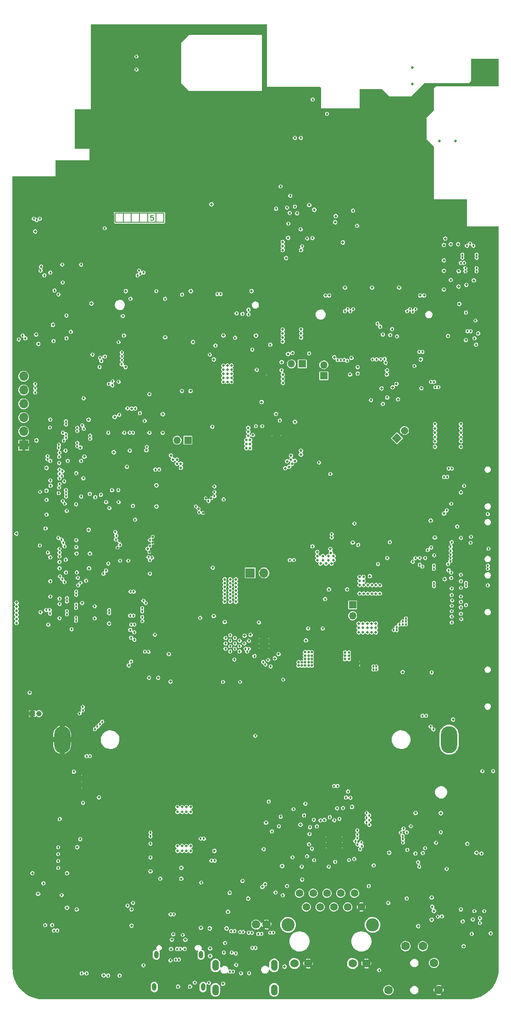
<source format=gbr>
%TF.GenerationSoftware,KiCad,Pcbnew,(5.99.0-459-gf0c386f5d-dirty)*%
%TF.CreationDate,2019-12-04T11:21:01+01:00*%
%TF.ProjectId,dvk-mx8m-bsb,64766b2d-6d78-4386-9d2d-6273622e6b69,v1.0.0*%
%TF.SameCoordinates,Original*%
%TF.FileFunction,Copper,L5,Inr*%
%TF.FilePolarity,Positive*%
%FSLAX46Y46*%
G04 Gerber Fmt 4.6, Leading zero omitted, Abs format (unit mm)*
G04 Created by KiCad (PCBNEW (5.99.0-459-gf0c386f5d-dirty)) date 2019-12-04 11:21:01*
%MOMM*%
%LPD*%
G04 APERTURE LIST*
%TA.AperFunction,NonConductor*%
%ADD10C,0.130000*%
%TD*%
%TA.AperFunction,ViaPad*%
%ADD11C,0.300000*%
%TD*%
%TA.AperFunction,ViaPad*%
%ADD12C,0.254000*%
%TD*%
%TA.AperFunction,ViaPad*%
%ADD13O,3.000000X5.000000*%
%TD*%
%TA.AperFunction,ViaPad*%
%ADD14C,6.000000*%
%TD*%
%TA.AperFunction,ViaPad*%
%ADD15C,1.600000*%
%TD*%
%TA.AperFunction,ViaPad*%
%ADD16C,3.500000*%
%TD*%
%TA.AperFunction,ViaPad*%
%ADD17O,1.250000X2.000000*%
%TD*%
%TA.AperFunction,ViaPad*%
%ADD18O,0.800000X1.400000*%
%TD*%
%TA.AperFunction,ViaPad*%
%ADD19O,1.350000X1.350000*%
%TD*%
%TA.AperFunction,ViaPad*%
%ADD20R,1.350000X1.350000*%
%TD*%
%TA.AperFunction,ViaPad*%
%ADD21C,1.350000*%
%TD*%
%TA.AperFunction,ViaPad*%
%ADD22C,5.000000*%
%TD*%
%TA.AperFunction,ViaPad*%
%ADD23O,1.700000X1.700000*%
%TD*%
%TA.AperFunction,ViaPad*%
%ADD24R,1.700000X1.700000*%
%TD*%
%TA.AperFunction,ViaPad*%
%ADD25C,1.550000*%
%TD*%
%TA.AperFunction,ViaPad*%
%ADD26C,1.400000*%
%TD*%
%TA.AperFunction,ViaPad*%
%ADD27C,2.400000*%
%TD*%
%TA.AperFunction,ViaPad*%
%ADD28C,1.530000*%
%TD*%
%TA.AperFunction,ViaPad*%
%ADD29C,6.500000*%
%TD*%
%TA.AperFunction,ViaPad*%
%ADD30C,1.000000*%
%TD*%
%TA.AperFunction,ViaPad*%
%ADD31R,1.000000X1.000000*%
%TD*%
%TA.AperFunction,ViaPad*%
%ADD32C,0.457200*%
%TD*%
%TA.AperFunction,ViaPad*%
%ADD33C,0.508000*%
%TD*%
%TA.AperFunction,Conductor*%
%ADD34C,0.134620*%
%TD*%
G04 APERTURE END LIST*
D10*
X86101190Y-93804761D02*
X85648809Y-93804761D01*
X85603571Y-94257142D01*
X85648809Y-94211904D01*
X85739285Y-94166666D01*
X85965476Y-94166666D01*
X86055952Y-94211904D01*
X86101190Y-94257142D01*
X86146428Y-94347619D01*
X86146428Y-94573809D01*
X86101190Y-94664285D01*
X86055952Y-94709523D01*
X85965476Y-94754761D01*
X85739285Y-94754761D01*
X85648809Y-94709523D01*
X85603571Y-94664285D01*
D11*
%TO.N,GND*%
%TO.C,U1601*%
X134600000Y-209200000D03*
X134100000Y-208700000D03*
X135100000Y-208700000D03*
X135100000Y-209700000D03*
X134100000Y-209700000D03*
%TD*%
%TO.N,GND*%
%TO.C,U202*%
X95750000Y-215585000D03*
X95750000Y-214685000D03*
%TD*%
D12*
%TO.N,GND*%
%TO.C,U201*%
X82400000Y-131840000D03*
X81800000Y-131440000D03*
%TD*%
D13*
%TO.N,Net-(BT301-Pad1)*%
%TO.C,BT301*%
X140700000Y-190500000D03*
%TO.N,GND*%
X69300000Y-190500000D03*
%TD*%
D11*
%TO.N,GND*%
%TO.C,U1701*%
X120000000Y-208700000D03*
X120000000Y-209700000D03*
X119000000Y-209700000D03*
X118000000Y-209700000D03*
X118000000Y-210700000D03*
X119000000Y-210700000D03*
X120000000Y-210700000D03*
X121000000Y-210700000D03*
X121000000Y-209700000D03*
X121000000Y-208700000D03*
X121000000Y-207700000D03*
X120000000Y-207700000D03*
X119000000Y-207700000D03*
X118000000Y-207700000D03*
X118000000Y-208700000D03*
X119000000Y-208700000D03*
%TD*%
%TO.N,GND*%
%TO.C,U405*%
X126097000Y-158926000D03*
%TD*%
%TO.N,GND*%
%TO.C,U404*%
X107000000Y-123500000D03*
%TD*%
%TO.N,GND*%
%TO.C,U301*%
X106550000Y-173900000D03*
X106550000Y-173000000D03*
X106550000Y-172100000D03*
X107450000Y-172100000D03*
X107450000Y-173000000D03*
X107450000Y-173900000D03*
X105650000Y-173900000D03*
X105650000Y-173000000D03*
X105650000Y-172100000D03*
%TD*%
D14*
%TO.N,GND*%
%TO.C,MOD101*%
X68200000Y-123500000D03*
X68200000Y-175300000D03*
X141800000Y-121700000D03*
X141800000Y-175300000D03*
%TD*%
D15*
%TO.N,Net-(C1624-Pad1)*%
%TO.C,J1601*%
X132700000Y-228575000D03*
%TO.N,/HP_DET*%
X135900000Y-228575000D03*
%TO.N,Net-(C1621-Pad1)*%
X137900000Y-231675000D03*
%TO.N,GND*%
X138800000Y-236675000D03*
%TO.N,Net-(J1601-Pad1)*%
X129500000Y-236675000D03*
%TD*%
D16*
%TO.N,GND*%
%TO.C,MNT102*%
X147000000Y-66750000D03*
%TD*%
%TO.N,GND*%
%TO.C,MNT101*%
X65400000Y-233100000D03*
%TD*%
%TO.N,GND*%
%TO.C,MNT103*%
X144600000Y-233100000D03*
%TD*%
D17*
%TO.N,Net-(C1905-Pad1)*%
%TO.C,J1901*%
X97575000Y-236625000D03*
X108425000Y-236625000D03*
X108425000Y-232125000D03*
X97575000Y-232125000D03*
%TD*%
D18*
%TO.N,Net-(C216-Pad2)*%
%TO.C,J201*%
X95290000Y-236100000D03*
X86670000Y-230150000D03*
X86310000Y-236100000D03*
X94930000Y-230150000D03*
%TD*%
D19*
%TO.N,1V8_P*%
%TO.C,JP404*%
X90525000Y-135300000D03*
D20*
X92525000Y-135300000D03*
%TD*%
D11*
%TO.N,GND*%
%TO.C,U407*%
X124200000Y-177150000D03*
X124200000Y-176350000D03*
%TD*%
%TO.N,GND*%
%TO.C,U402*%
X121025000Y-153075000D03*
%TD*%
D21*
%TO.N,5V_SOM*%
%TO.C,JP402*%
X132489949Y-133510051D02*
X132489949Y-133510051D01*
%TA.AperFunction,ViaPad*%
G36*
X130121141Y-134924265D02*
G01*
X131075735Y-133969671D01*
X132030329Y-134924265D01*
X131075735Y-135878859D01*
X130121141Y-134924265D01*
G37*
%TD.AperFunction*%
%TD*%
D19*
%TO.N,5V_P*%
%TO.C,JP403*%
X122920000Y-167660000D03*
D20*
X122920000Y-165660000D03*
%TD*%
D11*
%TO.N,GND*%
%TO.C,U2201*%
X75300000Y-199700000D03*
X74100000Y-199700000D03*
X72900000Y-199700000D03*
X72900000Y-198500000D03*
X72900000Y-197300000D03*
X74100000Y-197300000D03*
X75300000Y-197300000D03*
X74100000Y-198500000D03*
X75300000Y-198500000D03*
%TD*%
D22*
%TO.N,GND*%
%TO.C,MOD1501*%
X80350000Y-62300000D03*
%TD*%
D23*
%TO.N,VBAT_REG*%
%TO.C,JP301*%
X106545500Y-159750000D03*
D24*
X104005500Y-159750000D03*
%TD*%
D25*
%TO.N,Net-(MK1601-Pad2)*%
%TO.C,MK1601*%
X105100000Y-224591000D03*
%TO.N,GND*%
X107000000Y-224591000D03*
%TD*%
D26*
%TO.N,/Ethernet/ETH_TRX3_N*%
%TO.C,J1701*%
X123245000Y-218810000D03*
%TO.N,GND*%
X124515000Y-221350000D03*
D27*
%TO.N,Net-(FB1703-Pad1)*%
X126590000Y-224650000D03*
X111005000Y-224650000D03*
D28*
%TO.N,GND*%
X125435000Y-231770000D03*
X114705000Y-231770000D03*
%TO.N,Net-(J1701-Pad11)*%
X112165000Y-231770000D03*
%TO.N,Net-(J1701-Pad13)*%
X122895000Y-231770000D03*
D26*
%TO.N,/Ethernet/ETH_TRX3_P*%
X121975000Y-221350000D03*
%TO.N,/Ethernet/ETH_TRX2_N*%
X119435000Y-221350000D03*
%TO.N,/Ethernet/ETH_TRX1_N*%
X120705000Y-218810000D03*
%TO.N,/Ethernet/ETH_TRX2_P*%
X118165000Y-218810000D03*
%TO.N,/Ethernet/ETH_TRX1_P*%
X116895000Y-221350000D03*
%TO.N,/Ethernet/ETH_TRX0_N*%
X115625000Y-218810000D03*
%TO.N,/Ethernet/ETH_TRX0_P*%
X114355000Y-221350000D03*
%TO.N,Net-(C1719-Pad1)*%
X113085000Y-218810000D03*
%TD*%
D29*
%TO.N,GND*%
%TO.C,MOD1801*%
X127000000Y-83865000D03*
%TD*%
D11*
%TO.N,GND*%
%TO.C,U401*%
X109640000Y-136245000D03*
X109640000Y-134645000D03*
X108040000Y-134645000D03*
X108040000Y-136245000D03*
X108840000Y-135445000D03*
%TD*%
D30*
%TO.N,Net-(C2401-Pad1)*%
%TO.C,J2401*%
X65025000Y-185700000D03*
D31*
%TO.N,GND*%
X63775000Y-185700000D03*
%TD*%
D23*
%TO.N,N/C*%
%TO.C,J701*%
X62200000Y-123500000D03*
%TO.N,/UART Debug/TX->RX*%
X62200000Y-126040000D03*
%TO.N,/UART Debug/RX<-TX*%
X62200000Y-128580000D03*
%TO.N,N/C*%
X62200000Y-131120000D03*
X62200000Y-133660000D03*
D24*
%TO.N,GND*%
X62200000Y-136200000D03*
%TD*%
D19*
%TO.N,3V3*%
%TO.C,JP401*%
X111620000Y-121200000D03*
D20*
X113620000Y-121200000D03*
%TD*%
D19*
%TO.N,3V3_P*%
%TO.C,JP1801*%
X117600000Y-121400000D03*
D20*
X117600000Y-123400000D03*
%TD*%
D32*
%TO.N,/MIPI/LCD_~RST~_1V8*%
X144767389Y-153100000D03*
X141025000Y-105750000D03*
%TO.N,/~MUTE*%
X77400000Y-146700000D03*
X146700000Y-211500000D03*
%TO.N,/~HAPTIC*%
X66400000Y-146299998D03*
X66400000Y-149000000D03*
%TO.N,22V4_P*%
X130500000Y-170300000D03*
X132750000Y-168150000D03*
X132750000Y-168700000D03*
X132150000Y-168700000D03*
X132750000Y-169250000D03*
X132150000Y-169250000D03*
X131550000Y-169250000D03*
X131050000Y-169750000D03*
X131050000Y-170300000D03*
D33*
X142368990Y-99150000D03*
X140000000Y-98125000D03*
X141025000Y-99150000D03*
D32*
%TO.N,/USB Hub + SDIO Bridge/D0_N*%
X82038282Y-169277842D03*
X81910440Y-163200000D03*
%TO.N,/USB Hub + SDIO Bridge/D0_P*%
X82617402Y-169277842D03*
X82489560Y-163200000D03*
%TO.N,/WLAN+BT M.2/M2_UART_CTS*%
X127500000Y-113800000D03*
X120142618Y-120499858D03*
%TO.N,/WLAN+BT M.2/M2_UART_RTS*%
X128000000Y-114367000D03*
X120726826Y-120501825D03*
%TO.N,/WLAN+BT M.2/M2_UART_TXD*%
X121310683Y-120481477D03*
X128500000Y-115800000D03*
%TO.N,/WLAN+BT M.2/M2_UART_RXD*%
X130188179Y-114800000D03*
X121874155Y-120635756D03*
%TO.N,Net-(J1502-Pad20)*%
X70100000Y-112300000D03*
X91450000Y-108450000D03*
%TO.N,/HDMI/HDMI_AUX_AC_N*%
X103707900Y-226100000D03*
%TO.N,/HDMI/HDMI_AUX_AC_P*%
X104292100Y-226100000D03*
%TO.N,/HDMI_HEAC_N*%
X100257900Y-233250000D03*
X71040000Y-170150000D03*
X104390583Y-228904039D03*
%TO.N,/HDMI/HDMI_HEAC_P*%
X100842100Y-233250000D03*
X104974783Y-228904039D03*
%TO.N,/SAI1_TXD0(GPIO4_IO12)*%
X68679050Y-145045919D03*
%TO.N,Net-(C1823-Pad1)*%
X112273846Y-92209565D03*
X111300000Y-93400000D03*
%TO.N,/I2C1_SDA*%
X68810000Y-142322916D03*
X114687000Y-169987000D03*
X103447000Y-174250000D03*
X81777895Y-137200000D03*
X81758597Y-133900000D03*
%TO.N,/I2C1_SCL*%
X84927080Y-136522920D03*
X117387000Y-169987000D03*
X67110000Y-142700000D03*
X103750000Y-173750000D03*
X82342800Y-133900000D03*
%TO.N,/I2C3_SDA*%
X143225000Y-224015000D03*
X64300000Y-124900000D03*
X70007389Y-144476318D03*
X76460000Y-145350000D03*
X132176472Y-208847684D03*
%TO.N,/MIC_SEL*%
X74400000Y-145200000D03*
X137600000Y-221300000D03*
%TO.N,/I2C3_SCL*%
X72800000Y-145670000D03*
X70022920Y-145670000D03*
X145100000Y-223650000D03*
X64300000Y-125700000D03*
X65222920Y-144800000D03*
X75400000Y-145790000D03*
X132200000Y-209484213D03*
%TO.N,/MIPI/I2C3_SCL_1V8*%
X97400000Y-143800000D03*
X81360000Y-221100000D03*
X82345831Y-147400000D03*
X144100000Y-115200000D03*
%TO.N,/MIPI/I2C3_SDA_1V8*%
X97400000Y-144800000D03*
X82360000Y-220600000D03*
X82740000Y-149950000D03*
X144700000Y-115200000D03*
%TO.N,/CAPTOUCH_~RST*%
X65850000Y-217000000D03*
%TO.N,Net-(C447-Pad1)*%
X123000000Y-92975000D03*
X123725000Y-95750000D03*
%TO.N,/SMARTCARD_D_P*%
X73810440Y-193550000D03*
X81859356Y-167632508D03*
%TO.N,/SMARTCARD_D_N*%
X74389560Y-193550000D03*
X82438476Y-167632508D03*
%TO.N,/USB1_D_P*%
X89310440Y-222700000D03*
X70000000Y-131810440D03*
%TO.N,/USB1_D_N*%
X89889560Y-222700000D03*
X70000000Y-132389560D03*
%TO.N,/USB1_TX_P*%
X96840870Y-212812215D03*
X72080000Y-133010440D03*
%TO.N,/USB1_TX_N*%
X97419990Y-212812215D03*
X72080000Y-133589560D03*
%TO.N,/USB2_D_P*%
X72080000Y-135810440D03*
X77950000Y-167189560D03*
%TO.N,/USB2_D_N*%
X72080000Y-136389560D03*
X77950000Y-166610440D03*
%TO.N,/HDMI_CLK_N*%
X71890000Y-163207900D03*
X100507900Y-225800000D03*
%TO.N,/HDMI_CLK_P*%
X71890000Y-163792100D03*
X101092100Y-225800000D03*
%TO.N,/HDMI_TX2_N*%
X70190000Y-164407900D03*
X107707900Y-226085000D03*
%TO.N,/HDMI_TX2_P*%
X70190000Y-164992100D03*
X108292100Y-226085000D03*
%TO.N,/HDMI_TX0_N*%
X71890000Y-165607900D03*
X102142900Y-225965000D03*
%TO.N,/HDMI_TX0_P*%
X71890000Y-166192100D03*
X102727100Y-225965000D03*
%TO.N,/HDMI_TX1_N*%
X70190000Y-166807900D03*
X105507900Y-226300000D03*
%TO.N,/HDMI_TX1_P*%
X70190000Y-167392100D03*
X106092100Y-226300000D03*
%TO.N,/WLAN_D_N*%
X135210440Y-119000000D03*
X84070000Y-166260440D03*
%TO.N,/WLAN_D_P*%
X135789560Y-119000000D03*
X84070000Y-166839560D03*
%TO.N,/WWAN_D_P*%
X84704750Y-165304750D03*
X98539560Y-108350000D03*
%TO.N,/WWAN_D_N*%
X84295250Y-164895250D03*
X97960440Y-108350000D03*
%TO.N,/CSI_P1_D1_N*%
X143850000Y-161610440D03*
X137920000Y-161610440D03*
%TO.N,/CSI_P1_D1_P*%
X143850000Y-162189560D03*
X137920000Y-162189560D03*
%TO.N,/CSI_P1_D0_P*%
X147845000Y-158989560D03*
X137920000Y-158989560D03*
%TO.N,/CSI_P1_D0_N*%
X147845000Y-158410440D03*
X137920000Y-158410440D03*
%TO.N,/DSI_D2_N*%
X139795845Y-142056752D03*
%TO.N,/DSI_D0_P*%
X141204155Y-140505305D03*
X145804840Y-101078133D03*
X143175000Y-101078133D03*
%TO.N,/DSI_CK_N*%
X142885440Y-102600000D03*
%TO.N,/DSI_D1_P*%
X138764560Y-125500000D03*
X143714939Y-103558417D03*
X145804840Y-103558417D03*
%TO.N,/DSI_D3_N*%
X137934560Y-124541000D03*
%TO.N,/DSI_D3_P*%
X137355440Y-124541000D03*
%TO.N,/DSI_D1_N*%
X138185440Y-125500000D03*
X143714939Y-104137537D03*
X145804840Y-104137537D03*
%TO.N,/DSI_CK_P*%
X143464560Y-102600000D03*
%TO.N,/DSI_D0_N*%
X140625035Y-140505305D03*
X143175000Y-101657253D03*
X145804840Y-101657253D03*
%TO.N,/DSI_D2_P*%
X140374965Y-142056752D03*
%TO.N,/USB-C/USBC_CN_D_N*%
X91089560Y-229090000D03*
X90260440Y-231060000D03*
%TO.N,/USB-C/USBC_CN_D_P*%
X90510440Y-229090000D03*
X90839560Y-231060000D03*
%TO.N,/HDMI_AUX_N*%
X71890000Y-168592100D03*
%TO.N,/HDMI_AUX_P*%
X71890000Y-168007900D03*
%TO.N,/USB1_RX_N*%
X70000000Y-134789560D03*
X95439560Y-208750000D03*
%TO.N,/USB1_RX_P*%
X70000000Y-134210440D03*
X94860440Y-208750000D03*
%TO.N,/EN_SRC*%
X101100000Y-175720000D03*
X81350000Y-129400000D03*
%TO.N,Net-(SW1301-Pad4)*%
X135800000Y-186100000D03*
X143840949Y-165685350D03*
X147857699Y-162059598D03*
X138625000Y-223125000D03*
%TO.N,Net-(R2301-Pad1)*%
X115550000Y-72475000D03*
%TO.N,Net-(R1721-Pad2)*%
X119519000Y-205352000D03*
X114180000Y-202300000D03*
%TO.N,Net-(R408-Pad1)*%
X123950000Y-154600000D03*
X119057500Y-153198000D03*
%TO.N,Net-(R403-Pad1)*%
X109475000Y-131650000D03*
%TO.N,Net-(R402-Pad1)*%
X105066599Y-132695000D03*
X106235000Y-132695000D03*
%TO.N,Net-(R307-Pad1)*%
X104942500Y-189770000D03*
X107300000Y-175800000D03*
%TO.N,Net-(R306-Pad2)*%
X106400000Y-176200000D03*
%TO.N,Net-(R305-Pad1)*%
X103755050Y-172244950D03*
%TO.N,Net-(R302-Pad2)*%
X103144000Y-173750000D03*
%TO.N,Net-(R301-Pad2)*%
X102900000Y-172750000D03*
%TO.N,Net-(R212-Pad1)*%
X80750000Y-133900000D03*
%TO.N,/USB-C/USB_LD_~FLT*%
X84522910Y-131750683D03*
%TO.N,Net-(Q301-Pad3)*%
X107782600Y-177000000D03*
%TO.N,/EN_SNK*%
X82600000Y-172100000D03*
X79800000Y-130600000D03*
%TO.N,/USB1_ID*%
X67110000Y-131500000D03*
%TO.N,/USB1_VBUS*%
X94770000Y-168050000D03*
X73254050Y-127544050D03*
%TO.N,/UART1_TXD*%
X67060000Y-132950000D03*
%TO.N,/ECSPI1_MISO*%
X68800000Y-137600000D03*
%TO.N,/UART3_RXD*%
X74450000Y-134450000D03*
X68700000Y-136116000D03*
X112250000Y-79555610D03*
%TO.N,/ECSPI1_MOSI*%
X69600000Y-135400000D03*
%TO.N,/SAI1_TXD6(GPIO4_IO18)*%
X66600000Y-138211000D03*
%TO.N,/SAI1_TXD2(GPIO4_IO14)*%
X66600000Y-138810002D03*
%TO.N,/UART1_RXD*%
X68750000Y-138350000D03*
%TO.N,/SAI1_TXD5(GPIO4_IO17)*%
X77174967Y-119884543D03*
X68750000Y-139499000D03*
X79700000Y-124500000D03*
%TO.N,/~BT_DISABLE*%
X69922920Y-137200009D03*
X110799998Y-92400000D03*
%TO.N,/UART3_TXD*%
X74450000Y-135050000D03*
X69377080Y-141000000D03*
X113350000Y-79555610D03*
%TO.N,/SAI1_TXD7(GPIO4_IO19)*%
X68810000Y-140700000D03*
%TO.N,/ECSPI1_SS0*%
X71900000Y-141377080D03*
%TO.N,/SAI1_TXD4(GPIO4_IO16)*%
X76500000Y-120700000D03*
X68810000Y-141477085D03*
X78600000Y-124400000D03*
%TO.N,/SAI1_TXD3(GPIO4_IO15)*%
X69214000Y-141900000D03*
%TO.N,/ECSPI1_SCLK*%
X73200000Y-142300002D03*
%TO.N,/SAI1_TXD1(GPIO4_IO13)*%
X68716764Y-144040948D03*
%TO.N,/I2C2_SDA*%
X86500000Y-140700000D03*
X69684000Y-142866000D03*
X97600000Y-117850000D03*
X79670000Y-144470000D03*
%TO.N,/SAI1_RXD5(GPIO4_IO07)*%
X69800000Y-147000000D03*
X76300000Y-120100000D03*
X78580159Y-125167207D03*
%TO.N,/I2C2_SCL*%
X87200000Y-140700000D03*
X70022920Y-145061291D03*
X78500000Y-144500000D03*
X96550000Y-119500000D03*
%TO.N,/SAI1_RXD7(GPIO4_IO09)*%
X71890000Y-147100000D03*
%TO.N,/SAI2_TXD*%
X132129151Y-208265392D03*
X78000000Y-147800000D03*
%TO.N,/SAI1_RXD6(GPIO4_IO08)*%
X76200000Y-121800000D03*
X68600000Y-153300000D03*
X77900000Y-124900000D03*
%TO.N,/SAI2_MCLK*%
X79300000Y-152900000D03*
X133643800Y-206455612D03*
X71900000Y-153700000D03*
%TO.N,/SAI2_RXD*%
X79100000Y-152200000D03*
X69199426Y-153599043D03*
X131800000Y-207625000D03*
%TO.N,/SAI2_TXFS*%
X79200000Y-153600000D03*
X69500000Y-154200004D03*
X132300000Y-206900000D03*
%TO.N,/SAI1_RXD2(GPIO4_IO04)*%
X69726377Y-154870380D03*
%TO.N,/CLKO1*%
X94600000Y-148600000D03*
X85500000Y-153700000D03*
X96300000Y-146500000D03*
X71900000Y-155000000D03*
X80000000Y-154600000D03*
X129300000Y-127400000D03*
%TO.N,/SAI1_RXD3(GPIO4_IO05)*%
X68800000Y-155999994D03*
%TO.N,/SAI2_TXC*%
X80000000Y-157500000D03*
X71950000Y-156200000D03*
X132900000Y-207600000D03*
%TO.N,/SAI1_RXD4(GPIO4_IO06)*%
X68816161Y-156735016D03*
%TO.N,/LED*%
X69200000Y-219150000D03*
X67110000Y-156900000D03*
%TO.N,/CLKO2*%
X108000000Y-207430000D03*
D33*
X85100000Y-155300000D03*
D32*
%TO.N,/SAI5_TXD*%
X77800000Y-158019998D03*
X69950000Y-157300000D03*
%TO.N,/SAI1_RXD0(GPIO4_IO02)*%
X68810000Y-157740000D03*
%TO.N,/CHRG_~INT*%
X72000000Y-159660000D03*
X85500000Y-159900000D03*
X104800000Y-175080000D03*
X76900000Y-159900000D03*
%TO.N,/PROX_~INT*%
X66650000Y-156000000D03*
X64300000Y-126500000D03*
%TO.N,/ENET_~INT*%
X114950000Y-207900000D03*
X119500000Y-199050000D03*
X85882562Y-156935548D03*
X109308000Y-206450000D03*
%TO.N,/SAI5_TX_SYNC*%
X72200000Y-160650000D03*
X77400000Y-159300000D03*
%TO.N,/SAI1_RXD1(GPIO4_IO03)*%
X70000000Y-159670000D03*
%TO.N,/SAI5_RXD*%
X72250000Y-162060000D03*
X69322910Y-160900000D03*
%TO.N,/ENET_WoL*%
X120477000Y-205100000D03*
X120100000Y-199050000D03*
X85219452Y-156864638D03*
%TO.N,/PWR_EN*%
X97000000Y-132800000D03*
X105199998Y-122300000D03*
X109800000Y-122400000D03*
X126300000Y-127900000D03*
X127599000Y-158101000D03*
X67110000Y-161300000D03*
%TO.N,/IMU_INT*%
X144900000Y-226300000D03*
X69720000Y-161460000D03*
X72670000Y-161560000D03*
X81500000Y-157500000D03*
%TO.N,/CSI_PWDN*%
X145400000Y-116500000D03*
X81850000Y-170260000D03*
X99100000Y-146200000D03*
%TO.N,/DSI_BL_PWM*%
X76700000Y-187199998D03*
X68810000Y-165490000D03*
%TO.N,/JTAG_~TRST*%
X67050000Y-167260000D03*
X68849998Y-205150000D03*
%TO.N,/CAPTOUCH_~INT*%
X99350000Y-228000000D03*
X142200000Y-151200000D03*
%TO.N,/~WoWWAN*%
X67700000Y-117000000D03*
X140300000Y-148199994D03*
X62500000Y-116500000D03*
%TO.N,/WWAN_RESET*%
X141100000Y-147000000D03*
X72800000Y-102900000D03*
%TO.N,/~WIFI_DISABLE*%
X134300000Y-121600000D03*
X114900000Y-119300000D03*
%TO.N,/~WWAN_DISABLE*%
X137400000Y-155071401D03*
X141000000Y-155700000D03*
X70099997Y-116499997D03*
%TO.N,/TCPC_~INT*%
X85400000Y-133900000D03*
X137960000Y-156500000D03*
%TO.N,/ENET_MDC*%
X120040000Y-203150000D03*
X142888270Y-161299073D03*
X121666000Y-201167994D03*
X116300000Y-206499992D03*
%TO.N,/ENET_MDIO*%
X141200008Y-162600000D03*
X107441998Y-201930000D03*
X122502201Y-201216430D03*
X121119803Y-203112124D03*
X116977090Y-205400000D03*
%TO.N,/ENET_RXC*%
X123783000Y-207217000D03*
X142890000Y-162500000D03*
%TO.N,/ENET_RX_CTL*%
X123783000Y-207997000D03*
X141180000Y-163820000D03*
%TO.N,/ENET_RD0*%
X142890000Y-164100000D03*
X123791467Y-208654205D03*
%TO.N,/ENET_RD1*%
X123400000Y-209224996D03*
X141260000Y-164810000D03*
X124500000Y-209400000D03*
%TO.N,/ENET_RD2*%
X142900000Y-165090000D03*
X124614566Y-210127131D03*
%TO.N,/ENET_RD3*%
X141200000Y-165800000D03*
X124300000Y-210699986D03*
%TO.N,/ENET_TX_CTL*%
X142890000Y-166100000D03*
X126000014Y-206200000D03*
%TO.N,/ENET_TD3*%
X141199996Y-166811212D03*
X125499976Y-204000000D03*
%TO.N,/ENET_TD2*%
X125953820Y-204454168D03*
X142890000Y-167300000D03*
%TO.N,/ENET_TD1*%
X125500000Y-204877080D03*
X141190000Y-167820000D03*
%TO.N,/ENET_TD0*%
X142950000Y-168290000D03*
X125999990Y-205300000D03*
%TO.N,/ENET_TXC*%
X141200000Y-168900000D03*
X125447115Y-205734408D03*
%TO.N,Net-(MK1601-Pad2)*%
X139375000Y-223100000D03*
%TO.N,Net-(L2301-Pad2)*%
X118200000Y-75110000D03*
%TO.N,Net-(L1701-Pad1)*%
X115054236Y-206645764D03*
X112000000Y-203300000D03*
%TO.N,Net-(J2201-PadSW2)*%
X71470000Y-196400000D03*
%TO.N,Net-(J2201-PadC8)*%
X85600000Y-207649000D03*
%TO.N,Net-(J2201-PadC4)*%
X85600000Y-208324333D03*
%TO.N,Net-(J2201-PadC7)*%
X73150000Y-202150000D03*
%TO.N,Net-(J2201-PadC3)*%
X85600000Y-209675000D03*
%TO.N,Net-(J2201-PadC2)*%
X85600000Y-212215000D03*
%TO.N,/WLAN+BT M.2/M2_I2C_SCL*%
X121500000Y-111500000D03*
X104400000Y-118570000D03*
%TO.N,/WLAN+BT M.2/M2_I2C_SDA*%
X122000000Y-111100000D03*
X107710000Y-117677080D03*
%TO.N,/WLAN+BT M.2/~W_DISABLE2*%
X123000000Y-111100000D03*
X114500000Y-98100000D03*
%TO.N,/UART4_CTS*%
X73000000Y-132550000D03*
X68674089Y-136700000D03*
%TO.N,/UART4_RTS*%
X69440000Y-133900000D03*
X73300000Y-133200000D03*
%TO.N,/UART4_TXD*%
X72800000Y-139100000D03*
X70334366Y-139100000D03*
%TO.N,/WIFI_WAKE*%
X140948779Y-157585952D03*
X135300000Y-158250000D03*
%TO.N,/BT_HOST_WAKE*%
X141190000Y-154100000D03*
X129800000Y-154100000D03*
%TO.N,/WIFI_DATA3*%
X142870000Y-160100000D03*
X134000000Y-157700000D03*
%TO.N,/WIFI_DATA2*%
X141100000Y-159700000D03*
X134500000Y-157000000D03*
%TO.N,/WIFI_DATA1*%
X140600000Y-159250000D03*
X135300000Y-157000000D03*
%TO.N,/WLAN+BT M.2/M2_PCM_OUT*%
X133000000Y-111500000D03*
X126600000Y-120400000D03*
%TO.N,/WIFI_DATA0*%
X135800000Y-158600000D03*
X140500000Y-158150000D03*
%TO.N,/WLAN+BT M.2/M2_PCM_IN*%
X133500000Y-111100000D03*
X127300000Y-120399994D03*
%TO.N,/WIFI_CMD*%
X141000000Y-157000000D03*
X136300000Y-157000000D03*
%TO.N,/WLAN+BT M.2/M2_PCM_SYNC*%
X134000000Y-111600000D03*
X128063942Y-120347445D03*
%TO.N,/WIFI_CLK*%
X141000000Y-156400000D03*
X136750000Y-155550000D03*
%TO.N,/WLAN+BT M.2/M2_PCM_CLK*%
X134500000Y-111100000D03*
X128800000Y-120299994D03*
%TO.N,/WWAN mPCIe/PCM_SYNC*%
X80300010Y-120500000D03*
X103700000Y-112100000D03*
%TO.N,/WWAN mPCIe/PCM_OUT*%
X102600000Y-112000000D03*
X80300000Y-119800000D03*
%TO.N,/WWAN mPCIe/PCM_IN*%
X101500000Y-111900000D03*
X80300000Y-119100000D03*
%TO.N,/WWAN mPCIe/PCM_CLK*%
X80276655Y-121271043D03*
X101200000Y-116400000D03*
%TO.N,/WWAN mPCIe/~SIM_DETECT_O*%
X86700000Y-107800004D03*
X68600000Y-108399998D03*
%TO.N,/WWAN mPCIe/~WoWWAN_1V8*%
X70900000Y-115300000D03*
X62000000Y-116000000D03*
X80700000Y-116000000D03*
%TO.N,Net-(J1301-Pad25)*%
X128500000Y-128600000D03*
X143850000Y-111768886D03*
%TO.N,/LCD_LEDK*%
X144575000Y-99000000D03*
X145175000Y-99450002D03*
X144000000Y-99450000D03*
X127284000Y-177530700D03*
X126759000Y-177530700D03*
X126759000Y-177005700D03*
X127284000Y-177005700D03*
%TO.N,/LCD_~RESET*%
X142900000Y-153300000D03*
%TO.N,Net-(J1201-Pad3)*%
X96380000Y-235330000D03*
X93800000Y-235300000D03*
%TO.N,/CONN_SD2_DATA1*%
X72900000Y-233600000D03*
X67800030Y-225700000D03*
%TO.N,/uSD_DATA0*%
X73800000Y-233599994D03*
X68400000Y-225700000D03*
%TO.N,/CONN_SD2_CMD*%
X66150000Y-224700000D03*
X84586382Y-174260198D03*
X82000000Y-176100000D03*
X77800000Y-234000000D03*
%TO.N,/CONN_SD2_DATA2*%
X67450000Y-224700000D03*
X79899998Y-234000000D03*
%TO.N,/JTAG_TDI*%
X68810000Y-168100000D03*
X68590000Y-210330000D03*
%TO.N,/JTAG_TDO*%
X67000000Y-166600000D03*
X68590000Y-211600000D03*
%TO.N,/JTAG_TCK*%
X66350000Y-166600000D03*
X68590000Y-212870000D03*
%TO.N,/JTAG_TMS*%
X65300000Y-167000000D03*
X68590000Y-214140000D03*
%TO.N,Net-(FB1605-Pad1)*%
X146850000Y-196300000D03*
X83000000Y-64540000D03*
%TO.N,Net-(FB1604-Pad1)*%
X148840000Y-196300000D03*
X83000000Y-66940000D03*
D33*
%TO.N,Net-(F201-Pad2)*%
X89425000Y-229090000D03*
X91925000Y-229090000D03*
X89550000Y-227390000D03*
X92050000Y-227390000D03*
X90600000Y-210095333D03*
X91400000Y-210095333D03*
X92200000Y-210095333D03*
X93000000Y-210095333D03*
X90600000Y-211003666D03*
X91400000Y-211003666D03*
X92200000Y-211003666D03*
X93000000Y-211003666D03*
D32*
%TO.N,/HDMI_CEC*%
X101400000Y-232040000D03*
X66730000Y-169300000D03*
%TO.N,/HDMI_DDC_SCL*%
X101350000Y-229900000D03*
X68810000Y-164500000D03*
X103800000Y-233550000D03*
%TO.N,/HDMI_DDC_SDA*%
X100600000Y-229750000D03*
X67110000Y-164100000D03*
X102300000Y-233550000D03*
%TO.N,/HDMI/DCDC_5V_CN*%
X99149990Y-229750000D03*
D33*
X99000000Y-235500000D03*
D32*
%TO.N,Net-(D1803-Pad2)*%
X116700000Y-139400000D03*
X118800000Y-141500000D03*
X147850000Y-148900000D03*
X109600000Y-88500000D03*
%TO.N,/WLAN+BT M.2/~W_DISABLE1*%
X122500000Y-111500000D03*
X113600000Y-99500002D03*
X111400000Y-90200000D03*
X111050957Y-95350957D03*
%TO.N,Net-(D1801-Pad2)*%
X131095378Y-116160002D03*
X113300000Y-96399996D03*
%TO.N,/ENET_~RST*%
X106500000Y-210700000D03*
X85500000Y-157378000D03*
X73700000Y-161200000D03*
X68900000Y-160400000D03*
%TO.N,/HP_DET*%
X68800000Y-158900000D03*
X132900000Y-219800000D03*
%TO.N,Net-(D1502-Pad2)*%
X74900000Y-119500000D03*
X148000000Y-155300000D03*
%TO.N,Net-(D1302-Pad2)*%
X94000000Y-147500000D03*
X97400000Y-145600000D03*
X70140000Y-148310000D03*
X66222920Y-151550000D03*
X145565824Y-113215824D03*
%TO.N,/POR_B*%
X72650000Y-208850000D03*
X67110000Y-139100000D03*
%TO.N,/~IRQ*%
X117837000Y-164572000D03*
X112050000Y-157400000D03*
%TO.N,/BOOT_MODE0*%
X137300000Y-188100000D03*
X73112005Y-185087995D03*
X75800000Y-188100000D03*
%TO.N,/BOOT_MODE1*%
X72500000Y-185700000D03*
X75350000Y-188550000D03*
X137800000Y-188600000D03*
%TO.N,Net-(D304-Pad1)*%
X98987500Y-179850000D03*
%TO.N,Net-(D302-Pad1)*%
X110087500Y-179425000D03*
%TO.N,Net-(D301-Pad1)*%
X102137500Y-179850000D03*
%TO.N,Net-(D206-Pad1)*%
X89275000Y-231200000D03*
%TO.N,Net-(D205-Pad1)*%
X91550000Y-226505000D03*
%TO.N,/USB-C/CC1*%
X83657210Y-130300000D03*
D33*
X89800000Y-226375000D03*
D32*
%TO.N,/USB-C/CC2*%
X84300000Y-232100000D03*
X82800000Y-129440000D03*
%TO.N,/USB1_SS_SEL*%
X122049043Y-200049043D03*
X141000000Y-154900000D03*
D33*
%TO.N,Net-(C2203-Pad2)*%
X85600000Y-214755000D03*
D32*
%TO.N,Net-(C2005-Pad1)*%
X146400000Y-224300000D03*
X145385000Y-222099998D03*
X148400000Y-226235000D03*
X147200000Y-222100000D03*
%TO.N,Net-(C2004-Pad1)*%
X142899998Y-221800000D03*
X146400000Y-223400000D03*
D33*
%TO.N,Net-(C1719-Pad1)*%
X110800000Y-217500000D03*
D32*
X125900000Y-217500000D03*
%TO.N,/Ethernet/ENET_1V1*%
X118700000Y-204800000D03*
D33*
X117700000Y-205299988D03*
D32*
%TO.N,/Ethernet/LED_LINK1000*%
X129477080Y-220600000D03*
X127800000Y-233000000D03*
%TO.N,Net-(C1711-Pad1)*%
X119700000Y-213025000D03*
X114850000Y-209800000D03*
X115750000Y-205280000D03*
X111832000Y-212200000D03*
X115800000Y-212699994D03*
%TO.N,/Ethernet/LED_ACT*%
X122250000Y-212700000D03*
X110000000Y-219200000D03*
%TO.N,Net-(C1703-Pad1)*%
X113500000Y-213900000D03*
X123219324Y-212495315D03*
X118500000Y-213900000D03*
%TO.N,Net-(C1622-Pad1)*%
X136470000Y-186100000D03*
X138300000Y-209500000D03*
%TO.N,Net-(C1608-Pad1)*%
X133010000Y-210820000D03*
X134980000Y-213100000D03*
%TO.N,Net-(C1607-Pad2)*%
X140250500Y-214325002D03*
X136300000Y-210500000D03*
%TO.N,Net-(C1606-Pad1)*%
X135877080Y-211422920D03*
X135220000Y-213900000D03*
%TO.N,Net-(C1604-Pad1)*%
X139200000Y-207550000D03*
X134500000Y-211500000D03*
%TO.N,/WWAN mPCIe/SIM_DETECT_I*%
X69300000Y-102900000D03*
X77150000Y-96200000D03*
%TO.N,/WWAN mPCIe/UIM-DATA*%
X65300000Y-104000000D03*
X83736372Y-104553716D03*
X83736373Y-104553716D03*
X65150000Y-94450000D03*
%TO.N,/WWAN mPCIe/UIM-RESET*%
X83500000Y-104000000D03*
X65999996Y-104899996D03*
X64572526Y-94711263D03*
%TO.N,/WWAN mPCIe/UIM-CLK*%
X67099994Y-104400000D03*
X84300000Y-104350004D03*
X64050000Y-94450000D03*
%TO.N,/WWAN mPCIe/UIM-PWR*%
X69400000Y-106200000D03*
D33*
X65400000Y-103300000D03*
D32*
X67900000Y-107700000D03*
X83234620Y-104900000D03*
D33*
X64310000Y-96800000D03*
D32*
%TO.N,/ONOFF*%
X111299998Y-157400000D03*
X67152000Y-143682000D03*
X79700000Y-146700000D03*
X106800000Y-176650000D03*
X61300000Y-116700000D03*
%TO.N,/SYS_~RST*%
X68830000Y-143370000D03*
X69400000Y-146500000D03*
X76250000Y-187650000D03*
X73100000Y-184450000D03*
%TO.N,/BTN2*%
X68785132Y-155315977D03*
X65184799Y-154700000D03*
%TO.N,Net-(C1301-Pad1)*%
X144700000Y-154200000D03*
X145700000Y-117675000D03*
%TO.N,/USB Hub + SDIO Bridge/RDRV5*%
X86400000Y-171150000D03*
X85200000Y-174300000D03*
%TO.N,/SD2_~RST*%
X115500000Y-154850000D03*
X97100000Y-158797508D03*
X84070000Y-167900000D03*
X129300000Y-157000000D03*
X115500014Y-98000000D03*
X129838369Y-115900000D03*
X141100000Y-160700004D03*
X75300000Y-165900000D03*
X75300000Y-168150000D03*
%TO.N,/USB Hub + SDIO Bridge/RDRV33*%
X82600000Y-170700000D03*
X82000000Y-171700000D03*
X84100000Y-168650000D03*
D33*
%TO.N,3V3_SD*%
X81600000Y-176800000D03*
X87000000Y-179100000D03*
X71987500Y-221800000D03*
X89000000Y-174700000D03*
X85300000Y-179100000D03*
X82099992Y-224800000D03*
X82100006Y-221800000D03*
X76950000Y-233950000D03*
%TO.N,3V3_SNVS*%
X139800000Y-148800000D03*
X141435000Y-186800000D03*
%TO.N,2V8_P*%
X90700000Y-236050000D03*
X121100000Y-98825000D03*
X92900000Y-236050000D03*
X142500000Y-104100000D03*
X143817009Y-116817009D03*
X145300000Y-105820000D03*
X143900000Y-106650000D03*
X140510000Y-116060000D03*
D32*
%TO.N,Net-(C416-Pad1)*%
X123250000Y-150650000D03*
X119057500Y-152613000D03*
D33*
%TO.N,3V3_P*%
X138100000Y-153200000D03*
X118600000Y-108590000D03*
X117900000Y-108590000D03*
X136100000Y-108590000D03*
X135400000Y-108590000D03*
X109900000Y-213800000D03*
X135500000Y-120400000D03*
X113300000Y-206185000D03*
X60870000Y-166737500D03*
X60870000Y-168987500D03*
X60870000Y-167487500D03*
X60870000Y-165987500D03*
X60870000Y-168237500D03*
X60870000Y-165237500D03*
X121500000Y-107135000D03*
X126500000Y-107135000D03*
X131500000Y-107135000D03*
X145750000Y-211350000D03*
X139200000Y-204050000D03*
X96850000Y-91800000D03*
X134551680Y-204025000D03*
X130309000Y-125549000D03*
X123850000Y-123015000D03*
X122450000Y-123150000D03*
X129231000Y-123150000D03*
X64860000Y-218900000D03*
X119790000Y-93975000D03*
X119690000Y-95100000D03*
X111800000Y-119200000D03*
X111000000Y-97987500D03*
X110000000Y-99487500D03*
X110000000Y-100237500D03*
X113400000Y-100237500D03*
X110000000Y-98737500D03*
X113400000Y-115612500D03*
X113400000Y-116362500D03*
X113400000Y-114862500D03*
X110000000Y-116362500D03*
X110000000Y-115612500D03*
X110000000Y-114862500D03*
X99050000Y-115950000D03*
X100540000Y-124532500D03*
X99790000Y-124532500D03*
X99040000Y-124532500D03*
X137500000Y-223700000D03*
X94925000Y-225174998D03*
X100540000Y-123782500D03*
X99790000Y-123782500D03*
X99040000Y-123782500D03*
X99040000Y-123032500D03*
X99040000Y-121532500D03*
X99040000Y-122282500D03*
X99790000Y-121532500D03*
X99790000Y-123032500D03*
X99790000Y-122282500D03*
X100540000Y-123032500D03*
X100540000Y-122282500D03*
X100540000Y-121532500D03*
X110000000Y-117100000D03*
X111000000Y-119400000D03*
X60854000Y-152515000D03*
X64550000Y-135325000D03*
X110350000Y-232350000D03*
X63300000Y-181825000D03*
X73415000Y-138297000D03*
X112650000Y-93450000D03*
D32*
X108800000Y-92600000D03*
D33*
X122700000Y-120100002D03*
X119515000Y-119985000D03*
X93430000Y-117200000D03*
X64500000Y-115800000D03*
D32*
X88300000Y-109222920D03*
X81900000Y-109222920D03*
D33*
X110625000Y-101700000D03*
X74700000Y-110087500D03*
D32*
X79700000Y-117200000D03*
X80500000Y-112400000D03*
X103700000Y-111235382D03*
D33*
X104250000Y-107800000D03*
X93050000Y-107800000D03*
X81050000Y-107800000D03*
X105085000Y-116015000D03*
X88300000Y-116300000D03*
X143400000Y-228600000D03*
X122800000Y-202900000D03*
X137500000Y-219600000D03*
X78830000Y-137500000D03*
X81250000Y-140180000D03*
X144075000Y-209700000D03*
X137925000Y-222100000D03*
X135000000Y-224900000D03*
X114900000Y-91900000D03*
X106950000Y-205800000D03*
%TO.N,VBAT_REG*%
X103250000Y-136750000D03*
X104000000Y-136750000D03*
X103625000Y-134500000D03*
X103625000Y-133000000D03*
X103625000Y-133750000D03*
X103250000Y-136000000D03*
X103250000Y-135250000D03*
X122215000Y-175650000D03*
X121515000Y-175650000D03*
X121515000Y-175037500D03*
X122215000Y-175037500D03*
X122215000Y-174425000D03*
X121515000Y-174425000D03*
X104000000Y-135250000D03*
X104000000Y-136000000D03*
X122950000Y-154147500D03*
X110445000Y-140448000D03*
X111540000Y-138140004D03*
X110790000Y-139173000D03*
X111540000Y-138890000D03*
X113380000Y-137944000D03*
X113380000Y-137194000D03*
X111190000Y-140190000D03*
X112290000Y-139090000D03*
X111740000Y-139640000D03*
X104500000Y-134315000D03*
X101360000Y-160950000D03*
X101360000Y-161633333D03*
X101360000Y-163000000D03*
X101360000Y-162316667D03*
X101360000Y-163683333D03*
X101360000Y-164366666D03*
X101360000Y-165050000D03*
X100327667Y-160950000D03*
X100327667Y-161633333D03*
X100327667Y-162316667D03*
X100327667Y-163000000D03*
X100327667Y-163683333D03*
X100327667Y-164366666D03*
X100327667Y-165050000D03*
X99295333Y-160950000D03*
X99295333Y-161633333D03*
X99295333Y-162316667D03*
X99295333Y-163000000D03*
X99295333Y-163683333D03*
X99295333Y-164366666D03*
X99295333Y-165050000D03*
%TO.N,VBAT*%
X108565000Y-175512500D03*
X109240000Y-174720000D03*
D32*
%TO.N,/Battery/RGEN*%
X105600000Y-168875000D03*
D33*
%TO.N,Net-(C216-Pad2)*%
X96612500Y-229000000D03*
%TO.N,5V_P*%
X72670496Y-136645496D03*
X106115000Y-128250000D03*
X127200000Y-170700000D03*
X73000000Y-165300000D03*
X85399992Y-126800000D03*
X87893000Y-130494500D03*
X89300000Y-179800000D03*
X77950000Y-169100000D03*
X126400000Y-170700000D03*
X125600000Y-170700000D03*
X124800000Y-170700000D03*
X124000000Y-170700000D03*
X124000000Y-169900000D03*
X126400000Y-169900000D03*
X127200000Y-169900000D03*
X124800000Y-169900000D03*
X125600000Y-169900000D03*
X127200000Y-169100000D03*
X124800000Y-169100000D03*
X126400000Y-169100000D03*
X125600000Y-169100000D03*
X124000000Y-169100000D03*
X125700000Y-163561610D03*
X126450000Y-163561610D03*
X127200000Y-163561610D03*
X127950000Y-163561610D03*
X124200000Y-163561610D03*
X124950000Y-163561610D03*
X127200000Y-162000000D03*
X127950000Y-162000000D03*
X125700000Y-162000000D03*
X126450000Y-162000000D03*
X124200000Y-162000000D03*
X124950000Y-162000000D03*
X124950000Y-162000000D03*
X124200000Y-162000000D03*
X124950000Y-161250000D03*
X124200000Y-161250000D03*
X124950000Y-160500000D03*
X124200000Y-160500000D03*
X126097000Y-160351000D03*
X76100000Y-201125000D03*
%TO.N,3V3*%
X132150000Y-178050000D03*
X108760000Y-130450000D03*
X112280000Y-131912500D03*
X110020000Y-123225000D03*
X110020000Y-123975000D03*
X110020000Y-124725000D03*
X74252989Y-158912989D03*
X64910000Y-117537500D03*
X74435000Y-156200000D03*
X74200000Y-151815000D03*
X79007500Y-130995000D03*
D32*
%TO.N,/USB-C/BYPASS*%
X77807500Y-133900000D03*
D33*
%TO.N,VBUS*%
X82093335Y-129480140D03*
D32*
X99470000Y-172750000D03*
X102038000Y-174250000D03*
X102038000Y-173250000D03*
X102038000Y-172250000D03*
X100326000Y-174250000D03*
D33*
X93000000Y-202916334D03*
X92200000Y-202916334D03*
X92200000Y-203824667D03*
X91400000Y-203824667D03*
X91400000Y-202916334D03*
X90600000Y-203824667D03*
X90600000Y-202916334D03*
X93000000Y-203824667D03*
X102980000Y-171337500D03*
X104075000Y-171155000D03*
D32*
X99470000Y-173750000D03*
X100326000Y-173250000D03*
X100326000Y-171250000D03*
X101182000Y-171750000D03*
X101182000Y-172750000D03*
X101182000Y-173750000D03*
X99470000Y-171750000D03*
X100326000Y-172250000D03*
D33*
%TO.N,1V8_P*%
X137325000Y-150100000D03*
X131000000Y-124900000D03*
D32*
X137500000Y-178100000D03*
D33*
X106750000Y-217150000D03*
X99650000Y-225300000D03*
D32*
X94950000Y-216850000D03*
D33*
X142600000Y-110166514D03*
X135600000Y-125700000D03*
X93000000Y-126200000D03*
X91400000Y-126200000D03*
X97300000Y-120400000D03*
X123850000Y-121800000D03*
X109800000Y-120900000D03*
X129000000Y-121000000D03*
X67600000Y-114000000D03*
X81000000Y-121800000D03*
X86700000Y-147500000D03*
X86700000Y-143600000D03*
X113600000Y-216300000D03*
D32*
X87400000Y-216135000D03*
D33*
X97400000Y-211000000D03*
X96600000Y-230400000D03*
X70200000Y-221500000D03*
X129650000Y-211350000D03*
X129265000Y-122400000D03*
X91212500Y-140370000D03*
X91212500Y-139620000D03*
X89362500Y-138120000D03*
X89712500Y-138870000D03*
X90462500Y-139620000D03*
X90462500Y-138870000D03*
X139750000Y-107500000D03*
X115835000Y-92800000D03*
X128250000Y-125750000D03*
X139750000Y-104061514D03*
X139750000Y-102131514D03*
X139750000Y-99312500D03*
X142449000Y-106950000D03*
X131285006Y-127750000D03*
X146068990Y-115600000D03*
X106250000Y-217650000D03*
X103650000Y-219800000D03*
X102600000Y-216550000D03*
X96550000Y-225300000D03*
X99900000Y-222250000D03*
X91292000Y-216135000D03*
X91290000Y-214135000D03*
X100210000Y-218735000D03*
D32*
%TO.N,/ENET_2V5*%
X113962955Y-204462955D03*
X109650000Y-204700000D03*
X115400010Y-210622920D03*
X108700000Y-218700000D03*
X143500000Y-143700000D03*
X126800000Y-213700000D03*
X114500000Y-212000000D03*
X123816967Y-209857570D03*
D33*
%TO.N,3V3_OUT*%
X99300000Y-168800004D03*
X114300000Y-172200000D03*
X118537000Y-162800000D03*
X121900000Y-162800000D03*
X72070000Y-210330000D03*
X63810000Y-215120000D03*
X70210000Y-215120000D03*
X97290400Y-167700000D03*
X139900000Y-160900000D03*
X142890000Y-144900000D03*
X84827896Y-137124409D03*
X87860000Y-133900000D03*
X74160000Y-131500000D03*
X66410000Y-140390000D03*
X66410000Y-144610000D03*
%TO.N,5V_SOM*%
X118900000Y-156050000D03*
X117400000Y-156650000D03*
X118400000Y-156650000D03*
X119400000Y-156650000D03*
X116400000Y-156650000D03*
X116400000Y-157400000D03*
X117000000Y-158050000D03*
X118000000Y-158050000D03*
X119000000Y-158050000D03*
X119400000Y-157400000D03*
X118400000Y-157400000D03*
X117400000Y-157400000D03*
X116400000Y-155900000D03*
X118775000Y-155335000D03*
X142890000Y-136500000D03*
X142890000Y-135500000D03*
X142890000Y-134700000D03*
X142890000Y-133900000D03*
X142890000Y-133100000D03*
X142890000Y-132300000D03*
X138110000Y-136500000D03*
X138110000Y-135500000D03*
X138110000Y-134700000D03*
X138110000Y-133900000D03*
X138110000Y-133100000D03*
X138110000Y-132300000D03*
X138110000Y-132300000D03*
%TO.N,Net-(BT301-Pad1)*%
X114145000Y-174365000D03*
X114145000Y-174985000D03*
X114145000Y-175605000D03*
X112905000Y-176225000D03*
X113525000Y-176225000D03*
X114145000Y-176225000D03*
X112905000Y-176845000D03*
X113525000Y-176845000D03*
X114145000Y-176845000D03*
X114765000Y-176225000D03*
X114765000Y-176845000D03*
X114765000Y-175605000D03*
X114765000Y-174985000D03*
X114765000Y-174365000D03*
X115385000Y-174365000D03*
X115385000Y-174985000D03*
X115385000Y-175605000D03*
X115385000Y-176225000D03*
X115385000Y-176845000D03*
%TO.N,GND*%
X132000000Y-111090000D03*
X102124398Y-232050000D03*
X105393947Y-232043947D03*
X104200000Y-232050000D03*
X97450000Y-112500000D03*
X137000000Y-160700000D03*
X119057500Y-152002500D03*
X121025000Y-152120000D03*
X122600000Y-151108600D03*
X79500000Y-155100000D03*
X79800000Y-153900000D03*
X137050000Y-118850000D03*
X140100000Y-116700000D03*
X96800000Y-146000000D03*
X95800000Y-146000000D03*
X95300000Y-148700000D03*
X94500000Y-147900000D03*
X86000000Y-153100000D03*
X86000000Y-154200000D03*
X85500000Y-154800000D03*
X85400000Y-155900000D03*
X102085000Y-169062500D03*
X109850000Y-215250000D03*
X109700000Y-209375000D03*
X138110000Y-143300000D03*
X138262500Y-140900000D03*
X137850000Y-138487500D03*
X137850000Y-139287500D03*
X138960000Y-148650000D03*
X70200007Y-168299993D03*
X109415000Y-177787500D03*
X69750000Y-233240000D03*
X62700000Y-103128320D03*
X68300000Y-103128320D03*
X65015000Y-106300000D03*
D32*
X72850000Y-135370000D03*
D33*
X107085000Y-129650000D03*
X85200000Y-177287500D03*
X81550000Y-175049998D03*
X70227011Y-196507011D03*
X73017012Y-193717010D03*
X87730000Y-164440000D03*
X91000000Y-161250000D03*
X90250000Y-160500000D03*
X85400000Y-124530000D03*
X87030000Y-179800000D03*
X60870000Y-175212500D03*
X60870000Y-174462500D03*
X60870000Y-172962500D03*
X60870000Y-173712500D03*
X60870000Y-175962500D03*
X60870000Y-172212500D03*
X97100000Y-208730000D03*
X93000000Y-128935000D03*
X115750000Y-95745000D03*
X121500000Y-104865000D03*
X126500000Y-104865000D03*
X131500000Y-104865000D03*
X88300000Y-106952920D03*
X139200000Y-201780000D03*
X147970000Y-210750000D03*
X143225000Y-224645002D03*
X142000000Y-228035000D03*
X138212500Y-203550000D03*
X129651000Y-205549000D03*
X141675500Y-211725000D03*
X129500000Y-208965000D03*
X98470000Y-75450000D03*
X69600000Y-107650000D03*
X103150000Y-76332500D03*
X103612500Y-74750000D03*
X62700000Y-107000000D03*
X70000000Y-138500000D03*
X98925000Y-129250000D03*
X99700000Y-128875000D03*
X77950000Y-165600000D03*
X130500000Y-120815000D03*
X131697988Y-173097988D03*
X70057660Y-143868456D03*
X148000000Y-227600000D03*
X67800000Y-106900000D03*
D32*
X66015000Y-112240000D03*
D33*
X87046243Y-224303757D03*
X93035000Y-237085000D03*
X147850000Y-143200000D03*
X147850000Y-152899998D03*
X141815000Y-184450000D03*
X143740000Y-181650000D03*
X129440000Y-119300000D03*
X122400000Y-123985002D03*
X68660000Y-130620000D03*
X149100000Y-224615000D03*
X144500000Y-118000000D03*
X130900000Y-171600000D03*
X131100000Y-173300000D03*
X131200000Y-172700000D03*
X131825000Y-172437500D03*
X122060000Y-93975000D03*
X118830000Y-98825000D03*
X129100000Y-116551680D03*
D32*
X117750000Y-118522920D03*
D33*
X128215000Y-125075000D03*
X98660000Y-157971500D03*
X129198000Y-123984000D03*
X126525000Y-127160000D03*
X111700000Y-107925000D03*
X110700000Y-107925000D03*
X112700000Y-107925000D03*
X112700000Y-107175000D03*
X110700000Y-107175000D03*
X111700000Y-107175000D03*
X121765000Y-179325000D03*
X119250000Y-177787500D03*
X121765000Y-177975000D03*
X135082500Y-166960000D03*
X133582500Y-166960000D03*
X134332500Y-166960000D03*
X135082500Y-163560000D03*
X133582500Y-163560000D03*
X134332500Y-163560000D03*
X143590000Y-160520000D03*
X86500000Y-167150000D03*
X97350000Y-170650000D03*
X100000000Y-168028500D03*
X126100000Y-122800000D03*
X75975000Y-162315000D03*
X87850000Y-168562500D03*
X70100000Y-163100000D03*
X84100000Y-170150000D03*
X101987500Y-137845000D03*
X100947200Y-135500000D03*
X100947200Y-134750000D03*
X104090000Y-128882500D03*
X100490000Y-128882500D03*
X103990000Y-129882500D03*
X100590000Y-129884500D03*
X114150500Y-134187000D03*
X145261177Y-100361866D03*
X72033447Y-145544510D03*
X72911802Y-146671222D03*
X70326859Y-141892852D03*
X70200000Y-165900000D03*
X70200000Y-158500000D03*
X70000000Y-153700000D03*
X69900000Y-156100000D03*
X68800000Y-166400000D03*
X77950000Y-169750000D03*
X77950000Y-167850000D03*
X148050000Y-105185000D03*
X148050000Y-106130000D03*
X137980000Y-100887500D03*
X137980000Y-103101514D03*
X137980000Y-97990000D03*
X137980000Y-105460000D03*
X142375000Y-108150000D03*
X141025000Y-100350000D03*
X141025000Y-102150000D03*
X141025000Y-103950000D03*
X141190000Y-142300000D03*
X145250000Y-104850000D03*
D32*
X145400000Y-110200000D03*
D33*
X145250000Y-103050000D03*
X146057359Y-112688369D03*
X123875000Y-159812500D03*
X127887500Y-155900000D03*
X127717000Y-161051000D03*
X117075000Y-155285000D03*
X121025000Y-154030000D03*
X143150000Y-131510000D03*
X72070000Y-212860000D03*
X71850000Y-137248000D03*
X75683940Y-138346060D03*
X76600000Y-80200000D03*
X107700000Y-220900000D03*
X102600000Y-215900000D03*
X103270034Y-222524966D03*
X82530000Y-219825000D03*
X86285000Y-221800000D03*
X64660000Y-132470000D03*
X67110000Y-158800000D03*
X67110000Y-160100000D03*
X142890000Y-141500000D03*
X142890000Y-140700000D03*
X142890000Y-139900000D03*
X142890000Y-139100000D03*
X142890000Y-138300000D03*
X138110000Y-137300000D03*
X142890000Y-137500000D03*
X143150000Y-130725000D03*
X137850000Y-130725000D03*
X137849998Y-129925000D03*
X105220000Y-125120000D03*
X108046000Y-125930000D03*
X103290000Y-130400000D03*
X102290000Y-130400000D03*
X101290000Y-130400000D03*
X107980000Y-122022500D03*
X106585000Y-139800000D03*
X123885000Y-119300000D03*
X121185000Y-119300000D03*
X112120000Y-134887500D03*
X112380000Y-135919000D03*
X105165000Y-131150000D03*
X105560000Y-134655000D03*
X80750000Y-136548320D03*
X72010000Y-85760000D03*
X70600000Y-86700000D03*
X69535000Y-84950000D03*
X75200000Y-75100000D03*
X74225000Y-85800000D03*
X73450000Y-85100000D03*
X75775000Y-85800000D03*
X75800000Y-79475000D03*
X73850000Y-79475000D03*
X76695000Y-82650000D03*
X73575000Y-75500000D03*
X75860000Y-66200000D03*
X75860000Y-64200000D03*
X75860000Y-62200000D03*
X75860000Y-68200000D03*
X75860000Y-70200000D03*
X75860000Y-74200000D03*
X75860000Y-60200000D03*
X75860000Y-72200000D03*
X74860000Y-59200000D03*
X74860000Y-61200000D03*
X74860000Y-63200000D03*
X74860000Y-65200000D03*
X74860000Y-67200000D03*
X74860000Y-69200000D03*
X74860000Y-71200000D03*
X74860000Y-73200000D03*
X74200000Y-74560000D03*
X72700000Y-80300000D03*
X72700000Y-78300000D03*
X72700000Y-76300000D03*
X72700000Y-74560000D03*
X71900000Y-75300000D03*
X71900000Y-77300000D03*
X71900000Y-79300000D03*
X76600000Y-85100000D03*
X71900000Y-81300000D03*
X73300000Y-81300000D03*
X72800000Y-84000000D03*
X67470000Y-87360000D03*
X65470000Y-87360000D03*
X61470000Y-87360000D03*
X63470000Y-87360000D03*
X69470000Y-87360000D03*
X68470000Y-86860000D03*
X66470000Y-86860000D03*
X64470000Y-86860000D03*
X62470000Y-86860000D03*
X60470000Y-86860000D03*
X138100000Y-146124620D03*
X143100000Y-159256514D03*
X139900000Y-153500000D03*
X141000000Y-170300000D03*
X137900000Y-163000000D03*
X142900000Y-163324620D03*
D32*
X98992800Y-222200000D03*
D33*
X60800000Y-160285000D03*
X60600000Y-144285000D03*
X143399998Y-226050000D03*
X141218516Y-115131484D03*
X143000000Y-154100000D03*
X74973761Y-193900000D03*
X74231647Y-174187500D03*
X76712500Y-175412500D03*
X112075000Y-206327000D03*
X113300000Y-207225000D03*
X113300000Y-210085000D03*
X110525000Y-210273000D03*
X134500000Y-118800000D03*
X87600000Y-65740000D03*
X110900000Y-88300000D03*
X126700000Y-119300000D03*
X70110000Y-83987000D03*
X75025000Y-85000000D03*
X75025000Y-80300000D03*
X71570000Y-84637000D03*
X68650000Y-84637000D03*
X70185000Y-85650000D03*
X113765000Y-86000000D03*
X113765000Y-84900000D03*
X113765000Y-83800000D03*
X113765000Y-82700000D03*
X126100000Y-122000000D03*
X119400000Y-122000000D03*
X119400000Y-122800000D03*
X69956585Y-113218343D03*
X69600000Y-110500000D03*
D32*
X95050000Y-115977080D03*
X91850000Y-115977080D03*
X100650000Y-115977080D03*
D33*
X74700000Y-116312500D03*
X102300000Y-117200000D03*
X102300000Y-117200000D03*
X93850000Y-107800000D03*
X97050000Y-107800000D03*
X99450000Y-107800000D03*
X103450000Y-107800000D03*
X76700000Y-117200000D03*
X99000000Y-112500000D03*
X101040000Y-236135000D03*
X99800000Y-236450000D03*
X105290000Y-236450000D03*
X103800000Y-236450000D03*
X102300000Y-236450000D03*
X98232500Y-229698000D03*
X71987500Y-223050000D03*
X77950000Y-171650000D03*
X121400000Y-216235000D03*
X118600000Y-216235000D03*
X115800000Y-215635000D03*
X69400000Y-115900000D03*
X79050000Y-118600000D03*
X77800000Y-124200000D03*
X80300000Y-124300000D03*
X100650000Y-112500000D03*
X90650000Y-107800000D03*
X81850000Y-107800000D03*
X95050000Y-112500000D03*
X94250000Y-112500000D03*
X91850000Y-112500000D03*
X86250000Y-112500000D03*
X83850000Y-112500000D03*
X63800000Y-109615000D03*
X62750000Y-105100000D03*
X75500000Y-87500000D03*
X74250000Y-90100000D03*
X60900000Y-89900000D03*
X75750000Y-99750000D03*
X60750000Y-100750000D03*
X65410000Y-96800000D03*
X125651680Y-212600000D03*
X128900000Y-212900000D03*
X95900000Y-224550000D03*
X99000000Y-227450000D03*
X107850000Y-227250000D03*
X101400000Y-228150000D03*
X107200000Y-227500000D03*
X101240000Y-227500000D03*
X107000000Y-74500000D03*
X125500000Y-73900000D03*
X123900000Y-75200000D03*
X122500000Y-75200000D03*
X121100000Y-75200000D03*
X119700000Y-75200000D03*
X116750000Y-77000000D03*
X113750000Y-77000000D03*
X115250000Y-77000000D03*
X118250000Y-77000000D03*
X107750000Y-75250000D03*
X109250000Y-75250000D03*
X110750000Y-75250000D03*
X113000000Y-76000000D03*
X106800000Y-59600000D03*
X106800000Y-61100000D03*
X106800000Y-62600000D03*
X106800000Y-65600000D03*
X106800000Y-64100000D03*
X106800000Y-67100000D03*
X106800000Y-68600000D03*
X106800000Y-70100000D03*
X106800000Y-71600000D03*
X106800000Y-73100000D03*
X108500000Y-74500000D03*
X110000000Y-74500000D03*
X111500000Y-74500000D03*
X113000000Y-74500000D03*
X112250000Y-75250000D03*
X114500000Y-76000000D03*
X116000000Y-76000000D03*
X117500000Y-76000000D03*
X119000000Y-76000000D03*
X119000000Y-74500000D03*
X120400000Y-74500000D03*
X121800000Y-74500000D03*
X123200000Y-74500000D03*
X124600000Y-74500000D03*
X125800000Y-72900000D03*
X140202007Y-219367985D03*
X138900000Y-227300000D03*
X142700000Y-220000000D03*
X145600000Y-219700000D03*
X118449164Y-202107627D03*
X133675000Y-78550000D03*
X133675000Y-77050000D03*
X130950000Y-74800000D03*
X132450000Y-74800000D03*
X124600000Y-73000000D03*
X135525000Y-80650000D03*
X135000000Y-79250000D03*
X135000000Y-76350000D03*
X136500000Y-81775000D03*
X142400000Y-95550000D03*
X142400000Y-94300000D03*
X142600000Y-91950000D03*
X142400000Y-93050000D03*
X141275000Y-92225000D03*
X139775000Y-92225000D03*
X138275000Y-92225000D03*
X136500000Y-84325000D03*
X136500000Y-82825000D03*
X136500000Y-91825000D03*
X136500000Y-85825000D03*
X136500000Y-88825000D03*
X136500000Y-90325000D03*
X136500000Y-87325000D03*
X149500000Y-96175000D03*
X148300000Y-96175000D03*
X147100000Y-96175000D03*
X145900000Y-96175000D03*
X144700000Y-96175000D03*
X143500000Y-96175000D03*
X143500000Y-94925000D03*
X143500000Y-93675000D03*
X143500000Y-92425000D03*
X143500000Y-91175000D03*
X142000000Y-91175000D03*
X140500000Y-91175000D03*
X139000000Y-91175000D03*
X137550000Y-91075000D03*
X137550000Y-89575000D03*
X137550000Y-88075000D03*
X137550000Y-86575000D03*
X137550000Y-85075000D03*
X137550000Y-83575000D03*
X136900000Y-80800000D03*
X137550000Y-82075000D03*
X135450000Y-75150000D03*
X135650000Y-74050000D03*
X135800000Y-72300000D03*
X136650000Y-71550000D03*
X137400000Y-72300000D03*
X137400000Y-73800000D03*
X136900000Y-74800000D03*
X134500000Y-72900000D03*
X136650000Y-73050000D03*
X137400000Y-70800000D03*
X134700000Y-71600000D03*
X135700000Y-70600000D03*
X133150000Y-73500000D03*
X130250000Y-73500000D03*
X145300000Y-69475000D03*
X146300000Y-68975000D03*
X144050000Y-69725000D03*
X142550000Y-69725000D03*
X141050000Y-69725000D03*
X136550000Y-69725000D03*
X138050000Y-69725000D03*
X139550000Y-69725000D03*
X125150000Y-72000000D03*
X126425000Y-72000000D03*
X124600000Y-71000000D03*
X126000000Y-71000000D03*
X127700000Y-72000000D03*
X128900000Y-72900000D03*
X127400000Y-71000000D03*
X128700000Y-71600000D03*
X134700000Y-77800000D03*
X131700000Y-73800000D03*
X136300000Y-79425000D03*
X121800000Y-202900000D03*
X63600000Y-203400000D03*
X63600000Y-219700000D03*
X69100000Y-199800000D03*
X71209261Y-236548320D03*
X82100000Y-223000000D03*
X74425000Y-236932200D03*
X78425000Y-237075000D03*
X83325000Y-237725000D03*
X107300000Y-228930000D03*
X73365000Y-164100000D03*
X85600000Y-213485000D03*
X89350000Y-204000000D03*
X79720000Y-199700000D03*
X76920000Y-202500000D03*
X74900000Y-153435000D03*
X81250000Y-144420000D03*
X133976000Y-66600000D03*
X133976000Y-69600000D03*
X138900000Y-80076000D03*
X141900000Y-80076000D03*
X133325000Y-72200000D03*
X130075000Y-72200000D03*
X136300000Y-76175000D03*
X146700000Y-214100000D03*
X143275000Y-209700000D03*
X137325000Y-206325000D03*
X137500000Y-209175000D03*
X137715000Y-213500000D03*
X132385000Y-213500000D03*
X130400000Y-219600000D03*
X134900000Y-219400000D03*
X135240000Y-223960000D03*
X129900000Y-226500000D03*
X113930000Y-75110000D03*
X75532500Y-130995000D03*
X71890000Y-131500000D03*
X127985000Y-207100000D03*
X112165000Y-211650000D03*
X114337000Y-158667000D03*
X114687000Y-168187000D03*
X101360000Y-157971500D03*
X100010000Y-157971500D03*
X104915000Y-177750000D03*
X103777500Y-176200000D03*
X96001000Y-203825000D03*
X95735000Y-205410000D03*
X100210000Y-213035000D03*
X100210000Y-217235000D03*
X91290000Y-212635000D03*
X91290000Y-219060000D03*
X91290000Y-217635000D03*
X75532500Y-132345000D03*
X97412500Y-180150000D03*
X113000000Y-205215000D03*
X90937500Y-220410000D03*
X87925000Y-229090000D03*
X93425000Y-229090000D03*
X88050000Y-227390000D03*
X93550000Y-227390000D03*
X96087500Y-202475000D03*
X91800000Y-197798000D03*
X81700000Y-229815000D03*
X81700000Y-226915000D03*
X81700000Y-228365000D03*
X81700000Y-231265000D03*
X109925000Y-170650000D03*
X111275000Y-170650000D03*
X110600000Y-170245000D03*
X110600000Y-170920000D03*
X107955000Y-177787500D03*
X102870000Y-168062500D03*
X104950000Y-167362500D03*
X103600000Y-167362500D03*
X91950000Y-224200000D03*
X93986000Y-224239277D03*
X89950000Y-224200000D03*
X86345000Y-132769500D03*
X79962500Y-128015000D03*
X106487500Y-190500000D03*
D32*
X101360000Y-168028500D03*
X127700000Y-129000000D03*
%TD*%
D34*
%TO.N,*%
X79075000Y-93425000D02*
X80775000Y-93425000D01*
X80775000Y-93425000D02*
X82275000Y-93425000D01*
X83575000Y-93425000D02*
X83575000Y-95125000D01*
X80575000Y-93425000D02*
X80575000Y-95125000D01*
X85075000Y-93425000D02*
X85075000Y-95125000D01*
X79075000Y-95125000D02*
X79075000Y-93425000D01*
X80775000Y-95125000D02*
X79075000Y-95125000D01*
X88075000Y-95125000D02*
X83575000Y-95125000D01*
X83575000Y-93425000D02*
X88075000Y-93425000D01*
X82275000Y-93425000D02*
X83575000Y-93425000D01*
X86575000Y-93425000D02*
X86575000Y-95125000D01*
X82075000Y-93425000D02*
X82075000Y-95125000D01*
X83575000Y-95125000D02*
X82275000Y-95125000D01*
X82275000Y-95125000D02*
X80775000Y-95125000D01*
X88075000Y-93425000D02*
X88075000Y-95125000D01*
%TD*%
%TO.N,GND*%
G36*
X107100000Y-70111000D02*
G01*
X116861001Y-70111000D01*
X117050000Y-70299999D01*
X117050000Y-74100000D01*
X124200000Y-74100000D01*
X124200000Y-70550000D01*
X128350001Y-70550000D01*
X129699999Y-71900000D01*
X133700001Y-71900000D01*
X136149999Y-69450000D01*
X144350001Y-69450000D01*
X144750000Y-69050001D01*
X144750000Y-64950000D01*
X149865001Y-64950000D01*
X149865001Y-70000000D01*
X138349999Y-70000000D01*
X137950000Y-70399999D01*
X137950000Y-74450001D01*
X136600000Y-75799999D01*
X136600000Y-79800001D01*
X137950000Y-81149999D01*
X137950000Y-90850000D01*
X144000000Y-90850000D01*
X144000000Y-95850000D01*
X149865001Y-95850000D01*
X149865000Y-232769020D01*
X149854128Y-232791462D01*
X149815700Y-233447941D01*
X149702434Y-234087044D01*
X149515377Y-234708562D01*
X149257093Y-235303997D01*
X148931087Y-235865256D01*
X148541840Y-236384629D01*
X148094649Y-236855048D01*
X147595636Y-237270074D01*
X147051589Y-237624057D01*
X146469964Y-237912145D01*
X145858718Y-238130402D01*
X145226167Y-238275855D01*
X144578569Y-238346779D01*
X144296301Y-238353925D01*
X144271366Y-238365000D01*
X65730980Y-238365000D01*
X65708538Y-238354128D01*
X65052059Y-238315700D01*
X64412956Y-238202434D01*
X63791438Y-238015377D01*
X63196003Y-237757093D01*
X62634744Y-237431087D01*
X62115371Y-237041840D01*
X61644952Y-236594649D01*
X61229926Y-236095636D01*
X61000344Y-235742784D01*
X85656000Y-235742784D01*
X85656000Y-236457217D01*
X85685960Y-236627132D01*
X85801280Y-236826869D01*
X85977957Y-236975119D01*
X86194682Y-237054000D01*
X86425319Y-237054000D01*
X86642043Y-236975119D01*
X86818722Y-236826868D01*
X86934040Y-236627132D01*
X86964000Y-236457217D01*
X86964000Y-236048586D01*
X90294579Y-236048586D01*
X90358070Y-236267832D01*
X90529946Y-236418033D01*
X90755722Y-236451574D01*
X90963838Y-236357824D01*
X91088323Y-236166502D01*
X91088734Y-236048586D01*
X92494579Y-236048586D01*
X92558070Y-236267832D01*
X92729946Y-236418033D01*
X92955722Y-236451574D01*
X93163838Y-236357824D01*
X93288323Y-236166502D01*
X93289126Y-235936213D01*
X93165980Y-235744024D01*
X93163278Y-235742784D01*
X94636000Y-235742784D01*
X94636000Y-236457217D01*
X94665960Y-236627132D01*
X94781280Y-236826869D01*
X94957957Y-236975119D01*
X95174682Y-237054000D01*
X95405319Y-237054000D01*
X95622043Y-236975119D01*
X95798722Y-236826868D01*
X95914040Y-236627132D01*
X95944000Y-236457217D01*
X95944000Y-236207169D01*
X96696000Y-236207169D01*
X96696000Y-237066033D01*
X96725371Y-237261383D01*
X96839785Y-237499650D01*
X97019206Y-237693747D01*
X97247764Y-237826503D01*
X97505259Y-237886188D01*
X97768912Y-237867520D01*
X98015427Y-237772151D01*
X98223000Y-237608513D01*
X98373282Y-237391073D01*
X98454000Y-237042832D01*
X98454000Y-236207169D01*
X107546000Y-236207169D01*
X107546000Y-237066033D01*
X107575371Y-237261383D01*
X107689785Y-237499650D01*
X107869206Y-237693747D01*
X108097764Y-237826503D01*
X108355259Y-237886188D01*
X108618912Y-237867520D01*
X108865427Y-237772151D01*
X109073000Y-237608513D01*
X109223282Y-237391073D01*
X109304000Y-237042832D01*
X109304000Y-236666752D01*
X128554475Y-236666752D01*
X128593847Y-236945134D01*
X128713337Y-237199639D01*
X128902379Y-237407758D01*
X129144256Y-237551089D01*
X129417590Y-237616963D01*
X129698206Y-237599554D01*
X129961302Y-237500400D01*
X129980813Y-237485293D01*
X138348916Y-237485293D01*
X138447300Y-237543593D01*
X138718295Y-237608903D01*
X138996510Y-237591642D01*
X139257355Y-237493337D01*
X139258354Y-237492563D01*
X138800000Y-237034209D01*
X138348916Y-237485293D01*
X129980813Y-237485293D01*
X130183609Y-237328272D01*
X130345479Y-237098382D01*
X130432593Y-236831063D01*
X130435026Y-236552252D01*
X133525000Y-236552252D01*
X133525000Y-236797748D01*
X133600863Y-237031229D01*
X133745162Y-237229838D01*
X133943771Y-237374137D01*
X134177252Y-237450000D01*
X134422748Y-237450000D01*
X134656229Y-237374137D01*
X134854838Y-237229838D01*
X134999137Y-237031229D01*
X135075000Y-236797748D01*
X135075000Y-236666822D01*
X137862566Y-236666822D01*
X137901600Y-236942822D01*
X137988301Y-237127490D01*
X138440791Y-236675000D01*
X139159209Y-236675000D01*
X139613753Y-237129544D01*
X139638243Y-237094762D01*
X139724613Y-236829727D01*
X139727173Y-236536433D01*
X139645442Y-236269934D01*
X139612637Y-236221572D01*
X139159209Y-236675000D01*
X138440791Y-236675000D01*
X137989039Y-236223248D01*
X137906412Y-236391537D01*
X137862566Y-236666822D01*
X135075000Y-236666822D01*
X135075000Y-236552252D01*
X134999137Y-236318771D01*
X134854838Y-236120162D01*
X134656229Y-235975863D01*
X134422748Y-235900000D01*
X134177252Y-235900000D01*
X133943771Y-235975863D01*
X133745162Y-236120162D01*
X133600863Y-236318771D01*
X133525000Y-236552252D01*
X130435026Y-236552252D01*
X130435175Y-236535237D01*
X130352739Y-236266438D01*
X130194905Y-236033757D01*
X129984544Y-235864924D01*
X138349133Y-235864924D01*
X138800000Y-236315791D01*
X139256861Y-235858930D01*
X139012482Y-235761927D01*
X138734603Y-235739814D01*
X138462515Y-235800384D01*
X138349133Y-235864924D01*
X129984544Y-235864924D01*
X129975637Y-235857776D01*
X129714314Y-235754046D01*
X129434040Y-235731742D01*
X129159602Y-235792836D01*
X128915258Y-235931923D01*
X128722613Y-236136712D01*
X128598701Y-236389089D01*
X128554475Y-236666752D01*
X109304000Y-236666752D01*
X109304000Y-236183967D01*
X109274630Y-235988618D01*
X109160216Y-235750350D01*
X108980795Y-235556253D01*
X108752236Y-235423497D01*
X108494741Y-235363812D01*
X108231088Y-235382480D01*
X107984573Y-235477849D01*
X107777000Y-235641487D01*
X107626718Y-235858927D01*
X107546000Y-236207169D01*
X98454000Y-236207169D01*
X98454000Y-236183967D01*
X98424630Y-235988618D01*
X98310216Y-235750350D01*
X98130795Y-235556253D01*
X98031513Y-235498586D01*
X98594579Y-235498586D01*
X98658070Y-235717832D01*
X98829946Y-235868033D01*
X99055722Y-235901574D01*
X99263838Y-235807824D01*
X99388323Y-235616502D01*
X99389126Y-235386213D01*
X99265980Y-235194024D01*
X99058524Y-235098824D01*
X98832519Y-235130788D01*
X98659601Y-235279785D01*
X98594579Y-235498586D01*
X98031513Y-235498586D01*
X97902236Y-235423497D01*
X97644741Y-235363812D01*
X97381088Y-235382480D01*
X97134573Y-235477849D01*
X96927000Y-235641487D01*
X96776718Y-235858927D01*
X96696000Y-236207169D01*
X95944000Y-236207169D01*
X95944000Y-235742783D01*
X95925756Y-235639312D01*
X96081092Y-235551696D01*
X96221049Y-235674002D01*
X96432085Y-235705354D01*
X96626611Y-235617726D01*
X96742968Y-235438895D01*
X96743718Y-235223642D01*
X96628613Y-235044003D01*
X96434703Y-234955019D01*
X96223454Y-234984896D01*
X96061826Y-235124164D01*
X95950097Y-235500150D01*
X95622043Y-235224881D01*
X95405318Y-235146000D01*
X95174682Y-235146000D01*
X94957957Y-235224882D01*
X94781277Y-235373133D01*
X94665960Y-235572868D01*
X94636000Y-235742784D01*
X93163278Y-235742784D01*
X92958524Y-235648824D01*
X92732519Y-235680788D01*
X92559601Y-235829785D01*
X92494579Y-236048586D01*
X91088734Y-236048586D01*
X91089126Y-235936213D01*
X90965980Y-235744024D01*
X90758524Y-235648824D01*
X90532519Y-235680788D01*
X90359601Y-235829785D01*
X90294579Y-236048586D01*
X86964000Y-236048586D01*
X86964000Y-235742783D01*
X86934040Y-235572868D01*
X86818722Y-235373132D01*
X86729990Y-235298677D01*
X93421052Y-235298677D01*
X93480397Y-235503610D01*
X93641050Y-235644002D01*
X93852085Y-235675354D01*
X94046611Y-235587726D01*
X94162968Y-235408895D01*
X94163718Y-235193642D01*
X94048613Y-235014003D01*
X93854703Y-234925019D01*
X93643454Y-234954896D01*
X93481826Y-235094164D01*
X93421052Y-235298677D01*
X86729990Y-235298677D01*
X86642043Y-235224881D01*
X86425318Y-235146000D01*
X86194682Y-235146000D01*
X85977957Y-235224882D01*
X85801277Y-235373133D01*
X85685960Y-235572868D01*
X85656000Y-235742784D01*
X61000344Y-235742784D01*
X60875943Y-235551589D01*
X60587855Y-234969964D01*
X60369598Y-234358718D01*
X60224145Y-233726167D01*
X60210183Y-233598677D01*
X72521052Y-233598677D01*
X72580397Y-233803610D01*
X72741050Y-233944002D01*
X72952085Y-233975354D01*
X73146610Y-233887726D01*
X73288477Y-233669688D01*
X73448502Y-233693461D01*
X73480397Y-233803604D01*
X73641050Y-233943996D01*
X73852085Y-233975348D01*
X73911494Y-233948586D01*
X76544579Y-233948586D01*
X76608070Y-234167832D01*
X76779946Y-234318033D01*
X77005722Y-234351574D01*
X77213838Y-234257825D01*
X77303189Y-234120499D01*
X77463213Y-234144272D01*
X77480396Y-234203609D01*
X77641050Y-234344002D01*
X77852085Y-234375354D01*
X78046611Y-234287726D01*
X78162968Y-234108895D01*
X78163352Y-233998677D01*
X79521050Y-233998677D01*
X79580395Y-234203610D01*
X79741048Y-234344002D01*
X79952083Y-234375354D01*
X80146609Y-234287726D01*
X80262966Y-234108895D01*
X80263716Y-233893642D01*
X80148611Y-233714003D01*
X79954701Y-233625019D01*
X79743452Y-233654896D01*
X79581824Y-233794164D01*
X79521050Y-233998677D01*
X78163352Y-233998677D01*
X78163718Y-233893642D01*
X78048613Y-233714003D01*
X77854703Y-233625019D01*
X77643454Y-233654896D01*
X77372527Y-233888342D01*
X77215981Y-233644024D01*
X77008524Y-233548824D01*
X76782519Y-233580788D01*
X76609601Y-233729785D01*
X76544579Y-233948586D01*
X73911494Y-233948586D01*
X74046611Y-233887720D01*
X74162968Y-233708889D01*
X74163718Y-233493636D01*
X74048613Y-233313997D01*
X73854703Y-233225013D01*
X73643454Y-233254890D01*
X73481826Y-233394158D01*
X73447879Y-233508398D01*
X73287692Y-233531054D01*
X73148614Y-233314003D01*
X72954703Y-233225019D01*
X72743454Y-233254896D01*
X72581826Y-233394164D01*
X72521052Y-233598677D01*
X60210183Y-233598677D01*
X60153221Y-233078569D01*
X60146075Y-232796301D01*
X60135000Y-232771366D01*
X60135000Y-232098677D01*
X83921052Y-232098677D01*
X83980397Y-232303610D01*
X84141050Y-232444002D01*
X84352085Y-232475354D01*
X84546611Y-232387726D01*
X84662968Y-232208895D01*
X84663718Y-231993642D01*
X84548613Y-231814003D01*
X84354703Y-231725019D01*
X84143454Y-231754896D01*
X83981826Y-231894164D01*
X83921052Y-232098677D01*
X60135000Y-232098677D01*
X60135000Y-231707169D01*
X96696000Y-231707169D01*
X96696000Y-232566033D01*
X96725371Y-232761383D01*
X96839785Y-232999650D01*
X97019206Y-233193747D01*
X97247764Y-233326503D01*
X97505259Y-233386188D01*
X97768912Y-233367520D01*
X98015427Y-233272151D01*
X98223000Y-233108513D01*
X98354568Y-232918152D01*
X98520911Y-232956097D01*
X98552553Y-233157010D01*
X98665308Y-233370416D01*
X98841110Y-233535795D01*
X99061001Y-233635311D01*
X99301271Y-233658234D01*
X99536016Y-233602093D01*
X99739915Y-233472944D01*
X99830816Y-233359683D01*
X100098950Y-233594002D01*
X100309985Y-233625354D01*
X100579894Y-233503769D01*
X100683149Y-233594002D01*
X100894185Y-233625354D01*
X101064400Y-233548677D01*
X101921052Y-233548677D01*
X101980397Y-233753610D01*
X102141050Y-233894002D01*
X102352085Y-233925354D01*
X102546611Y-233837726D01*
X102662968Y-233658895D01*
X102663352Y-233548677D01*
X103421052Y-233548677D01*
X103480397Y-233753610D01*
X103641050Y-233894002D01*
X103852085Y-233925354D01*
X104046611Y-233837726D01*
X104162968Y-233658895D01*
X104163718Y-233443642D01*
X104048613Y-233264003D01*
X103854703Y-233175019D01*
X103643454Y-233204896D01*
X103481826Y-233344164D01*
X103421052Y-233548677D01*
X102663352Y-233548677D01*
X102663718Y-233443642D01*
X102548613Y-233264003D01*
X102354703Y-233175019D01*
X102143454Y-233204896D01*
X101981826Y-233344164D01*
X101921052Y-233548677D01*
X101064400Y-233548677D01*
X101088711Y-233537726D01*
X101205068Y-233358895D01*
X101205818Y-233143642D01*
X101090713Y-232964003D01*
X100991743Y-232918586D01*
X106015004Y-232918586D01*
X106052553Y-233157010D01*
X106165308Y-233370416D01*
X106341110Y-233535795D01*
X106561001Y-233635311D01*
X106801271Y-233658234D01*
X107036016Y-233602093D01*
X107239916Y-233472944D01*
X107390991Y-233284709D01*
X107548916Y-232847260D01*
X107869206Y-233193746D01*
X108097764Y-233326503D01*
X108355259Y-233386188D01*
X108618912Y-233367520D01*
X108865427Y-233272151D01*
X109073000Y-233108513D01*
X109148912Y-232998677D01*
X127421052Y-232998677D01*
X127480397Y-233203610D01*
X127641050Y-233344002D01*
X127852085Y-233375354D01*
X128046611Y-233287726D01*
X128162968Y-233108895D01*
X128163718Y-232893642D01*
X128048613Y-232714003D01*
X127854703Y-232625019D01*
X127643454Y-232654896D01*
X127481826Y-232794164D01*
X127421052Y-232998677D01*
X109148912Y-232998677D01*
X109223282Y-232891073D01*
X109304000Y-232542832D01*
X109304000Y-232348586D01*
X109944579Y-232348586D01*
X110008070Y-232567832D01*
X110179946Y-232718033D01*
X110405722Y-232751574D01*
X110613838Y-232657824D01*
X110738323Y-232466502D01*
X110739126Y-232236213D01*
X110615980Y-232044024D01*
X110408524Y-231948824D01*
X110182519Y-231980788D01*
X110009601Y-232129785D01*
X109944579Y-232348586D01*
X109304000Y-232348586D01*
X109304000Y-231902591D01*
X111144096Y-231902591D01*
X111222345Y-232183794D01*
X111376375Y-232431737D01*
X111593801Y-232626479D01*
X111857141Y-232752368D01*
X112145240Y-232799288D01*
X112434915Y-232763464D01*
X112702901Y-232647774D01*
X112815153Y-232554746D01*
X114279464Y-232554746D01*
X114365616Y-232605798D01*
X114626380Y-232668642D01*
X114894091Y-232652034D01*
X115136475Y-232560686D01*
X114705000Y-232129210D01*
X114279464Y-232554746D01*
X112815153Y-232554746D01*
X112927644Y-232461520D01*
X113091075Y-232219679D01*
X113180062Y-231941684D01*
X113182412Y-231762128D01*
X113802959Y-231762128D01*
X113840520Y-232027710D01*
X113919614Y-232196175D01*
X114345789Y-231770000D01*
X115064210Y-231770000D01*
X115493633Y-232199422D01*
X115511594Y-232173913D01*
X115594705Y-231918884D01*
X115594847Y-231902591D01*
X121874096Y-231902591D01*
X121952345Y-232183794D01*
X122106375Y-232431737D01*
X122323801Y-232626479D01*
X122587141Y-232752368D01*
X122875240Y-232799288D01*
X123164915Y-232763464D01*
X123432901Y-232647774D01*
X123545153Y-232554746D01*
X125009464Y-232554746D01*
X125095616Y-232605798D01*
X125356380Y-232668642D01*
X125624091Y-232652034D01*
X125866475Y-232560686D01*
X125435000Y-232129210D01*
X125009464Y-232554746D01*
X123545153Y-232554746D01*
X123657644Y-232461520D01*
X123821075Y-232219679D01*
X123910062Y-231941684D01*
X123912412Y-231762128D01*
X124532959Y-231762128D01*
X124570520Y-232027710D01*
X124649614Y-232196175D01*
X125075789Y-231770000D01*
X125794210Y-231770000D01*
X126223633Y-232199422D01*
X126241594Y-232173913D01*
X126324705Y-231918884D01*
X126327166Y-231636665D01*
X126301279Y-231552252D01*
X133525000Y-231552252D01*
X133525000Y-231797748D01*
X133600863Y-232031229D01*
X133745162Y-232229838D01*
X133943771Y-232374137D01*
X134177252Y-232450000D01*
X134422748Y-232450000D01*
X134656229Y-232374137D01*
X134854838Y-232229838D01*
X134999137Y-232031229D01*
X135075000Y-231797748D01*
X135075000Y-231666752D01*
X136954475Y-231666752D01*
X136993847Y-231945134D01*
X137113337Y-232199639D01*
X137302379Y-232407758D01*
X137544256Y-232551089D01*
X137817590Y-232616963D01*
X138098206Y-232599554D01*
X138361302Y-232500400D01*
X138583609Y-232328272D01*
X138745479Y-232098382D01*
X138832593Y-231831063D01*
X138835175Y-231535237D01*
X138752739Y-231266438D01*
X138594905Y-231033757D01*
X138375637Y-230857776D01*
X138114314Y-230754046D01*
X137834040Y-230731742D01*
X137559602Y-230792836D01*
X137315258Y-230931923D01*
X137122613Y-231136712D01*
X136998701Y-231389089D01*
X136954475Y-231666752D01*
X135075000Y-231666752D01*
X135075000Y-231552252D01*
X134999137Y-231318771D01*
X134854838Y-231120162D01*
X134656229Y-230975863D01*
X134422748Y-230900000D01*
X134177252Y-230900000D01*
X133943771Y-230975863D01*
X133745162Y-231120162D01*
X133600863Y-231318771D01*
X133525000Y-231552252D01*
X126301279Y-231552252D01*
X126248522Y-231380228D01*
X126222437Y-231341773D01*
X125794210Y-231770000D01*
X125075789Y-231770000D01*
X125075790Y-231769999D01*
X124650191Y-231344400D01*
X124575150Y-231497241D01*
X124532959Y-231762128D01*
X123912412Y-231762128D01*
X123914208Y-231624945D01*
X123832529Y-231344717D01*
X123675485Y-231098680D01*
X123546075Y-230985589D01*
X125009800Y-230985589D01*
X125435000Y-231410790D01*
X125864901Y-230980888D01*
X125639457Y-230891401D01*
X125372072Y-230870122D01*
X125110256Y-230928406D01*
X125009800Y-230985589D01*
X123546075Y-230985589D01*
X123455694Y-230906606D01*
X123190833Y-230783944D01*
X122902186Y-230740547D01*
X122612967Y-230779907D01*
X122346414Y-230898864D01*
X122123967Y-231087847D01*
X121963500Y-231331670D01*
X121877917Y-231610729D01*
X121874096Y-231902591D01*
X115594847Y-231902591D01*
X115597166Y-231636665D01*
X115518522Y-231380228D01*
X115492437Y-231341773D01*
X115064210Y-231770000D01*
X114345789Y-231770000D01*
X114345790Y-231769999D01*
X113920191Y-231344400D01*
X113845150Y-231497241D01*
X113802959Y-231762128D01*
X113182412Y-231762128D01*
X113184208Y-231624945D01*
X113102529Y-231344717D01*
X112945485Y-231098680D01*
X112816075Y-230985589D01*
X114279800Y-230985589D01*
X114705000Y-231410790D01*
X115134901Y-230980888D01*
X114909457Y-230891401D01*
X114642072Y-230870122D01*
X114380256Y-230928406D01*
X114279800Y-230985589D01*
X112816075Y-230985589D01*
X112725694Y-230906606D01*
X112460833Y-230783944D01*
X112172186Y-230740547D01*
X111882967Y-230779907D01*
X111616414Y-230898864D01*
X111393967Y-231087847D01*
X111233500Y-231331670D01*
X111147917Y-231610729D01*
X111144096Y-231902591D01*
X109304000Y-231902591D01*
X109304000Y-231683967D01*
X109274630Y-231488618D01*
X109160216Y-231250350D01*
X108980795Y-231056253D01*
X108752236Y-230923497D01*
X108494741Y-230863812D01*
X108231088Y-230882480D01*
X107984573Y-230977849D01*
X107777000Y-231141487D01*
X107626718Y-231358927D01*
X107546000Y-231707169D01*
X107546000Y-232490290D01*
X107375523Y-232548574D01*
X107249406Y-232385691D01*
X107047789Y-232253001D01*
X106814062Y-232192773D01*
X106573429Y-232211500D01*
X106351831Y-232307164D01*
X106173171Y-232469448D01*
X106056709Y-232680854D01*
X106015004Y-232918586D01*
X100991743Y-232918586D01*
X100896803Y-232875019D01*
X100685554Y-232904896D01*
X100578578Y-232997072D01*
X100312604Y-232875019D01*
X100013518Y-232917320D01*
X99897172Y-232576534D01*
X99749407Y-232385691D01*
X99547789Y-232253001D01*
X99314062Y-232192773D01*
X99073429Y-232211500D01*
X98851831Y-232307164D01*
X98604005Y-232532275D01*
X98454000Y-232465880D01*
X98454000Y-232038677D01*
X101021052Y-232038677D01*
X101080397Y-232243610D01*
X101241050Y-232384002D01*
X101452085Y-232415354D01*
X101646611Y-232327726D01*
X101762968Y-232148895D01*
X101763718Y-231933642D01*
X101648613Y-231754003D01*
X101454703Y-231665019D01*
X101243454Y-231694896D01*
X101081826Y-231834164D01*
X101021052Y-232038677D01*
X98454000Y-232038677D01*
X98454000Y-231683967D01*
X98424630Y-231488618D01*
X98310216Y-231250350D01*
X98130795Y-231056253D01*
X97902236Y-230923497D01*
X97644741Y-230863812D01*
X97381088Y-230882480D01*
X97134573Y-230977849D01*
X96927000Y-231141487D01*
X96776718Y-231358927D01*
X96696000Y-231707169D01*
X60135000Y-231707169D01*
X60135000Y-231198677D01*
X88896052Y-231198677D01*
X88955397Y-231403610D01*
X89116050Y-231544002D01*
X89327085Y-231575354D01*
X89521611Y-231487726D01*
X89637968Y-231308895D01*
X89638718Y-231093642D01*
X89616314Y-231058677D01*
X89881492Y-231058677D01*
X89940837Y-231263610D01*
X90101490Y-231404002D01*
X90312525Y-231435354D01*
X90579082Y-231315279D01*
X90680609Y-231404002D01*
X90891645Y-231435354D01*
X91086171Y-231347726D01*
X91202528Y-231168895D01*
X91203278Y-230953642D01*
X91088173Y-230774003D01*
X90894263Y-230685019D01*
X90683015Y-230714896D01*
X90577804Y-230805552D01*
X90315144Y-230685019D01*
X90103894Y-230714896D01*
X89942266Y-230854164D01*
X89881492Y-231058677D01*
X89616314Y-231058677D01*
X89523613Y-230914003D01*
X89329703Y-230825019D01*
X89118454Y-230854896D01*
X88956826Y-230994164D01*
X88896052Y-231198677D01*
X60135000Y-231198677D01*
X60135000Y-229792784D01*
X86016000Y-229792784D01*
X86016000Y-230507217D01*
X86045960Y-230677132D01*
X86161280Y-230876869D01*
X86337957Y-231025119D01*
X86554682Y-231104000D01*
X86785319Y-231104000D01*
X87002043Y-231025119D01*
X87178722Y-230876868D01*
X87294040Y-230677132D01*
X87324000Y-230507217D01*
X87324000Y-229792783D01*
X87294040Y-229622867D01*
X87188872Y-229440712D01*
X87480302Y-229320295D01*
X87619804Y-229181035D01*
X87658192Y-229088586D01*
X89019579Y-229088586D01*
X89083070Y-229307832D01*
X89254946Y-229458033D01*
X89480722Y-229491574D01*
X89688838Y-229397824D01*
X89813323Y-229206502D01*
X89813733Y-229088677D01*
X90131492Y-229088677D01*
X90190837Y-229293610D01*
X90351490Y-229434002D01*
X90562525Y-229465354D01*
X90829082Y-229345279D01*
X90930609Y-229434002D01*
X91141645Y-229465354D01*
X91336170Y-229377726D01*
X91454660Y-229195615D01*
X91754946Y-229458033D01*
X91980722Y-229491574D01*
X92188838Y-229397824D01*
X92313323Y-229206502D01*
X92314126Y-228976213D01*
X92265293Y-228900000D01*
X93744810Y-228900000D01*
X93783265Y-229093328D01*
X93892777Y-229257223D01*
X94056672Y-229366735D01*
X94201199Y-229395483D01*
X94291749Y-229395483D01*
X94364495Y-229521483D01*
X94305960Y-229622868D01*
X94276000Y-229792784D01*
X94276000Y-230507217D01*
X94305960Y-230677132D01*
X94421280Y-230876869D01*
X94597957Y-231025119D01*
X94814682Y-231104000D01*
X95045319Y-231104000D01*
X95262043Y-231025119D01*
X95438722Y-230876868D01*
X95554040Y-230677132D01*
X95584000Y-230507217D01*
X95584000Y-230398586D01*
X96194579Y-230398586D01*
X96258070Y-230617832D01*
X96429946Y-230768033D01*
X96655722Y-230801574D01*
X96863838Y-230707824D01*
X96988323Y-230516502D01*
X96989126Y-230286213D01*
X96865980Y-230094024D01*
X96658524Y-229998824D01*
X96432519Y-230030788D01*
X96259601Y-230179785D01*
X96194579Y-230398586D01*
X95584000Y-230398586D01*
X95584000Y-229792783D01*
X95576224Y-229748677D01*
X98771042Y-229748677D01*
X98830387Y-229953610D01*
X98991040Y-230094002D01*
X99202075Y-230125354D01*
X99396601Y-230037726D01*
X99512958Y-229858895D01*
X99513342Y-229748677D01*
X100221052Y-229748677D01*
X100280397Y-229953610D01*
X100441050Y-230094002D01*
X100652085Y-230125354D01*
X100992313Y-229972092D01*
X101030397Y-230103610D01*
X101191050Y-230244002D01*
X101402085Y-230275354D01*
X101596611Y-230187726D01*
X101712968Y-230008895D01*
X101713718Y-229793642D01*
X101598613Y-229614003D01*
X101404703Y-229525019D01*
X101193455Y-229554896D01*
X101008803Y-229714003D01*
X100848613Y-229464003D01*
X100654703Y-229375019D01*
X100443454Y-229404896D01*
X100281826Y-229544164D01*
X100221052Y-229748677D01*
X99513342Y-229748677D01*
X99513708Y-229643642D01*
X99398603Y-229464003D01*
X99204693Y-229375019D01*
X98993444Y-229404896D01*
X98831816Y-229544164D01*
X98771042Y-229748677D01*
X95576224Y-229748677D01*
X95554040Y-229622868D01*
X95438722Y-229423132D01*
X95262043Y-229274881D01*
X94999621Y-229179367D01*
X95035580Y-228998586D01*
X96207079Y-228998586D01*
X96270570Y-229217832D01*
X96442446Y-229368033D01*
X96668222Y-229401574D01*
X96876338Y-229307824D01*
X97000823Y-229116502D01*
X97001568Y-228902716D01*
X104011635Y-228902716D01*
X104070980Y-229107649D01*
X104231633Y-229248041D01*
X104442668Y-229279393D01*
X104712577Y-229157808D01*
X104815832Y-229248041D01*
X105026868Y-229279393D01*
X105221394Y-229191765D01*
X105337751Y-229012934D01*
X105338501Y-228797681D01*
X105223396Y-228618042D01*
X105029486Y-228529058D01*
X104818237Y-228558935D01*
X104711261Y-228651111D01*
X104445286Y-228529058D01*
X104234037Y-228558935D01*
X104072409Y-228698203D01*
X104011635Y-228902716D01*
X97001568Y-228902716D01*
X97001626Y-228886213D01*
X96878480Y-228694024D01*
X96671024Y-228598824D01*
X96445019Y-228630788D01*
X96272101Y-228779785D01*
X96207079Y-228998586D01*
X95035580Y-228998586D01*
X95055190Y-228900000D01*
X95016735Y-228706672D01*
X94907223Y-228542777D01*
X94743328Y-228433265D01*
X94598801Y-228404517D01*
X94201199Y-228404517D01*
X94056672Y-228433265D01*
X93892777Y-228542777D01*
X93783265Y-228706672D01*
X93744810Y-228900000D01*
X92265293Y-228900000D01*
X92190980Y-228784024D01*
X91983524Y-228688824D01*
X91757519Y-228720788D01*
X91452989Y-228983190D01*
X91338173Y-228804003D01*
X91144263Y-228715019D01*
X90933015Y-228744896D01*
X90827804Y-228835552D01*
X90565144Y-228715019D01*
X90353894Y-228744896D01*
X90192266Y-228884164D01*
X90131492Y-229088677D01*
X89813733Y-229088677D01*
X89814126Y-228976213D01*
X89690980Y-228784024D01*
X89483524Y-228688824D01*
X89257519Y-228720788D01*
X89084601Y-228869785D01*
X89019579Y-229088586D01*
X87658192Y-229088586D01*
X87695397Y-228998989D01*
X87695569Y-228801876D01*
X87620295Y-228619698D01*
X87481035Y-228480196D01*
X87298989Y-228404603D01*
X87101876Y-228404431D01*
X86919698Y-228479705D01*
X86780196Y-228618965D01*
X86704603Y-228801011D01*
X86704431Y-228998124D01*
X86786192Y-229196000D01*
X86554682Y-229196000D01*
X86337957Y-229274882D01*
X86161277Y-229423133D01*
X86045960Y-229622868D01*
X86016000Y-229792784D01*
X60135000Y-229792784D01*
X60135000Y-227998677D01*
X98971052Y-227998677D01*
X99030397Y-228203610D01*
X99191050Y-228344002D01*
X99402085Y-228375354D01*
X99596611Y-228287726D01*
X99712968Y-228108895D01*
X99713718Y-227893642D01*
X99598613Y-227714003D01*
X99404703Y-227625019D01*
X99193454Y-227654896D01*
X99031826Y-227794164D01*
X98971052Y-227998677D01*
X60135000Y-227998677D01*
X60135000Y-227388586D01*
X89144579Y-227388586D01*
X89208070Y-227607832D01*
X89379946Y-227758033D01*
X89605722Y-227791574D01*
X89813838Y-227697824D01*
X89938323Y-227506502D01*
X89938734Y-227388586D01*
X91644579Y-227388586D01*
X91708070Y-227607832D01*
X91879946Y-227758033D01*
X92105722Y-227791574D01*
X92313838Y-227697824D01*
X92438323Y-227506502D01*
X92438328Y-227505034D01*
X111230001Y-227505034D01*
X111230001Y-227894966D01*
X111311074Y-228276385D01*
X111469676Y-228632610D01*
X111698875Y-228948076D01*
X111988652Y-229208992D01*
X112326348Y-229403961D01*
X112697198Y-229524457D01*
X113085000Y-229565217D01*
X113472802Y-229524457D01*
X113843652Y-229403961D01*
X114181348Y-229208992D01*
X114471125Y-228948076D01*
X114700324Y-228632610D01*
X114858926Y-228276385D01*
X114939999Y-227894966D01*
X114939999Y-227505034D01*
X122660001Y-227505034D01*
X122660001Y-227894966D01*
X122741074Y-228276385D01*
X122899676Y-228632610D01*
X123128875Y-228948076D01*
X123418652Y-229208992D01*
X123756348Y-229403961D01*
X124127198Y-229524457D01*
X124515000Y-229565217D01*
X124902802Y-229524457D01*
X125273652Y-229403961D01*
X125611348Y-229208992D01*
X125901125Y-228948076D01*
X126130324Y-228632610D01*
X126159645Y-228566752D01*
X131754475Y-228566752D01*
X131793847Y-228845134D01*
X131913337Y-229099639D01*
X132102379Y-229307758D01*
X132344256Y-229451089D01*
X132617590Y-229516963D01*
X132898206Y-229499554D01*
X133161302Y-229400400D01*
X133383609Y-229228272D01*
X133545479Y-228998382D01*
X133632593Y-228731063D01*
X133634027Y-228566752D01*
X134954475Y-228566752D01*
X134993847Y-228845134D01*
X135113337Y-229099639D01*
X135302379Y-229307758D01*
X135544256Y-229451089D01*
X135817590Y-229516963D01*
X136098206Y-229499554D01*
X136361302Y-229400400D01*
X136583609Y-229228272D01*
X136745479Y-228998382D01*
X136832593Y-228731063D01*
X136833749Y-228598586D01*
X142994579Y-228598586D01*
X143058070Y-228817832D01*
X143229946Y-228968033D01*
X143455722Y-229001574D01*
X143663838Y-228907824D01*
X143788323Y-228716502D01*
X143789126Y-228486213D01*
X143665980Y-228294024D01*
X143458524Y-228198824D01*
X143232519Y-228230788D01*
X143059601Y-228379785D01*
X142994579Y-228598586D01*
X136833749Y-228598586D01*
X136835175Y-228435237D01*
X136752739Y-228166438D01*
X136594905Y-227933757D01*
X136375637Y-227757776D01*
X136114314Y-227654046D01*
X135834040Y-227631742D01*
X135559602Y-227692836D01*
X135315258Y-227831923D01*
X135122613Y-228036712D01*
X134998701Y-228289089D01*
X134954475Y-228566752D01*
X133634027Y-228566752D01*
X133635175Y-228435237D01*
X133552739Y-228166438D01*
X133394905Y-227933757D01*
X133175637Y-227757776D01*
X132914314Y-227654046D01*
X132634040Y-227631742D01*
X132359602Y-227692836D01*
X132115258Y-227831923D01*
X131922613Y-228036712D01*
X131798701Y-228289089D01*
X131754475Y-228566752D01*
X126159645Y-228566752D01*
X126288926Y-228276385D01*
X126369999Y-227894966D01*
X126369999Y-227505034D01*
X126288926Y-227123615D01*
X126130324Y-226767390D01*
X125901125Y-226451924D01*
X125730927Y-226298677D01*
X144521052Y-226298677D01*
X144580397Y-226503610D01*
X144741050Y-226644002D01*
X144952085Y-226675354D01*
X145146611Y-226587726D01*
X145262968Y-226408895D01*
X145263578Y-226233677D01*
X148021052Y-226233677D01*
X148080397Y-226438610D01*
X148241050Y-226579002D01*
X148452085Y-226610354D01*
X148646611Y-226522726D01*
X148762968Y-226343895D01*
X148763718Y-226128642D01*
X148648613Y-225949003D01*
X148454703Y-225860019D01*
X148243454Y-225889896D01*
X148081826Y-226029164D01*
X148021052Y-226233677D01*
X145263578Y-226233677D01*
X145263718Y-226193642D01*
X145148613Y-226014003D01*
X144954703Y-225925019D01*
X144743454Y-225954896D01*
X144581826Y-226094164D01*
X144521052Y-226298677D01*
X125730927Y-226298677D01*
X125611348Y-226191008D01*
X125273652Y-225996039D01*
X124902802Y-225875543D01*
X124515000Y-225834783D01*
X124127198Y-225875543D01*
X123756348Y-225996039D01*
X123418652Y-226191008D01*
X123128875Y-226451924D01*
X122899676Y-226767390D01*
X122741074Y-227123615D01*
X122660001Y-227505034D01*
X114939999Y-227505034D01*
X114858926Y-227123615D01*
X114700324Y-226767390D01*
X114471125Y-226451924D01*
X114181348Y-226191008D01*
X113843652Y-225996039D01*
X113472802Y-225875543D01*
X113085000Y-225834783D01*
X112697198Y-225875543D01*
X112326348Y-225996039D01*
X111988652Y-226191008D01*
X111698875Y-226451924D01*
X111469676Y-226767390D01*
X111311074Y-227123615D01*
X111230001Y-227505034D01*
X92438328Y-227505034D01*
X92439126Y-227276213D01*
X92315980Y-227084024D01*
X92108524Y-226988824D01*
X91882518Y-227020789D01*
X91709601Y-227169785D01*
X91644579Y-227388586D01*
X89938734Y-227388586D01*
X89939126Y-227276213D01*
X89815980Y-227084024D01*
X89608524Y-226988824D01*
X89382519Y-227020788D01*
X89209601Y-227169785D01*
X89144579Y-227388586D01*
X60135000Y-227388586D01*
X60135000Y-226373586D01*
X89394579Y-226373586D01*
X89458070Y-226592832D01*
X89629946Y-226743033D01*
X89715376Y-226755724D01*
X89855722Y-226776574D01*
X90063838Y-226682824D01*
X90180401Y-226503677D01*
X91171052Y-226503677D01*
X91230397Y-226708610D01*
X91391050Y-226849002D01*
X91602085Y-226880354D01*
X91796611Y-226792726D01*
X91912968Y-226613895D01*
X91913718Y-226398642D01*
X91798613Y-226219003D01*
X91604703Y-226130019D01*
X91393454Y-226159896D01*
X91231826Y-226299164D01*
X91171052Y-226503677D01*
X90180401Y-226503677D01*
X90188323Y-226491502D01*
X90189126Y-226261213D01*
X90065980Y-226069024D01*
X89858524Y-225973824D01*
X89632519Y-226005788D01*
X89459601Y-226154785D01*
X89394579Y-226373586D01*
X60135000Y-226373586D01*
X60135000Y-225698677D01*
X67421082Y-225698677D01*
X67480427Y-225903610D01*
X67641080Y-226044002D01*
X67852115Y-226075354D01*
X68132430Y-225949081D01*
X68241050Y-226044002D01*
X68452085Y-226075354D01*
X68646611Y-225987726D01*
X68762968Y-225808895D01*
X68763003Y-225798677D01*
X100128953Y-225798677D01*
X100188297Y-226003610D01*
X100348950Y-226144002D01*
X100559985Y-226175354D01*
X100829894Y-226053769D01*
X100933149Y-226144002D01*
X101144185Y-226175354D01*
X101338711Y-226087726D01*
X101419423Y-225963677D01*
X101763952Y-225963677D01*
X101823297Y-226168610D01*
X101983950Y-226309002D01*
X102194985Y-226340354D01*
X102464894Y-226218769D01*
X102568149Y-226309002D01*
X102779185Y-226340354D01*
X102973710Y-226252726D01*
X103073942Y-226098676D01*
X103328952Y-226098676D01*
X103388297Y-226303610D01*
X103548950Y-226444002D01*
X103759985Y-226475354D01*
X104029894Y-226353769D01*
X104133149Y-226444002D01*
X104344185Y-226475354D01*
X104538711Y-226387726D01*
X104596651Y-226298677D01*
X105128952Y-226298677D01*
X105188297Y-226503610D01*
X105348950Y-226644002D01*
X105559985Y-226675354D01*
X105829894Y-226553769D01*
X105933149Y-226644002D01*
X106144185Y-226675354D01*
X106338711Y-226587726D01*
X106455068Y-226408895D01*
X106455818Y-226193642D01*
X106385358Y-226083677D01*
X107328952Y-226083677D01*
X107388297Y-226288610D01*
X107548950Y-226429002D01*
X107759985Y-226460354D01*
X108029894Y-226338769D01*
X108133149Y-226429002D01*
X108344185Y-226460354D01*
X108538711Y-226372726D01*
X108655068Y-226193895D01*
X108655818Y-225978642D01*
X108540713Y-225799003D01*
X108346803Y-225710019D01*
X108135554Y-225739896D01*
X108028578Y-225832072D01*
X107762603Y-225710019D01*
X107551354Y-225739896D01*
X107389726Y-225879164D01*
X107328952Y-226083677D01*
X106385358Y-226083677D01*
X106340713Y-226014003D01*
X106146803Y-225925019D01*
X105935554Y-225954896D01*
X105828578Y-226047072D01*
X105562603Y-225925019D01*
X105351354Y-225954896D01*
X105189726Y-226094164D01*
X105128952Y-226298677D01*
X104596651Y-226298677D01*
X104655068Y-226208895D01*
X104655818Y-225993642D01*
X104540713Y-225814003D01*
X104346803Y-225725019D01*
X104135554Y-225754896D01*
X104028578Y-225847072D01*
X103762603Y-225725019D01*
X103551354Y-225754896D01*
X103389726Y-225894164D01*
X103328952Y-226098676D01*
X103073942Y-226098676D01*
X103090067Y-226073894D01*
X103090818Y-225858642D01*
X102975713Y-225679003D01*
X102781803Y-225590019D01*
X102570554Y-225619896D01*
X102463578Y-225712072D01*
X102197603Y-225590019D01*
X101986354Y-225619896D01*
X101824726Y-225759164D01*
X101763952Y-225963677D01*
X101419423Y-225963677D01*
X101455068Y-225908895D01*
X101455818Y-225693642D01*
X101340713Y-225514003D01*
X101146803Y-225425019D01*
X100935554Y-225454896D01*
X100828578Y-225547072D01*
X100562603Y-225425019D01*
X100351354Y-225454896D01*
X100189727Y-225594163D01*
X100128953Y-225798677D01*
X68763003Y-225798677D01*
X68763718Y-225593642D01*
X68648613Y-225414003D01*
X68454703Y-225325019D01*
X68243454Y-225354896D01*
X68130998Y-225451794D01*
X67854733Y-225325019D01*
X67643484Y-225354896D01*
X67481856Y-225494164D01*
X67421082Y-225698677D01*
X60135000Y-225698677D01*
X60135000Y-224698677D01*
X65771052Y-224698677D01*
X65830397Y-224903610D01*
X65991050Y-225044002D01*
X66202085Y-225075354D01*
X66396611Y-224987726D01*
X66512968Y-224808895D01*
X66513352Y-224698677D01*
X67071052Y-224698677D01*
X67130397Y-224903610D01*
X67291050Y-225044002D01*
X67502085Y-225075354D01*
X67696611Y-224987726D01*
X67812968Y-224808895D01*
X67813003Y-224798586D01*
X81694571Y-224798586D01*
X81758062Y-225017832D01*
X81929938Y-225168033D01*
X82155714Y-225201574D01*
X82217849Y-225173584D01*
X94519579Y-225173584D01*
X94583070Y-225392830D01*
X94754946Y-225543031D01*
X94980722Y-225576572D01*
X95188838Y-225482822D01*
X95308712Y-225298586D01*
X96144579Y-225298586D01*
X96208070Y-225517832D01*
X96379946Y-225668033D01*
X96605722Y-225701574D01*
X96813838Y-225607824D01*
X96938323Y-225416502D01*
X96938734Y-225298586D01*
X99244579Y-225298586D01*
X99308070Y-225517832D01*
X99479946Y-225668033D01*
X99705722Y-225701574D01*
X99913839Y-225607824D01*
X99999725Y-225475824D01*
X100038054Y-225493535D01*
X100039126Y-225186213D01*
X99915980Y-224994024D01*
X99708524Y-224898824D01*
X99482519Y-224930788D01*
X99309601Y-225079785D01*
X99244579Y-225298586D01*
X96938734Y-225298586D01*
X96939126Y-225186213D01*
X96815980Y-224994024D01*
X96608524Y-224898824D01*
X96382519Y-224930788D01*
X96209601Y-225079785D01*
X96144579Y-225298586D01*
X95308712Y-225298586D01*
X95313323Y-225291500D01*
X95314126Y-225061211D01*
X95190980Y-224869022D01*
X94983524Y-224773822D01*
X94757519Y-224805786D01*
X94584601Y-224954783D01*
X94519579Y-225173584D01*
X82217849Y-225173584D01*
X82363830Y-225107824D01*
X82488315Y-224916502D01*
X82489118Y-224686213D01*
X82422964Y-224582968D01*
X104179757Y-224582968D01*
X104218076Y-224853911D01*
X104334371Y-225101611D01*
X104518358Y-225304165D01*
X104753768Y-225443664D01*
X105019793Y-225507776D01*
X105292906Y-225490832D01*
X105548968Y-225394330D01*
X105563542Y-225383045D01*
X106567166Y-225383045D01*
X106656812Y-225436168D01*
X106920499Y-225499717D01*
X107191211Y-225482922D01*
X107439237Y-225389448D01*
X107000000Y-224950210D01*
X106567166Y-225383045D01*
X105563542Y-225383045D01*
X105765330Y-225226805D01*
X105922871Y-225003061D01*
X105963089Y-224879650D01*
X106134019Y-224869046D01*
X106207096Y-225024693D01*
X106640790Y-224591000D01*
X107359210Y-224591000D01*
X107795810Y-225027599D01*
X107815637Y-224999440D01*
X107899679Y-224741553D01*
X107900588Y-224637223D01*
X109541158Y-224637223D01*
X109577481Y-224974323D01*
X109690380Y-225294027D01*
X109873797Y-225579182D01*
X110117893Y-225814491D01*
X110409581Y-225987337D01*
X110733205Y-226088446D01*
X111071404Y-226112391D01*
X111406049Y-226057890D01*
X111719177Y-225927868D01*
X111993998Y-225729296D01*
X112215760Y-225472836D01*
X112372581Y-225172225D01*
X112456039Y-224843610D01*
X112457839Y-224637223D01*
X125126158Y-224637223D01*
X125162481Y-224974323D01*
X125275380Y-225294027D01*
X125458797Y-225579182D01*
X125702893Y-225814491D01*
X125994581Y-225987337D01*
X126318205Y-226088446D01*
X126656404Y-226112391D01*
X126991049Y-226057890D01*
X127304177Y-225927868D01*
X127578998Y-225729296D01*
X127800760Y-225472836D01*
X127957581Y-225172225D01*
X128027076Y-224898586D01*
X134594579Y-224898586D01*
X134658070Y-225117832D01*
X134829946Y-225268033D01*
X135055722Y-225301574D01*
X135263838Y-225207824D01*
X135388323Y-225016502D01*
X135389126Y-224786213D01*
X135265980Y-224594024D01*
X135058524Y-224498824D01*
X134832519Y-224530788D01*
X134659601Y-224679785D01*
X134594579Y-224898586D01*
X128027076Y-224898586D01*
X128041039Y-224843610D01*
X128044196Y-224481745D01*
X127966486Y-224151720D01*
X127814936Y-223848421D01*
X127689877Y-223698586D01*
X137094579Y-223698586D01*
X137158070Y-223917832D01*
X137329946Y-224068033D01*
X137555722Y-224101574D01*
X137750844Y-224013677D01*
X142846052Y-224013677D01*
X142905397Y-224218610D01*
X143066050Y-224359002D01*
X143277085Y-224390354D01*
X143471611Y-224302726D01*
X143587968Y-224123895D01*
X143588718Y-223908642D01*
X143473613Y-223729003D01*
X143298571Y-223648677D01*
X144721052Y-223648677D01*
X144780397Y-223853610D01*
X144941050Y-223994002D01*
X145152085Y-224025354D01*
X145346611Y-223937726D01*
X145462968Y-223758895D01*
X145463718Y-223543642D01*
X145370831Y-223398677D01*
X146021052Y-223398677D01*
X146080397Y-223603610D01*
X146363758Y-223851236D01*
X146081826Y-224094164D01*
X146021052Y-224298677D01*
X146080397Y-224503610D01*
X146241050Y-224644002D01*
X146452085Y-224675354D01*
X146646611Y-224587726D01*
X146762968Y-224408895D01*
X146763718Y-224193642D01*
X146648613Y-224014003D01*
X146466961Y-223930643D01*
X146467528Y-223768397D01*
X146646611Y-223687726D01*
X146762968Y-223508895D01*
X146763718Y-223293642D01*
X146648613Y-223114003D01*
X146454703Y-223025019D01*
X146243454Y-223054896D01*
X146081826Y-223194164D01*
X146021052Y-223398677D01*
X145370831Y-223398677D01*
X145348613Y-223364003D01*
X145154703Y-223275019D01*
X144943454Y-223304896D01*
X144781826Y-223444164D01*
X144721052Y-223648677D01*
X143298571Y-223648677D01*
X143279703Y-223640019D01*
X143068454Y-223669896D01*
X142906826Y-223809164D01*
X142846052Y-224013677D01*
X137750844Y-224013677D01*
X137763838Y-224007824D01*
X137888323Y-223816502D01*
X137889126Y-223586213D01*
X137765980Y-223394024D01*
X137558524Y-223298824D01*
X137332519Y-223330788D01*
X137159601Y-223479785D01*
X137094579Y-223698586D01*
X127689877Y-223698586D01*
X127597682Y-223588127D01*
X127326372Y-223384791D01*
X127015557Y-223249323D01*
X126681921Y-223188991D01*
X126343349Y-223207031D01*
X126018007Y-223302476D01*
X125723354Y-223470202D01*
X125475185Y-223701220D01*
X125286819Y-223983129D01*
X125168358Y-224300811D01*
X125126158Y-224637223D01*
X112457839Y-224637223D01*
X112459196Y-224481745D01*
X112381486Y-224151720D01*
X112229936Y-223848421D01*
X112012682Y-223588127D01*
X111741372Y-223384791D01*
X111430557Y-223249323D01*
X111096921Y-223188991D01*
X110758349Y-223207031D01*
X110433007Y-223302476D01*
X110138354Y-223470202D01*
X109890185Y-223701220D01*
X109701819Y-223983129D01*
X109583358Y-224300811D01*
X109541158Y-224637223D01*
X107900588Y-224637223D01*
X107902168Y-224456170D01*
X107822642Y-224196858D01*
X107794637Y-224155574D01*
X107359210Y-224591000D01*
X106640790Y-224591000D01*
X106207718Y-224157929D01*
X106132566Y-224310995D01*
X105961846Y-224297409D01*
X105929938Y-224193363D01*
X105776324Y-223966903D01*
X105567440Y-223799256D01*
X106567467Y-223799256D01*
X107000000Y-224231790D01*
X107437603Y-223794186D01*
X107206750Y-223702551D01*
X106936367Y-223681034D01*
X106671617Y-223739970D01*
X106567467Y-223799256D01*
X105567440Y-223799256D01*
X105562919Y-223795628D01*
X105308583Y-223694671D01*
X105035804Y-223672964D01*
X104768704Y-223732423D01*
X104530893Y-223867792D01*
X104343399Y-224067106D01*
X104222799Y-224312737D01*
X104179757Y-224582968D01*
X82422964Y-224582968D01*
X82365972Y-224494024D01*
X82158516Y-224398824D01*
X81932511Y-224430788D01*
X81759593Y-224579785D01*
X81694571Y-224798586D01*
X67813003Y-224798586D01*
X67813718Y-224593642D01*
X67698613Y-224414003D01*
X67504703Y-224325019D01*
X67293454Y-224354896D01*
X67131826Y-224494164D01*
X67071052Y-224698677D01*
X66513352Y-224698677D01*
X66513718Y-224593642D01*
X66398613Y-224414003D01*
X66204703Y-224325019D01*
X65993454Y-224354896D01*
X65831826Y-224494164D01*
X65771052Y-224698677D01*
X60135000Y-224698677D01*
X60135000Y-223123677D01*
X138246052Y-223123677D01*
X138305397Y-223328610D01*
X138466050Y-223469002D01*
X138677085Y-223500354D01*
X138871612Y-223412725D01*
X138983493Y-223240773D01*
X139216050Y-223444002D01*
X139427085Y-223475354D01*
X139621611Y-223387726D01*
X139737968Y-223208895D01*
X139738718Y-222993642D01*
X139623613Y-222814003D01*
X139429703Y-222725019D01*
X139218455Y-222754896D01*
X138961559Y-222976252D01*
X138873614Y-222839004D01*
X138679703Y-222750019D01*
X138468454Y-222779896D01*
X138306826Y-222919164D01*
X138246052Y-223123677D01*
X60135000Y-223123677D01*
X60135000Y-222698677D01*
X88931492Y-222698677D01*
X88990837Y-222903610D01*
X89151490Y-223044002D01*
X89362525Y-223075354D01*
X89629082Y-222955279D01*
X89730609Y-223044002D01*
X89941645Y-223075354D01*
X90136171Y-222987726D01*
X90252528Y-222808895D01*
X90253278Y-222593642D01*
X90138173Y-222414003D01*
X89944263Y-222325019D01*
X89733015Y-222354896D01*
X89627804Y-222445552D01*
X89365144Y-222325019D01*
X89153894Y-222354896D01*
X88992266Y-222494164D01*
X88931492Y-222698677D01*
X60135000Y-222698677D01*
X60135000Y-222248586D01*
X99494579Y-222248586D01*
X99558070Y-222467832D01*
X99729946Y-222618033D01*
X99955722Y-222651574D01*
X100163838Y-222557824D01*
X100288323Y-222366502D01*
X100289126Y-222136213D01*
X100165980Y-221944024D01*
X99958524Y-221848824D01*
X99732519Y-221880788D01*
X99559601Y-222029785D01*
X99494579Y-222248586D01*
X60135000Y-222248586D01*
X60135000Y-221498586D01*
X69794579Y-221498586D01*
X69858070Y-221717832D01*
X70029946Y-221868033D01*
X70255722Y-221901574D01*
X70463838Y-221807824D01*
X70469848Y-221798586D01*
X71582079Y-221798586D01*
X71645570Y-222017832D01*
X71817446Y-222168033D01*
X72043222Y-222201574D01*
X72251338Y-222107824D01*
X72375823Y-221916502D01*
X72376234Y-221798586D01*
X81694585Y-221798586D01*
X81758076Y-222017832D01*
X81929952Y-222168033D01*
X82155728Y-222201574D01*
X82363844Y-222107824D01*
X82488329Y-221916502D01*
X82489132Y-221686213D01*
X82365986Y-221494024D01*
X82158530Y-221398824D01*
X81932525Y-221430788D01*
X81818580Y-221528970D01*
X81818585Y-221528977D01*
X81759605Y-221579790D01*
X81694585Y-221798586D01*
X72376234Y-221798586D01*
X72376626Y-221686213D01*
X72253480Y-221494024D01*
X72046024Y-221398824D01*
X71820019Y-221430788D01*
X71647101Y-221579785D01*
X71582079Y-221798586D01*
X70469848Y-221798586D01*
X70588323Y-221616502D01*
X70589126Y-221386213D01*
X70465980Y-221194024D01*
X70258524Y-221098824D01*
X70032519Y-221130788D01*
X69859601Y-221279785D01*
X69794579Y-221498586D01*
X60135000Y-221498586D01*
X60135000Y-221098677D01*
X80981052Y-221098677D01*
X81040397Y-221303610D01*
X81201050Y-221444002D01*
X81412085Y-221475354D01*
X81606611Y-221387726D01*
X81717207Y-221217748D01*
X113520000Y-221217748D01*
X113520000Y-221482252D01*
X113601736Y-221733807D01*
X113757206Y-221947794D01*
X113971193Y-222103264D01*
X114222748Y-222185000D01*
X114487252Y-222185000D01*
X114738807Y-222103264D01*
X114952794Y-221947794D01*
X115108264Y-221733807D01*
X115190000Y-221482252D01*
X115190000Y-221217748D01*
X116060000Y-221217748D01*
X116060000Y-221482252D01*
X116141736Y-221733807D01*
X116297206Y-221947794D01*
X116511193Y-222103264D01*
X116762748Y-222185000D01*
X117027252Y-222185000D01*
X117278807Y-222103264D01*
X117492794Y-221947794D01*
X117648264Y-221733807D01*
X117730000Y-221482252D01*
X117730000Y-221217748D01*
X118600000Y-221217748D01*
X118600000Y-221482252D01*
X118681736Y-221733807D01*
X118837206Y-221947794D01*
X119051193Y-222103264D01*
X119302748Y-222185000D01*
X119567252Y-222185000D01*
X119818807Y-222103264D01*
X120032794Y-221947794D01*
X120188264Y-221733807D01*
X120270000Y-221482252D01*
X120270000Y-221217748D01*
X121140000Y-221217748D01*
X121140000Y-221482252D01*
X121221736Y-221733807D01*
X121377206Y-221947794D01*
X121591193Y-222103264D01*
X121842748Y-222185000D01*
X122107252Y-222185000D01*
X122358807Y-222103264D01*
X122372624Y-222093225D01*
X124130986Y-222093225D01*
X124134871Y-222096048D01*
X124384016Y-222176999D01*
X124645984Y-222176999D01*
X124895129Y-222096048D01*
X124899014Y-222093225D01*
X124515000Y-221709210D01*
X124130986Y-222093225D01*
X122372624Y-222093225D01*
X122572794Y-221947794D01*
X122728264Y-221733807D01*
X122810000Y-221482252D01*
X122810000Y-221219016D01*
X123688001Y-221219016D01*
X123688001Y-221480984D01*
X123768952Y-221730129D01*
X123771775Y-221734014D01*
X124155790Y-221350000D01*
X124874210Y-221350000D01*
X125258225Y-221734014D01*
X125261048Y-221730129D01*
X125341999Y-221480984D01*
X125341999Y-221298677D01*
X137221052Y-221298677D01*
X137280397Y-221503610D01*
X137441050Y-221644002D01*
X137604682Y-221668312D01*
X137649681Y-221823708D01*
X137584601Y-221879785D01*
X137519579Y-222098586D01*
X137583070Y-222317832D01*
X137754946Y-222468033D01*
X137980722Y-222501574D01*
X138188838Y-222407824D01*
X138313323Y-222216502D01*
X138314126Y-221986213D01*
X138193963Y-221798677D01*
X142521050Y-221798677D01*
X142580395Y-222003610D01*
X142741048Y-222144002D01*
X142952083Y-222175354D01*
X143122303Y-222098675D01*
X145006052Y-222098675D01*
X145065397Y-222303608D01*
X145226050Y-222444000D01*
X145437085Y-222475352D01*
X145631611Y-222387724D01*
X145747968Y-222208893D01*
X145748352Y-222098677D01*
X146821052Y-222098677D01*
X146880397Y-222303610D01*
X147041050Y-222444002D01*
X147252085Y-222475354D01*
X147446611Y-222387726D01*
X147562968Y-222208895D01*
X147563718Y-221993642D01*
X147448613Y-221814003D01*
X147254703Y-221725019D01*
X147043454Y-221754896D01*
X146881826Y-221894164D01*
X146821052Y-222098677D01*
X145748352Y-222098677D01*
X145748718Y-221993640D01*
X145633613Y-221814001D01*
X145439703Y-221725017D01*
X145228454Y-221754894D01*
X145066826Y-221894162D01*
X145006052Y-222098675D01*
X143122303Y-222098675D01*
X143146609Y-222087726D01*
X143262966Y-221908895D01*
X143263716Y-221693642D01*
X143148611Y-221514003D01*
X142954701Y-221425019D01*
X142743452Y-221454896D01*
X142581824Y-221594164D01*
X142521050Y-221798677D01*
X138193963Y-221798677D01*
X138190980Y-221794023D01*
X137822425Y-221624896D01*
X137962968Y-221408895D01*
X137963718Y-221193642D01*
X137848613Y-221014003D01*
X137654703Y-220925019D01*
X137443454Y-220954896D01*
X137281826Y-221094164D01*
X137221052Y-221298677D01*
X125341999Y-221298677D01*
X125341999Y-221219016D01*
X125261048Y-220969871D01*
X125258225Y-220965986D01*
X124874210Y-221350000D01*
X124155790Y-221350000D01*
X123771775Y-220965986D01*
X123768952Y-220969871D01*
X123688001Y-221219016D01*
X122810000Y-221219016D01*
X122810000Y-221217748D01*
X122728264Y-220966193D01*
X122572794Y-220752206D01*
X122372625Y-220606775D01*
X124130986Y-220606775D01*
X124515000Y-220990790D01*
X124899014Y-220606775D01*
X124895129Y-220603952D01*
X124878894Y-220598677D01*
X129098132Y-220598677D01*
X129157477Y-220803610D01*
X129318130Y-220944002D01*
X129529165Y-220975354D01*
X129723691Y-220887726D01*
X129840048Y-220708895D01*
X129840798Y-220493642D01*
X129725693Y-220314003D01*
X129531783Y-220225019D01*
X129320534Y-220254896D01*
X129158906Y-220394164D01*
X129098132Y-220598677D01*
X124878894Y-220598677D01*
X124645984Y-220523001D01*
X124384016Y-220523001D01*
X124134871Y-220603952D01*
X124130986Y-220606775D01*
X122372625Y-220606775D01*
X122358807Y-220596736D01*
X122107252Y-220515000D01*
X121842748Y-220515000D01*
X121591193Y-220596736D01*
X121377206Y-220752206D01*
X121221736Y-220966193D01*
X121140000Y-221217748D01*
X120270000Y-221217748D01*
X120188264Y-220966193D01*
X120032794Y-220752206D01*
X119818807Y-220596736D01*
X119567252Y-220515000D01*
X119302748Y-220515000D01*
X119051193Y-220596736D01*
X118837206Y-220752206D01*
X118681736Y-220966193D01*
X118600000Y-221217748D01*
X117730000Y-221217748D01*
X117648264Y-220966193D01*
X117492794Y-220752206D01*
X117278807Y-220596736D01*
X117027252Y-220515000D01*
X116762748Y-220515000D01*
X116511193Y-220596736D01*
X116297206Y-220752206D01*
X116141736Y-220966193D01*
X116060000Y-221217748D01*
X115190000Y-221217748D01*
X115108264Y-220966193D01*
X114952794Y-220752206D01*
X114738807Y-220596736D01*
X114487252Y-220515000D01*
X114222748Y-220515000D01*
X113971193Y-220596736D01*
X113757206Y-220752206D01*
X113601736Y-220966193D01*
X113520000Y-221217748D01*
X81717207Y-221217748D01*
X81722968Y-221208895D01*
X81723718Y-220993642D01*
X81608613Y-220814003D01*
X81414703Y-220725019D01*
X81203454Y-220754896D01*
X81041826Y-220894164D01*
X80981052Y-221098677D01*
X60135000Y-221098677D01*
X60135000Y-220598677D01*
X81981052Y-220598677D01*
X82040397Y-220803610D01*
X82201050Y-220944002D01*
X82412085Y-220975354D01*
X82606611Y-220887726D01*
X82722968Y-220708895D01*
X82723718Y-220493642D01*
X82608613Y-220314003D01*
X82414703Y-220225019D01*
X82203454Y-220254896D01*
X82041826Y-220394164D01*
X81981052Y-220598677D01*
X60135000Y-220598677D01*
X60135000Y-219798586D01*
X103244579Y-219798586D01*
X103308070Y-220017832D01*
X103479946Y-220168033D01*
X103705722Y-220201574D01*
X103913838Y-220107824D01*
X104038323Y-219916502D01*
X104038733Y-219798677D01*
X132521052Y-219798677D01*
X132580397Y-220003610D01*
X132741050Y-220144002D01*
X132952085Y-220175354D01*
X133146611Y-220087726D01*
X133262968Y-219908895D01*
X133263718Y-219693642D01*
X133202811Y-219598586D01*
X137094579Y-219598586D01*
X137158070Y-219817832D01*
X137329946Y-219968033D01*
X137555722Y-220001574D01*
X137763838Y-219907824D01*
X137888323Y-219716502D01*
X137889126Y-219486213D01*
X137765980Y-219294024D01*
X137558524Y-219198824D01*
X137332519Y-219230788D01*
X137159601Y-219379785D01*
X137094579Y-219598586D01*
X133202811Y-219598586D01*
X133148613Y-219514003D01*
X132954703Y-219425019D01*
X132743454Y-219454896D01*
X132581826Y-219594164D01*
X132521052Y-219798677D01*
X104038733Y-219798677D01*
X104039126Y-219686213D01*
X103915980Y-219494024D01*
X103708524Y-219398824D01*
X103482519Y-219430788D01*
X103309601Y-219579785D01*
X103244579Y-219798586D01*
X60135000Y-219798586D01*
X60135000Y-218898586D01*
X64454579Y-218898586D01*
X64518070Y-219117832D01*
X64689946Y-219268033D01*
X64915722Y-219301574D01*
X65123838Y-219207824D01*
X65162322Y-219148677D01*
X68821052Y-219148677D01*
X68880397Y-219353610D01*
X69041050Y-219494002D01*
X69252085Y-219525354D01*
X69446611Y-219437726D01*
X69562968Y-219258895D01*
X69563177Y-219198677D01*
X109621052Y-219198677D01*
X109680397Y-219403610D01*
X109841050Y-219544002D01*
X110052085Y-219575354D01*
X110246611Y-219487726D01*
X110362968Y-219308895D01*
X110363718Y-219093642D01*
X110248613Y-218914003D01*
X110054703Y-218825019D01*
X109843454Y-218854896D01*
X109681826Y-218994164D01*
X109621052Y-219198677D01*
X69563177Y-219198677D01*
X69563718Y-219043642D01*
X69448613Y-218864003D01*
X69254703Y-218775019D01*
X69043454Y-218804896D01*
X68881826Y-218944164D01*
X68821052Y-219148677D01*
X65162322Y-219148677D01*
X65248323Y-219016502D01*
X65249126Y-218786213D01*
X65215406Y-218733586D01*
X99804579Y-218733586D01*
X99868070Y-218952832D01*
X100039946Y-219103033D01*
X100265722Y-219136574D01*
X100473838Y-219042824D01*
X100598323Y-218851502D01*
X100598855Y-218698677D01*
X108321052Y-218698677D01*
X108380397Y-218903610D01*
X108541050Y-219044002D01*
X108752085Y-219075354D01*
X108946611Y-218987726D01*
X109062968Y-218808895D01*
X109063424Y-218677748D01*
X112250000Y-218677748D01*
X112250000Y-218942252D01*
X112331736Y-219193807D01*
X112487206Y-219407794D01*
X112701193Y-219563264D01*
X112952748Y-219645000D01*
X113217252Y-219645000D01*
X113468807Y-219563264D01*
X113682794Y-219407794D01*
X113838264Y-219193807D01*
X113920000Y-218942252D01*
X113920000Y-218677748D01*
X114790000Y-218677748D01*
X114790000Y-218942252D01*
X114871736Y-219193807D01*
X115027206Y-219407794D01*
X115241193Y-219563264D01*
X115492748Y-219645000D01*
X115757252Y-219645000D01*
X116008807Y-219563264D01*
X116222794Y-219407794D01*
X116378264Y-219193807D01*
X116460000Y-218942252D01*
X116460000Y-218677748D01*
X117330000Y-218677748D01*
X117330000Y-218942252D01*
X117411736Y-219193807D01*
X117567206Y-219407794D01*
X117781193Y-219563264D01*
X118032748Y-219645000D01*
X118297252Y-219645000D01*
X118548807Y-219563264D01*
X118762794Y-219407794D01*
X118918264Y-219193807D01*
X119000000Y-218942252D01*
X119000000Y-218677748D01*
X119870000Y-218677748D01*
X119870000Y-218942252D01*
X119951736Y-219193807D01*
X120107206Y-219407794D01*
X120321193Y-219563264D01*
X120572748Y-219645000D01*
X120837252Y-219645000D01*
X121088807Y-219563264D01*
X121302794Y-219407794D01*
X121458264Y-219193807D01*
X121540000Y-218942252D01*
X121540000Y-218677748D01*
X122410000Y-218677748D01*
X122410000Y-218942252D01*
X122491736Y-219193807D01*
X122647206Y-219407794D01*
X122861193Y-219563264D01*
X123112748Y-219645000D01*
X123377252Y-219645000D01*
X123628807Y-219563264D01*
X123842794Y-219407794D01*
X123998264Y-219193807D01*
X124080000Y-218942252D01*
X124080000Y-218677748D01*
X123998264Y-218426193D01*
X123842794Y-218212206D01*
X123628807Y-218056736D01*
X123377252Y-217975000D01*
X123112748Y-217975000D01*
X122861193Y-218056736D01*
X122647206Y-218212206D01*
X122491736Y-218426193D01*
X122410000Y-218677748D01*
X121540000Y-218677748D01*
X121458264Y-218426193D01*
X121302794Y-218212206D01*
X121088807Y-218056736D01*
X120837252Y-217975000D01*
X120572748Y-217975000D01*
X120321193Y-218056736D01*
X120107206Y-218212206D01*
X119951736Y-218426193D01*
X119870000Y-218677748D01*
X119000000Y-218677748D01*
X118918264Y-218426193D01*
X118762794Y-218212206D01*
X118548807Y-218056736D01*
X118297252Y-217975000D01*
X118032748Y-217975000D01*
X117781193Y-218056736D01*
X117567206Y-218212206D01*
X117411736Y-218426193D01*
X117330000Y-218677748D01*
X116460000Y-218677748D01*
X116378264Y-218426193D01*
X116222794Y-218212206D01*
X116008807Y-218056736D01*
X115757252Y-217975000D01*
X115492748Y-217975000D01*
X115241193Y-218056736D01*
X115027206Y-218212206D01*
X114871736Y-218426193D01*
X114790000Y-218677748D01*
X113920000Y-218677748D01*
X113838264Y-218426193D01*
X113682794Y-218212206D01*
X113468807Y-218056736D01*
X113217252Y-217975000D01*
X112952748Y-217975000D01*
X112701193Y-218056736D01*
X112487206Y-218212206D01*
X112331736Y-218426193D01*
X112250000Y-218677748D01*
X109063424Y-218677748D01*
X109063718Y-218593642D01*
X108948613Y-218414003D01*
X108754703Y-218325019D01*
X108543454Y-218354896D01*
X108381826Y-218494164D01*
X108321052Y-218698677D01*
X100598855Y-218698677D01*
X100599126Y-218621213D01*
X100475980Y-218429024D01*
X100268524Y-218333824D01*
X100042519Y-218365788D01*
X99869601Y-218514785D01*
X99804579Y-218733586D01*
X65215406Y-218733586D01*
X65125980Y-218594024D01*
X64918524Y-218498824D01*
X64692519Y-218530788D01*
X64519601Y-218679785D01*
X64454579Y-218898586D01*
X60135000Y-218898586D01*
X60135000Y-217648586D01*
X105844579Y-217648586D01*
X105908070Y-217867832D01*
X106079946Y-218018033D01*
X106305722Y-218051574D01*
X106513838Y-217957824D01*
X106638323Y-217766502D01*
X106639159Y-217526829D01*
X106805723Y-217551574D01*
X106923350Y-217498586D01*
X110394579Y-217498586D01*
X110458070Y-217717832D01*
X110629946Y-217868033D01*
X110855722Y-217901574D01*
X111063838Y-217807824D01*
X111188323Y-217616502D01*
X111188733Y-217498677D01*
X125521052Y-217498677D01*
X125580397Y-217703610D01*
X125741050Y-217844002D01*
X125952085Y-217875354D01*
X126146611Y-217787726D01*
X126262968Y-217608895D01*
X126263718Y-217393642D01*
X126148613Y-217214003D01*
X125954703Y-217125019D01*
X125743454Y-217154896D01*
X125581826Y-217294164D01*
X125521052Y-217498677D01*
X111188733Y-217498677D01*
X111189126Y-217386213D01*
X111065980Y-217194024D01*
X110858524Y-217098824D01*
X110632519Y-217130788D01*
X110459601Y-217279785D01*
X110394579Y-217498586D01*
X106923350Y-217498586D01*
X107013838Y-217457824D01*
X107138323Y-217266502D01*
X107139126Y-217036213D01*
X107015980Y-216844024D01*
X106808524Y-216748824D01*
X106582519Y-216780788D01*
X106409601Y-216929785D01*
X106315067Y-217247899D01*
X106082519Y-217280789D01*
X105909601Y-217429785D01*
X105844579Y-217648586D01*
X60135000Y-217648586D01*
X60135000Y-216998677D01*
X65471052Y-216998677D01*
X65530397Y-217203610D01*
X65691050Y-217344002D01*
X65902085Y-217375354D01*
X66096611Y-217287726D01*
X66212968Y-217108895D01*
X66213718Y-216893642D01*
X66184907Y-216848677D01*
X94571052Y-216848677D01*
X94630397Y-217053610D01*
X94791050Y-217194002D01*
X95002085Y-217225354D01*
X95196611Y-217137726D01*
X95312968Y-216958895D01*
X95313718Y-216743642D01*
X95198613Y-216564003D01*
X95165017Y-216548586D01*
X102194579Y-216548586D01*
X102258070Y-216767832D01*
X102429946Y-216918033D01*
X102655722Y-216951574D01*
X102863838Y-216857824D01*
X102988323Y-216666502D01*
X102989126Y-216436213D01*
X102900941Y-216298586D01*
X113194579Y-216298586D01*
X113258070Y-216517832D01*
X113429946Y-216668033D01*
X113655722Y-216701574D01*
X113863838Y-216607824D01*
X113988323Y-216416502D01*
X113989126Y-216186213D01*
X113865980Y-215994024D01*
X113658524Y-215898824D01*
X113432519Y-215930788D01*
X113259601Y-216079785D01*
X113194579Y-216298586D01*
X102900941Y-216298586D01*
X102865980Y-216244024D01*
X102658524Y-216148824D01*
X102432519Y-216180788D01*
X102259601Y-216329785D01*
X102194579Y-216548586D01*
X95165017Y-216548586D01*
X95004703Y-216475019D01*
X94793454Y-216504896D01*
X94631826Y-216644164D01*
X94571052Y-216848677D01*
X66184907Y-216848677D01*
X66098613Y-216714003D01*
X65904703Y-216625019D01*
X65693454Y-216654896D01*
X65531826Y-216794164D01*
X65471052Y-216998677D01*
X60135000Y-216998677D01*
X60135000Y-216133677D01*
X87021052Y-216133677D01*
X87080397Y-216338610D01*
X87241050Y-216479002D01*
X87452085Y-216510354D01*
X87646611Y-216422726D01*
X87762968Y-216243895D01*
X87763352Y-216133586D01*
X90886579Y-216133586D01*
X90950070Y-216352832D01*
X91121946Y-216503033D01*
X91347722Y-216536574D01*
X91555838Y-216442824D01*
X91680323Y-216251502D01*
X91681126Y-216021213D01*
X91557980Y-215829024D01*
X91350524Y-215733824D01*
X91124519Y-215765788D01*
X90951601Y-215914785D01*
X90886579Y-216133586D01*
X87763352Y-216133586D01*
X87763718Y-216028642D01*
X87648613Y-215849003D01*
X87454703Y-215760019D01*
X87243454Y-215789896D01*
X87081826Y-215929164D01*
X87021052Y-216133677D01*
X60135000Y-216133677D01*
X60135000Y-215118586D01*
X63404579Y-215118586D01*
X63468070Y-215337832D01*
X63639946Y-215488033D01*
X63865722Y-215521574D01*
X64073838Y-215427824D01*
X64198323Y-215236502D01*
X64198734Y-215118586D01*
X69804579Y-215118586D01*
X69868070Y-215337832D01*
X70039946Y-215488033D01*
X70265722Y-215521574D01*
X70473838Y-215427824D01*
X70598323Y-215236502D01*
X70599126Y-215006213D01*
X70475980Y-214814024D01*
X70344276Y-214753586D01*
X85194579Y-214753586D01*
X85258070Y-214972832D01*
X85429946Y-215123033D01*
X85655722Y-215156574D01*
X85863838Y-215062824D01*
X85988323Y-214871502D01*
X85989126Y-214641213D01*
X85865980Y-214449024D01*
X85658524Y-214353824D01*
X85432519Y-214385788D01*
X85259601Y-214534785D01*
X85194579Y-214753586D01*
X70344276Y-214753586D01*
X70268524Y-214718824D01*
X70042519Y-214750788D01*
X69869601Y-214899785D01*
X69804579Y-215118586D01*
X64198734Y-215118586D01*
X64199126Y-215006213D01*
X64075980Y-214814024D01*
X63868524Y-214718824D01*
X63642519Y-214750788D01*
X63469601Y-214899785D01*
X63404579Y-215118586D01*
X60135000Y-215118586D01*
X60135000Y-214138677D01*
X68211052Y-214138677D01*
X68270397Y-214343610D01*
X68431050Y-214484002D01*
X68642085Y-214515354D01*
X68836611Y-214427726D01*
X68952968Y-214248895D01*
X68953369Y-214133586D01*
X90884579Y-214133586D01*
X90948070Y-214352832D01*
X91119946Y-214503033D01*
X91345722Y-214536574D01*
X91553838Y-214442824D01*
X91631360Y-214323679D01*
X139871552Y-214323679D01*
X139930897Y-214528612D01*
X140091550Y-214669004D01*
X140302585Y-214700356D01*
X140497111Y-214612728D01*
X140613468Y-214433897D01*
X140614218Y-214218644D01*
X140499113Y-214039005D01*
X140305203Y-213950021D01*
X140093954Y-213979898D01*
X139932326Y-214119166D01*
X139871552Y-214323679D01*
X91631360Y-214323679D01*
X91678323Y-214251502D01*
X91679126Y-214021213D01*
X91555980Y-213829024D01*
X91489651Y-213798586D01*
X109494579Y-213798586D01*
X109558070Y-214017832D01*
X109729946Y-214168033D01*
X109955722Y-214201574D01*
X110163838Y-214107824D01*
X110288323Y-213916502D01*
X110288385Y-213898677D01*
X113121052Y-213898677D01*
X113180397Y-214103610D01*
X113341050Y-214244002D01*
X113552085Y-214275354D01*
X113746611Y-214187726D01*
X113862968Y-214008895D01*
X113863352Y-213898677D01*
X118121052Y-213898677D01*
X118180397Y-214103610D01*
X118341050Y-214244002D01*
X118552085Y-214275354D01*
X118746611Y-214187726D01*
X118862968Y-214008895D01*
X118863718Y-213793642D01*
X118802869Y-213698677D01*
X126421052Y-213698677D01*
X126480397Y-213903610D01*
X126641050Y-214044002D01*
X126852085Y-214075354D01*
X127046611Y-213987726D01*
X127162968Y-213808895D01*
X127163718Y-213593642D01*
X127048613Y-213414003D01*
X126854703Y-213325019D01*
X126643454Y-213354896D01*
X126481826Y-213494164D01*
X126421052Y-213698677D01*
X118802869Y-213698677D01*
X118748613Y-213614003D01*
X118554703Y-213525019D01*
X118343454Y-213554896D01*
X118181826Y-213694164D01*
X118121052Y-213898677D01*
X113863352Y-213898677D01*
X113863718Y-213793642D01*
X113748613Y-213614003D01*
X113554703Y-213525019D01*
X113343454Y-213554896D01*
X113181826Y-213694164D01*
X113121052Y-213898677D01*
X110288385Y-213898677D01*
X110289126Y-213686213D01*
X110165980Y-213494024D01*
X109958524Y-213398824D01*
X109732519Y-213430788D01*
X109559601Y-213579785D01*
X109494579Y-213798586D01*
X91489651Y-213798586D01*
X91348524Y-213733824D01*
X91122519Y-213765788D01*
X90949601Y-213914785D01*
X90884579Y-214133586D01*
X68953369Y-214133586D01*
X68953718Y-214033642D01*
X68838613Y-213854003D01*
X68644703Y-213765019D01*
X68433454Y-213794896D01*
X68271826Y-213934164D01*
X68211052Y-214138677D01*
X60135000Y-214138677D01*
X60135000Y-212868677D01*
X68211052Y-212868677D01*
X68270397Y-213073610D01*
X68431050Y-213214002D01*
X68642085Y-213245354D01*
X68836611Y-213157726D01*
X68952968Y-212978895D01*
X68953553Y-212810892D01*
X96461922Y-212810892D01*
X96521267Y-213015825D01*
X96681920Y-213156217D01*
X96892955Y-213187569D01*
X97159512Y-213067494D01*
X97261039Y-213156217D01*
X97472075Y-213187569D01*
X97666601Y-213099941D01*
X97782958Y-212921110D01*
X97783708Y-212705857D01*
X97779104Y-212698671D01*
X115421052Y-212698671D01*
X115480397Y-212903604D01*
X115641050Y-213043996D01*
X115852085Y-213075348D01*
X115966789Y-213023677D01*
X119321052Y-213023677D01*
X119380397Y-213228610D01*
X119541050Y-213369002D01*
X119752085Y-213400354D01*
X119946611Y-213312726D01*
X120062968Y-213133895D01*
X120063090Y-213098677D01*
X134601052Y-213098677D01*
X134660397Y-213303610D01*
X134821050Y-213444002D01*
X134945372Y-213462472D01*
X134990371Y-213617868D01*
X134901826Y-213694164D01*
X134841052Y-213898677D01*
X134900397Y-214103610D01*
X135061050Y-214244002D01*
X135272085Y-214275354D01*
X135466611Y-214187726D01*
X135582968Y-214008895D01*
X135583718Y-213793642D01*
X135468613Y-213614003D01*
X135168878Y-213476456D01*
X135342968Y-213208895D01*
X135343718Y-212993642D01*
X135228613Y-212814003D01*
X135034703Y-212725019D01*
X134823454Y-212754896D01*
X134661826Y-212894164D01*
X134601052Y-213098677D01*
X120063090Y-213098677D01*
X120063718Y-212918642D01*
X119948613Y-212739003D01*
X119860737Y-212698677D01*
X121871052Y-212698677D01*
X121930397Y-212903610D01*
X122091050Y-213044002D01*
X122302085Y-213075354D01*
X122496611Y-212987726D01*
X122612968Y-212808895D01*
X122613718Y-212593641D01*
X122549868Y-212493992D01*
X122840376Y-212493992D01*
X122868546Y-212591269D01*
X122899721Y-212698925D01*
X123060374Y-212839317D01*
X123271409Y-212870669D01*
X123465935Y-212783041D01*
X123582292Y-212604210D01*
X123583042Y-212388957D01*
X123467937Y-212209318D01*
X123274027Y-212120334D01*
X123062778Y-212150211D01*
X122901150Y-212289479D01*
X122840376Y-212493992D01*
X122549868Y-212493992D01*
X122498614Y-212414003D01*
X122304703Y-212325019D01*
X122093454Y-212354896D01*
X121931826Y-212494164D01*
X121871052Y-212698677D01*
X119860737Y-212698677D01*
X119754703Y-212650019D01*
X119543454Y-212679896D01*
X119381826Y-212819164D01*
X119321052Y-213023677D01*
X115966789Y-213023677D01*
X116046611Y-212987720D01*
X116162968Y-212808889D01*
X116163718Y-212593636D01*
X116048613Y-212413997D01*
X115854703Y-212325013D01*
X115643454Y-212354890D01*
X115481826Y-212494158D01*
X115421052Y-212698671D01*
X97779104Y-212698671D01*
X97668603Y-212526218D01*
X97474693Y-212437234D01*
X97263445Y-212467111D01*
X97158234Y-212557767D01*
X96895574Y-212437234D01*
X96684324Y-212467111D01*
X96522696Y-212606379D01*
X96461922Y-212810892D01*
X68953553Y-212810892D01*
X68953718Y-212763642D01*
X68838613Y-212584003D01*
X68644703Y-212495019D01*
X68433454Y-212524896D01*
X68271826Y-212664164D01*
X68211052Y-212868677D01*
X60135000Y-212868677D01*
X60135000Y-212213677D01*
X85221052Y-212213677D01*
X85280397Y-212418610D01*
X85441050Y-212559002D01*
X85652085Y-212590354D01*
X85846611Y-212502726D01*
X85962968Y-212323895D01*
X85963404Y-212198677D01*
X111453052Y-212198677D01*
X111512397Y-212403610D01*
X111673050Y-212544002D01*
X111884085Y-212575354D01*
X112078611Y-212487726D01*
X112194968Y-212308895D01*
X112195718Y-212093642D01*
X112134869Y-211998677D01*
X114121052Y-211998677D01*
X114180397Y-212203610D01*
X114341050Y-212344002D01*
X114552085Y-212375354D01*
X114746611Y-212287726D01*
X114862968Y-212108895D01*
X114863718Y-211893642D01*
X114748613Y-211714003D01*
X114554703Y-211625019D01*
X114343454Y-211654896D01*
X114181826Y-211794164D01*
X114121052Y-211998677D01*
X112134869Y-211998677D01*
X112080613Y-211914003D01*
X111886703Y-211825019D01*
X111675454Y-211854896D01*
X111513826Y-211994164D01*
X111453052Y-212198677D01*
X85963404Y-212198677D01*
X85963718Y-212108642D01*
X85848613Y-211929003D01*
X85654703Y-211840019D01*
X85443454Y-211869896D01*
X85281826Y-212009164D01*
X85221052Y-212213677D01*
X60135000Y-212213677D01*
X60135000Y-211598677D01*
X68211052Y-211598677D01*
X68270397Y-211803610D01*
X68431050Y-211944002D01*
X68642085Y-211975354D01*
X68836611Y-211887726D01*
X68952968Y-211708895D01*
X68953718Y-211493642D01*
X68838613Y-211314003D01*
X68644703Y-211225019D01*
X68433454Y-211254896D01*
X68271826Y-211394164D01*
X68211052Y-211598677D01*
X60135000Y-211598677D01*
X60135000Y-210328677D01*
X68211052Y-210328677D01*
X68270397Y-210533610D01*
X68431050Y-210674002D01*
X68642085Y-210705354D01*
X68836611Y-210617726D01*
X68952968Y-210438895D01*
X68953352Y-210328586D01*
X71664579Y-210328586D01*
X71728070Y-210547832D01*
X71899946Y-210698033D01*
X72125722Y-210731574D01*
X72333838Y-210637824D01*
X72458323Y-210446502D01*
X72459126Y-210216213D01*
X72380766Y-210093919D01*
X90194579Y-210093919D01*
X90258070Y-210313165D01*
X90529801Y-210550630D01*
X90259601Y-210783451D01*
X90194579Y-211002252D01*
X90258070Y-211221498D01*
X90429946Y-211371699D01*
X90655722Y-211405240D01*
X90863839Y-211311490D01*
X90971574Y-211145910D01*
X91229946Y-211371699D01*
X91455722Y-211405240D01*
X91663839Y-211311490D01*
X91771574Y-211145910D01*
X92029946Y-211371699D01*
X92255722Y-211405240D01*
X92463839Y-211311490D01*
X92571574Y-211145910D01*
X92829946Y-211371699D01*
X93055722Y-211405240D01*
X93263838Y-211311490D01*
X93388323Y-211120168D01*
X93388746Y-210998586D01*
X96994579Y-210998586D01*
X97058070Y-211217832D01*
X97229946Y-211368033D01*
X97455722Y-211401574D01*
X97573350Y-211348586D01*
X129244579Y-211348586D01*
X129308070Y-211567832D01*
X129479946Y-211718033D01*
X129705722Y-211751574D01*
X129913838Y-211657824D01*
X130017388Y-211498677D01*
X134121052Y-211498677D01*
X134180397Y-211703610D01*
X134341050Y-211844002D01*
X134552085Y-211875354D01*
X134746611Y-211787726D01*
X134862968Y-211608895D01*
X134863620Y-211421597D01*
X135498132Y-211421597D01*
X135557477Y-211626530D01*
X135718130Y-211766922D01*
X135929165Y-211798274D01*
X136123691Y-211710646D01*
X136240048Y-211531815D01*
X136240686Y-211348586D01*
X145344579Y-211348586D01*
X145408070Y-211567832D01*
X145579946Y-211718033D01*
X145805722Y-211751574D01*
X146013838Y-211657824D01*
X146152351Y-211444941D01*
X146312376Y-211468714D01*
X146380397Y-211703610D01*
X146541050Y-211844002D01*
X146752085Y-211875354D01*
X146946611Y-211787726D01*
X147062968Y-211608895D01*
X147063718Y-211393642D01*
X146948613Y-211214003D01*
X146754703Y-211125019D01*
X146543454Y-211154896D01*
X146381825Y-211294165D01*
X146354771Y-211385200D01*
X146138715Y-211353388D01*
X146139126Y-211236213D01*
X146015980Y-211044024D01*
X145808524Y-210948824D01*
X145582519Y-210980788D01*
X145409601Y-211129785D01*
X145344579Y-211348586D01*
X136240686Y-211348586D01*
X136240798Y-211316562D01*
X136125693Y-211136923D01*
X135931783Y-211047939D01*
X135720534Y-211077816D01*
X135558906Y-211217084D01*
X135498132Y-211421597D01*
X134863620Y-211421597D01*
X134863718Y-211393642D01*
X134748613Y-211214003D01*
X134554703Y-211125019D01*
X134343454Y-211154896D01*
X134181826Y-211294164D01*
X134121052Y-211498677D01*
X130017388Y-211498677D01*
X130038323Y-211466502D01*
X130039126Y-211236213D01*
X129915980Y-211044024D01*
X129708524Y-210948824D01*
X129482519Y-210980788D01*
X129309601Y-211129785D01*
X129244579Y-211348586D01*
X97573350Y-211348586D01*
X97663838Y-211307824D01*
X97788323Y-211116502D01*
X97789126Y-210886213D01*
X97668962Y-210698677D01*
X106121052Y-210698677D01*
X106180397Y-210903610D01*
X106341050Y-211044002D01*
X106552085Y-211075354D01*
X106746611Y-210987726D01*
X106862968Y-210808895D01*
X106863620Y-210621597D01*
X115021062Y-210621597D01*
X115080407Y-210826530D01*
X115241060Y-210966922D01*
X115452095Y-210998274D01*
X115499323Y-210976999D01*
X117935132Y-210976999D01*
X117935132Y-210977000D01*
X118064868Y-210977000D01*
X118064868Y-210976999D01*
X118935132Y-210976999D01*
X118935132Y-210977000D01*
X119064868Y-210977000D01*
X119064868Y-210976999D01*
X119935132Y-210976999D01*
X119935132Y-210977000D01*
X120064868Y-210977000D01*
X120064868Y-210976999D01*
X120935132Y-210976999D01*
X120935132Y-210977000D01*
X121064868Y-210977000D01*
X121064868Y-210976999D01*
X121000000Y-210912131D01*
X120935132Y-210976999D01*
X120064868Y-210976999D01*
X120000000Y-210912131D01*
X119935132Y-210976999D01*
X119064868Y-210976999D01*
X119000000Y-210912131D01*
X118935132Y-210976999D01*
X118064868Y-210976999D01*
X118000000Y-210912131D01*
X117935132Y-210976999D01*
X115499323Y-210976999D01*
X115646621Y-210910646D01*
X115762978Y-210731815D01*
X115763314Y-210635132D01*
X117723000Y-210635132D01*
X117723000Y-210764868D01*
X117723001Y-210764868D01*
X117787869Y-210700000D01*
X118212131Y-210700000D01*
X118276999Y-210764868D01*
X118277000Y-210764868D01*
X118277000Y-210635132D01*
X118723000Y-210635132D01*
X118723000Y-210764868D01*
X118723001Y-210764868D01*
X118787869Y-210700000D01*
X119212131Y-210700000D01*
X119276999Y-210764868D01*
X119277000Y-210764868D01*
X119277000Y-210635132D01*
X119723000Y-210635132D01*
X119723000Y-210764868D01*
X119723001Y-210764868D01*
X119787869Y-210700000D01*
X120212131Y-210700000D01*
X120276999Y-210764868D01*
X120277000Y-210764868D01*
X120277000Y-210635132D01*
X120723000Y-210635132D01*
X120723000Y-210764868D01*
X120723001Y-210764868D01*
X120787869Y-210700000D01*
X121212131Y-210700000D01*
X121276999Y-210764868D01*
X121277000Y-210764868D01*
X121277000Y-210635132D01*
X121276999Y-210635132D01*
X121212131Y-210700000D01*
X120787869Y-210700000D01*
X120723001Y-210635132D01*
X120723000Y-210635132D01*
X120277000Y-210635132D01*
X120276999Y-210635132D01*
X120212131Y-210700000D01*
X119787869Y-210700000D01*
X119723001Y-210635132D01*
X119723000Y-210635132D01*
X119277000Y-210635132D01*
X119276999Y-210635132D01*
X119212131Y-210700000D01*
X118787869Y-210700000D01*
X118723001Y-210635132D01*
X118723000Y-210635132D01*
X118277000Y-210635132D01*
X118276999Y-210635132D01*
X118212131Y-210700000D01*
X117787869Y-210700000D01*
X117723001Y-210635132D01*
X117723000Y-210635132D01*
X115763314Y-210635132D01*
X115763728Y-210516562D01*
X115703778Y-210423000D01*
X117935132Y-210423000D01*
X117935132Y-210423001D01*
X118000000Y-210487869D01*
X118064868Y-210423001D01*
X118064868Y-210423000D01*
X118935132Y-210423000D01*
X118935132Y-210423001D01*
X119000000Y-210487869D01*
X119064868Y-210423001D01*
X119064868Y-210423000D01*
X119935132Y-210423000D01*
X119935132Y-210423001D01*
X120000000Y-210487869D01*
X120064868Y-210423001D01*
X120064868Y-210423000D01*
X120935132Y-210423000D01*
X120935132Y-210423001D01*
X121000000Y-210487869D01*
X121064868Y-210423001D01*
X121064868Y-210423000D01*
X120935132Y-210423000D01*
X120064868Y-210423000D01*
X119935132Y-210423000D01*
X119064868Y-210423000D01*
X118935132Y-210423000D01*
X118064868Y-210423000D01*
X117935132Y-210423000D01*
X115703778Y-210423000D01*
X115648623Y-210336923D01*
X115454713Y-210247939D01*
X115243464Y-210277816D01*
X115081836Y-210417084D01*
X115021062Y-210621597D01*
X106863620Y-210621597D01*
X106863718Y-210593642D01*
X106748613Y-210414003D01*
X106554703Y-210325019D01*
X106343454Y-210354896D01*
X106181826Y-210494164D01*
X106121052Y-210698677D01*
X97668962Y-210698677D01*
X97665980Y-210694024D01*
X97458524Y-210598824D01*
X97232519Y-210630788D01*
X97059601Y-210779785D01*
X96994579Y-210998586D01*
X93388746Y-210998586D01*
X93389126Y-210889879D01*
X93265980Y-210697690D01*
X93119167Y-210630318D01*
X93119734Y-210468072D01*
X93263838Y-210403157D01*
X93388323Y-210211835D01*
X93389126Y-209981546D01*
X93271952Y-209798677D01*
X114471052Y-209798677D01*
X114530397Y-210003610D01*
X114691050Y-210144002D01*
X114902085Y-210175354D01*
X115096611Y-210087726D01*
X115168655Y-209976999D01*
X117935132Y-209976999D01*
X117935132Y-209977000D01*
X118064868Y-209977000D01*
X118064868Y-209976999D01*
X118935132Y-209976999D01*
X118935132Y-209977000D01*
X119064868Y-209977000D01*
X119064868Y-209976999D01*
X119935132Y-209976999D01*
X119935132Y-209977000D01*
X120064868Y-209977000D01*
X120064868Y-209976999D01*
X120935132Y-209976999D01*
X120935132Y-209977000D01*
X121064868Y-209977000D01*
X121064868Y-209976999D01*
X121000000Y-209912131D01*
X120935132Y-209976999D01*
X120064868Y-209976999D01*
X120000000Y-209912131D01*
X119935132Y-209976999D01*
X119064868Y-209976999D01*
X119000000Y-209912131D01*
X118935132Y-209976999D01*
X118064868Y-209976999D01*
X118000000Y-209912131D01*
X117935132Y-209976999D01*
X115168655Y-209976999D01*
X115212968Y-209908894D01*
X115213718Y-209693642D01*
X115176228Y-209635132D01*
X117723000Y-209635132D01*
X117723000Y-209764868D01*
X117723001Y-209764868D01*
X117787869Y-209700000D01*
X118212131Y-209700000D01*
X118276999Y-209764868D01*
X118277000Y-209764868D01*
X118277000Y-209635132D01*
X118723000Y-209635132D01*
X118723000Y-209764868D01*
X118723001Y-209764868D01*
X118787869Y-209700000D01*
X119212131Y-209700000D01*
X119276999Y-209764868D01*
X119277000Y-209764868D01*
X119277000Y-209635132D01*
X119723000Y-209635132D01*
X119723000Y-209764868D01*
X119723001Y-209764868D01*
X119787869Y-209700000D01*
X120212131Y-209700000D01*
X120276999Y-209764868D01*
X120277000Y-209764868D01*
X120277000Y-209635132D01*
X120723000Y-209635132D01*
X120723000Y-209764868D01*
X120723001Y-209764868D01*
X120787869Y-209700000D01*
X121212131Y-209700000D01*
X121276999Y-209764868D01*
X121277000Y-209764868D01*
X121277000Y-209635132D01*
X121276999Y-209635132D01*
X121212131Y-209700000D01*
X120787869Y-209700000D01*
X120723001Y-209635132D01*
X120723000Y-209635132D01*
X120277000Y-209635132D01*
X120276999Y-209635132D01*
X120212131Y-209700000D01*
X119787869Y-209700000D01*
X119723001Y-209635132D01*
X119723000Y-209635132D01*
X119277000Y-209635132D01*
X119276999Y-209635132D01*
X119212131Y-209700000D01*
X118787869Y-209700000D01*
X118723001Y-209635132D01*
X118723000Y-209635132D01*
X118277000Y-209635132D01*
X118276999Y-209635132D01*
X118212131Y-209700000D01*
X117787869Y-209700000D01*
X117723001Y-209635132D01*
X117723000Y-209635132D01*
X115176228Y-209635132D01*
X115098613Y-209514003D01*
X114904703Y-209425019D01*
X114693454Y-209454896D01*
X114531826Y-209594164D01*
X114471052Y-209798677D01*
X93271952Y-209798677D01*
X93265980Y-209789357D01*
X93058524Y-209694157D01*
X92832519Y-209726121D01*
X92570258Y-209952100D01*
X92465981Y-209789357D01*
X92258524Y-209694157D01*
X92032519Y-209726121D01*
X91770258Y-209952100D01*
X91665981Y-209789357D01*
X91458524Y-209694157D01*
X91232519Y-209726121D01*
X90970258Y-209952100D01*
X90865981Y-209789357D01*
X90658524Y-209694157D01*
X90432519Y-209726121D01*
X90259601Y-209875118D01*
X90194579Y-210093919D01*
X72380766Y-210093919D01*
X72335980Y-210024024D01*
X72128524Y-209928824D01*
X71902519Y-209960788D01*
X71729601Y-210109785D01*
X71664579Y-210328586D01*
X68953352Y-210328586D01*
X68953718Y-210223642D01*
X68838613Y-210044003D01*
X68644703Y-209955019D01*
X68433454Y-209984896D01*
X68271826Y-210124164D01*
X68211052Y-210328677D01*
X60135000Y-210328677D01*
X60135000Y-209673677D01*
X85221052Y-209673677D01*
X85280397Y-209878610D01*
X85441050Y-210019002D01*
X85652085Y-210050354D01*
X85846611Y-209962726D01*
X85962968Y-209783895D01*
X85963718Y-209568642D01*
X85870397Y-209423000D01*
X117935132Y-209423000D01*
X117935132Y-209423001D01*
X118000000Y-209487869D01*
X118064868Y-209423001D01*
X118064868Y-209423000D01*
X118935132Y-209423000D01*
X118935132Y-209423001D01*
X119000000Y-209487869D01*
X119064868Y-209423001D01*
X119064868Y-209423000D01*
X119935132Y-209423000D01*
X119935132Y-209423001D01*
X120000000Y-209487869D01*
X120064868Y-209423001D01*
X120064868Y-209423000D01*
X120935132Y-209423000D01*
X120935132Y-209423001D01*
X121000000Y-209487869D01*
X121064868Y-209423001D01*
X121064868Y-209423000D01*
X120935132Y-209423000D01*
X120064868Y-209423000D01*
X119935132Y-209423000D01*
X119064868Y-209423000D01*
X118935132Y-209423000D01*
X118064868Y-209423000D01*
X117935132Y-209423000D01*
X85870397Y-209423000D01*
X85848613Y-209389003D01*
X85654703Y-209300019D01*
X85443454Y-209329896D01*
X85281826Y-209469164D01*
X85221052Y-209673677D01*
X60135000Y-209673677D01*
X60135000Y-208848677D01*
X72271052Y-208848677D01*
X72330397Y-209053610D01*
X72491050Y-209194002D01*
X72702085Y-209225354D01*
X72705816Y-209223673D01*
X123021052Y-209223673D01*
X123080397Y-209428606D01*
X123241050Y-209568998D01*
X123511442Y-209609168D01*
X123438019Y-209856247D01*
X123497364Y-210061180D01*
X123658017Y-210201572D01*
X123869053Y-210232924D01*
X124047768Y-210152419D01*
X124164951Y-210336360D01*
X123981826Y-210494151D01*
X123921052Y-210698663D01*
X123980397Y-210903596D01*
X124141050Y-211043988D01*
X124352085Y-211075340D01*
X124546611Y-210987712D01*
X124656594Y-210818677D01*
X132631052Y-210818677D01*
X132690397Y-211023610D01*
X132851050Y-211164002D01*
X133062085Y-211195354D01*
X133256611Y-211107726D01*
X133372968Y-210928895D01*
X133373718Y-210713642D01*
X133258613Y-210534003D01*
X133181633Y-210498677D01*
X135921052Y-210498677D01*
X135980397Y-210703610D01*
X136141050Y-210844002D01*
X136352085Y-210875354D01*
X136546611Y-210787726D01*
X136662968Y-210608895D01*
X136663718Y-210393642D01*
X136548613Y-210214003D01*
X136354703Y-210125019D01*
X136143454Y-210154896D01*
X135981826Y-210294164D01*
X135921052Y-210498677D01*
X133181633Y-210498677D01*
X133064703Y-210445019D01*
X132853454Y-210474896D01*
X132691826Y-210614164D01*
X132631052Y-210818677D01*
X124656594Y-210818677D01*
X124662968Y-210808881D01*
X124664032Y-210503664D01*
X124861177Y-210414857D01*
X124977534Y-210236026D01*
X124978284Y-210020773D01*
X124863179Y-209841134D01*
X124696549Y-209764666D01*
X124862968Y-209508895D01*
X124863718Y-209293642D01*
X124748613Y-209114003D01*
X124554703Y-209025019D01*
X124343454Y-209054896D01*
X124181826Y-209194164D01*
X124069183Y-209573227D01*
X123871672Y-209482589D01*
X123762395Y-209498047D01*
X123763904Y-209065438D01*
X124038078Y-208941931D01*
X124154435Y-208763100D01*
X124155185Y-208547846D01*
X124007936Y-208318039D01*
X124145968Y-208105894D01*
X124146718Y-207890642D01*
X124031612Y-207711001D01*
X123981919Y-207688195D01*
X123982146Y-207623677D01*
X131421052Y-207623677D01*
X131480397Y-207828610D01*
X131641050Y-207969002D01*
X131829564Y-207997009D01*
X131750203Y-208264069D01*
X131809548Y-208469002D01*
X131889023Y-208538453D01*
X131797524Y-208846361D01*
X131856869Y-209051294D01*
X132000102Y-209176464D01*
X131881826Y-209278377D01*
X131821052Y-209482890D01*
X131880397Y-209687823D01*
X132041050Y-209828215D01*
X132252085Y-209859567D01*
X132446611Y-209771939D01*
X132562968Y-209593108D01*
X132563297Y-209498677D01*
X137921052Y-209498677D01*
X137980397Y-209703610D01*
X138141050Y-209844002D01*
X138352085Y-209875354D01*
X138546611Y-209787726D01*
X138604610Y-209698586D01*
X143669579Y-209698586D01*
X143733070Y-209917832D01*
X143904946Y-210068033D01*
X144130722Y-210101574D01*
X144338838Y-210007824D01*
X144463323Y-209816502D01*
X144464126Y-209586213D01*
X144340980Y-209394024D01*
X144133524Y-209298824D01*
X143907519Y-209330788D01*
X143734601Y-209479785D01*
X143669579Y-209698586D01*
X138604610Y-209698586D01*
X138662968Y-209608895D01*
X138663718Y-209393642D01*
X138548613Y-209214003D01*
X138354703Y-209125019D01*
X138143454Y-209154896D01*
X137981826Y-209294164D01*
X137921052Y-209498677D01*
X132563297Y-209498677D01*
X132563718Y-209377854D01*
X132415671Y-209146801D01*
X132539440Y-208956579D01*
X132540190Y-208741325D01*
X132397847Y-208519175D01*
X132492119Y-208374287D01*
X132492869Y-208159034D01*
X132377764Y-207979395D01*
X132089350Y-207847043D01*
X132162968Y-207733895D01*
X132163718Y-207518641D01*
X132077356Y-207383858D01*
X132165485Y-207247632D01*
X132352084Y-207275354D01*
X132480922Y-207217315D01*
X132602743Y-207323772D01*
X132521052Y-207598677D01*
X132580397Y-207803610D01*
X132741050Y-207944002D01*
X132952085Y-207975354D01*
X133146611Y-207887726D01*
X133262968Y-207708895D01*
X133263526Y-207548677D01*
X138821052Y-207548677D01*
X138880397Y-207753610D01*
X139041050Y-207894002D01*
X139252085Y-207925354D01*
X139446611Y-207837726D01*
X139562968Y-207658895D01*
X139563718Y-207443642D01*
X139448613Y-207264003D01*
X139254703Y-207175019D01*
X139043454Y-207204896D01*
X138881826Y-207344164D01*
X138821052Y-207548677D01*
X133263526Y-207548677D01*
X133263718Y-207493642D01*
X133148613Y-207314003D01*
X132954703Y-207225019D01*
X132672595Y-207264918D01*
X132585420Y-207128080D01*
X132662968Y-207008894D01*
X132663718Y-206793642D01*
X132548613Y-206614003D01*
X132354703Y-206525019D01*
X132143454Y-206554896D01*
X131981826Y-206694164D01*
X131921052Y-206898677D01*
X132016181Y-207227181D01*
X131643454Y-207279896D01*
X131481826Y-207419164D01*
X131421052Y-207623677D01*
X123982146Y-207623677D01*
X123982490Y-207525950D01*
X124029612Y-207504724D01*
X124145968Y-207325895D01*
X124146718Y-207110642D01*
X124031613Y-206931003D01*
X123837703Y-206842019D01*
X123626454Y-206871896D01*
X123464826Y-207011164D01*
X123404052Y-207215677D01*
X123463397Y-207420610D01*
X123677615Y-207607813D01*
X123464826Y-207791164D01*
X123404052Y-207995677D01*
X123463397Y-208200611D01*
X123611066Y-208329655D01*
X123473293Y-208448369D01*
X123412520Y-208652881D01*
X123469019Y-208847989D01*
X123243455Y-208879891D01*
X123081826Y-209019160D01*
X123021052Y-209223673D01*
X72705816Y-209223673D01*
X72896611Y-209137726D01*
X73012968Y-208958895D01*
X73013700Y-208748677D01*
X94481492Y-208748677D01*
X94540837Y-208953610D01*
X94701490Y-209094002D01*
X94912525Y-209125354D01*
X95179082Y-209005279D01*
X95280609Y-209094002D01*
X95491645Y-209125354D01*
X95686171Y-209037726D01*
X95725683Y-208976999D01*
X117935132Y-208976999D01*
X117935132Y-208977000D01*
X118064868Y-208977000D01*
X118064868Y-208976999D01*
X118935132Y-208976999D01*
X118935132Y-208977000D01*
X119064868Y-208977000D01*
X119064868Y-208976999D01*
X119935132Y-208976999D01*
X119935132Y-208977000D01*
X120064868Y-208977000D01*
X120064868Y-208976999D01*
X120935132Y-208976999D01*
X120935132Y-208977000D01*
X121064868Y-208977000D01*
X121064868Y-208976999D01*
X121000000Y-208912131D01*
X120935132Y-208976999D01*
X120064868Y-208976999D01*
X120000000Y-208912131D01*
X119935132Y-208976999D01*
X119064868Y-208976999D01*
X119000000Y-208912131D01*
X118935132Y-208976999D01*
X118064868Y-208976999D01*
X118000000Y-208912131D01*
X117935132Y-208976999D01*
X95725683Y-208976999D01*
X95802528Y-208858895D01*
X95803278Y-208643642D01*
X95797826Y-208635132D01*
X117723000Y-208635132D01*
X117723000Y-208764868D01*
X117723001Y-208764868D01*
X117787869Y-208700000D01*
X118212131Y-208700000D01*
X118276999Y-208764868D01*
X118277000Y-208764868D01*
X118277000Y-208635132D01*
X118723000Y-208635132D01*
X118723000Y-208764868D01*
X118723001Y-208764868D01*
X118787869Y-208700000D01*
X119212131Y-208700000D01*
X119276999Y-208764868D01*
X119277000Y-208764868D01*
X119277000Y-208635132D01*
X119723000Y-208635132D01*
X119723000Y-208764868D01*
X119723001Y-208764868D01*
X119787869Y-208700000D01*
X120212131Y-208700000D01*
X120276999Y-208764868D01*
X120277000Y-208764868D01*
X120277000Y-208635132D01*
X120723000Y-208635132D01*
X120723000Y-208764868D01*
X120723001Y-208764868D01*
X120787869Y-208700000D01*
X121212131Y-208700000D01*
X121276999Y-208764868D01*
X121277000Y-208764868D01*
X121277000Y-208635132D01*
X121276999Y-208635132D01*
X121212131Y-208700000D01*
X120787869Y-208700000D01*
X120723001Y-208635132D01*
X120723000Y-208635132D01*
X120277000Y-208635132D01*
X120276999Y-208635132D01*
X120212131Y-208700000D01*
X119787869Y-208700000D01*
X119723001Y-208635132D01*
X119723000Y-208635132D01*
X119277000Y-208635132D01*
X119276999Y-208635132D01*
X119212131Y-208700000D01*
X118787869Y-208700000D01*
X118723001Y-208635132D01*
X118723000Y-208635132D01*
X118277000Y-208635132D01*
X118276999Y-208635132D01*
X118212131Y-208700000D01*
X117787869Y-208700000D01*
X117723001Y-208635132D01*
X117723000Y-208635132D01*
X95797826Y-208635132D01*
X95688173Y-208464003D01*
X95598822Y-208423000D01*
X117935132Y-208423000D01*
X117935132Y-208423001D01*
X118000000Y-208487869D01*
X118064868Y-208423001D01*
X118064868Y-208423000D01*
X118935132Y-208423000D01*
X118935132Y-208423001D01*
X119000000Y-208487869D01*
X119064868Y-208423001D01*
X119064868Y-208423000D01*
X119935132Y-208423000D01*
X119935132Y-208423001D01*
X120000000Y-208487869D01*
X120064868Y-208423001D01*
X120064868Y-208423000D01*
X120935132Y-208423000D01*
X120935132Y-208423001D01*
X121000000Y-208487869D01*
X121064868Y-208423001D01*
X121064868Y-208423000D01*
X120935132Y-208423000D01*
X120064868Y-208423000D01*
X119935132Y-208423000D01*
X119064868Y-208423000D01*
X118935132Y-208423000D01*
X118064868Y-208423000D01*
X117935132Y-208423000D01*
X95598822Y-208423000D01*
X95494263Y-208375019D01*
X95283015Y-208404896D01*
X95177804Y-208495552D01*
X94915144Y-208375019D01*
X94703894Y-208404896D01*
X94542266Y-208544164D01*
X94481492Y-208748677D01*
X73013700Y-208748677D01*
X73013718Y-208743642D01*
X72898613Y-208564003D01*
X72704703Y-208475019D01*
X72493454Y-208504896D01*
X72331826Y-208644164D01*
X72271052Y-208848677D01*
X60135000Y-208848677D01*
X60135000Y-207647677D01*
X85221052Y-207647677D01*
X85280397Y-207852610D01*
X85434307Y-207987111D01*
X85281826Y-208118497D01*
X85221052Y-208323010D01*
X85280397Y-208527943D01*
X85441050Y-208668335D01*
X85652085Y-208699687D01*
X85846611Y-208612059D01*
X85962968Y-208433228D01*
X85963718Y-208217975D01*
X85814816Y-207985590D01*
X85871366Y-207898677D01*
X114571052Y-207898677D01*
X114630397Y-208103610D01*
X114791050Y-208244002D01*
X115002085Y-208275354D01*
X115196611Y-208187726D01*
X115312968Y-208008895D01*
X115313079Y-207976999D01*
X117935132Y-207976999D01*
X117935132Y-207977000D01*
X118064868Y-207977000D01*
X118064868Y-207976999D01*
X118935132Y-207976999D01*
X118935132Y-207977000D01*
X119064868Y-207977000D01*
X119064868Y-207976999D01*
X119935132Y-207976999D01*
X119935132Y-207977000D01*
X120064868Y-207977000D01*
X120064868Y-207976999D01*
X120935132Y-207976999D01*
X120935132Y-207977000D01*
X121064868Y-207977000D01*
X121064868Y-207976999D01*
X121000000Y-207912131D01*
X120935132Y-207976999D01*
X120064868Y-207976999D01*
X120000000Y-207912131D01*
X119935132Y-207976999D01*
X119064868Y-207976999D01*
X119000000Y-207912131D01*
X118935132Y-207976999D01*
X118064868Y-207976999D01*
X118000000Y-207912131D01*
X117935132Y-207976999D01*
X115313079Y-207976999D01*
X115313718Y-207793642D01*
X115212152Y-207635132D01*
X117723000Y-207635132D01*
X117723000Y-207764868D01*
X117723001Y-207764868D01*
X117787869Y-207700000D01*
X118212131Y-207700000D01*
X118276999Y-207764868D01*
X118277000Y-207764868D01*
X118277000Y-207635132D01*
X118723000Y-207635132D01*
X118723000Y-207764868D01*
X118723001Y-207764868D01*
X118787869Y-207700000D01*
X119212131Y-207700000D01*
X119276999Y-207764868D01*
X119277000Y-207764868D01*
X119277000Y-207635132D01*
X119723000Y-207635132D01*
X119723000Y-207764868D01*
X119723001Y-207764868D01*
X119787869Y-207700000D01*
X120212131Y-207700000D01*
X120276999Y-207764868D01*
X120277000Y-207764868D01*
X120277000Y-207635132D01*
X120723000Y-207635132D01*
X120723000Y-207764868D01*
X120723001Y-207764868D01*
X120787869Y-207700000D01*
X121212131Y-207700000D01*
X121276999Y-207764868D01*
X121277000Y-207764868D01*
X121277000Y-207635132D01*
X121276999Y-207635132D01*
X121212131Y-207700000D01*
X120787869Y-207700000D01*
X120723001Y-207635132D01*
X120723000Y-207635132D01*
X120277000Y-207635132D01*
X120276999Y-207635132D01*
X120212131Y-207700000D01*
X119787869Y-207700000D01*
X119723001Y-207635132D01*
X119723000Y-207635132D01*
X119277000Y-207635132D01*
X119276999Y-207635132D01*
X119212131Y-207700000D01*
X118787869Y-207700000D01*
X118723001Y-207635132D01*
X118723000Y-207635132D01*
X118277000Y-207635132D01*
X118276999Y-207635132D01*
X118212131Y-207700000D01*
X117787869Y-207700000D01*
X117723001Y-207635132D01*
X117723000Y-207635132D01*
X115212152Y-207635132D01*
X115198613Y-207614003D01*
X115004703Y-207525019D01*
X114793454Y-207554896D01*
X114631826Y-207694164D01*
X114571052Y-207898677D01*
X85871366Y-207898677D01*
X85962968Y-207757895D01*
X85963718Y-207542642D01*
X85890695Y-207428677D01*
X107621052Y-207428677D01*
X107680397Y-207633610D01*
X107841050Y-207774002D01*
X108052085Y-207805354D01*
X108246611Y-207717726D01*
X108362968Y-207538895D01*
X108363371Y-207423000D01*
X117935132Y-207423000D01*
X117935132Y-207423001D01*
X118000000Y-207487869D01*
X118064868Y-207423001D01*
X118064868Y-207423000D01*
X118935132Y-207423000D01*
X118935132Y-207423001D01*
X119000000Y-207487869D01*
X119064868Y-207423001D01*
X119064868Y-207423000D01*
X119935132Y-207423000D01*
X119935132Y-207423001D01*
X120000000Y-207487869D01*
X120064868Y-207423001D01*
X120064868Y-207423000D01*
X120935132Y-207423000D01*
X120935132Y-207423001D01*
X121000000Y-207487869D01*
X121064868Y-207423001D01*
X121064868Y-207423000D01*
X120935132Y-207423000D01*
X120064868Y-207423000D01*
X119935132Y-207423000D01*
X119064868Y-207423000D01*
X118935132Y-207423000D01*
X118064868Y-207423000D01*
X117935132Y-207423000D01*
X108363371Y-207423000D01*
X108363718Y-207323642D01*
X108248613Y-207144003D01*
X108054703Y-207055019D01*
X107843454Y-207084896D01*
X107681826Y-207224164D01*
X107621052Y-207428677D01*
X85890695Y-207428677D01*
X85848613Y-207363003D01*
X85654703Y-207274019D01*
X85443454Y-207303896D01*
X85281826Y-207443164D01*
X85221052Y-207647677D01*
X60135000Y-207647677D01*
X60135000Y-206448677D01*
X108929052Y-206448677D01*
X108988397Y-206653610D01*
X109149050Y-206794002D01*
X109360085Y-206825354D01*
X109554611Y-206737726D01*
X109615307Y-206644441D01*
X114675288Y-206644441D01*
X114734633Y-206849374D01*
X114895286Y-206989766D01*
X115106321Y-207021118D01*
X115300847Y-206933490D01*
X115417204Y-206754659D01*
X115417954Y-206539406D01*
X115391852Y-206498669D01*
X115921052Y-206498669D01*
X115980397Y-206703602D01*
X116141050Y-206843994D01*
X116352085Y-206875346D01*
X116546611Y-206787718D01*
X116662968Y-206608887D01*
X116663718Y-206393634D01*
X116548613Y-206213995D01*
X116354703Y-206125011D01*
X116143454Y-206154888D01*
X115981826Y-206294156D01*
X115921052Y-206498669D01*
X115391852Y-206498669D01*
X115302849Y-206359767D01*
X115108939Y-206270783D01*
X114897690Y-206300660D01*
X114736062Y-206439928D01*
X114675288Y-206644441D01*
X109615307Y-206644441D01*
X109670968Y-206558895D01*
X109671718Y-206343642D01*
X109569161Y-206183586D01*
X112894579Y-206183586D01*
X112958070Y-206402832D01*
X113129946Y-206553033D01*
X113355722Y-206586574D01*
X113563838Y-206492824D01*
X113688323Y-206301502D01*
X113689126Y-206071213D01*
X113565980Y-205879024D01*
X113358524Y-205783824D01*
X113132519Y-205815788D01*
X112959601Y-205964785D01*
X112894579Y-206183586D01*
X109569161Y-206183586D01*
X109556613Y-206164003D01*
X109362703Y-206075019D01*
X109151454Y-206104896D01*
X108989826Y-206244164D01*
X108929052Y-206448677D01*
X60135000Y-206448677D01*
X60135000Y-205798586D01*
X106544579Y-205798586D01*
X106608070Y-206017832D01*
X106779946Y-206168033D01*
X107005722Y-206201574D01*
X107213838Y-206107824D01*
X107338323Y-205916502D01*
X107339126Y-205686213D01*
X107215980Y-205494024D01*
X107008524Y-205398824D01*
X106782519Y-205430788D01*
X106609601Y-205579785D01*
X106544579Y-205798586D01*
X60135000Y-205798586D01*
X60135000Y-205148677D01*
X68471050Y-205148677D01*
X68530395Y-205353610D01*
X68691048Y-205494002D01*
X68902083Y-205525354D01*
X69096609Y-205437726D01*
X69200094Y-205278677D01*
X115371052Y-205278677D01*
X115430397Y-205483610D01*
X115591050Y-205624002D01*
X115802085Y-205655354D01*
X115996611Y-205567726D01*
X116106603Y-205398677D01*
X116598142Y-205398677D01*
X116657487Y-205603610D01*
X116818140Y-205744002D01*
X117029175Y-205775354D01*
X117123008Y-205733085D01*
X125068167Y-205733085D01*
X125127512Y-205938018D01*
X125288165Y-206078410D01*
X125599639Y-206124684D01*
X125680411Y-206403610D01*
X125841064Y-206544002D01*
X126052099Y-206575354D01*
X126246625Y-206487726D01*
X126268380Y-206454289D01*
X133264852Y-206454289D01*
X133324197Y-206659222D01*
X133484850Y-206799614D01*
X133695885Y-206830966D01*
X133890411Y-206743338D01*
X134006768Y-206564507D01*
X134007518Y-206349254D01*
X133892413Y-206169615D01*
X133698503Y-206080631D01*
X133487254Y-206110508D01*
X133325626Y-206249776D01*
X133264852Y-206454289D01*
X126268380Y-206454289D01*
X126362982Y-206308895D01*
X126363732Y-206093642D01*
X126248627Y-205914003D01*
X126066964Y-205830638D01*
X126067530Y-205668392D01*
X126246601Y-205587726D01*
X126362958Y-205408895D01*
X126363708Y-205193642D01*
X126248603Y-205014003D01*
X126103647Y-204947483D01*
X126104213Y-204785237D01*
X126200431Y-204741894D01*
X126316788Y-204563063D01*
X126317538Y-204347810D01*
X126202433Y-204168171D01*
X126008523Y-204079187D01*
X125862975Y-204099772D01*
X125863240Y-204023586D01*
X134146259Y-204023586D01*
X134209750Y-204242832D01*
X134381626Y-204393033D01*
X134607402Y-204426574D01*
X134815518Y-204332824D01*
X134940003Y-204141502D01*
X134940326Y-204048586D01*
X138794579Y-204048586D01*
X138858070Y-204267832D01*
X139029946Y-204418033D01*
X139255722Y-204451574D01*
X139463838Y-204357824D01*
X139588323Y-204166502D01*
X139589126Y-203936213D01*
X139465980Y-203744024D01*
X139258524Y-203648824D01*
X139032519Y-203680788D01*
X138859601Y-203829785D01*
X138794579Y-204048586D01*
X134940326Y-204048586D01*
X134940806Y-203911213D01*
X134817660Y-203719024D01*
X134610204Y-203623824D01*
X134384199Y-203655788D01*
X134211281Y-203804785D01*
X134146259Y-204023586D01*
X125863240Y-204023586D01*
X125863694Y-203893642D01*
X125748589Y-203714003D01*
X125554679Y-203625019D01*
X125343430Y-203654896D01*
X125181802Y-203794164D01*
X125121028Y-203998677D01*
X125180373Y-204203610D01*
X125450540Y-204439704D01*
X125181826Y-204671244D01*
X125121052Y-204875757D01*
X125180397Y-205080691D01*
X125412915Y-205283883D01*
X125128941Y-205528572D01*
X125068167Y-205733085D01*
X117123008Y-205733085D01*
X117223701Y-205687726D01*
X117342884Y-205504550D01*
X117529946Y-205668021D01*
X117755722Y-205701562D01*
X117963838Y-205607812D01*
X118088323Y-205416490D01*
X118088552Y-205350677D01*
X119140052Y-205350677D01*
X119199397Y-205555610D01*
X119360050Y-205696002D01*
X119571085Y-205727354D01*
X119765611Y-205639726D01*
X119881967Y-205460895D01*
X119882717Y-205245640D01*
X119788550Y-205098677D01*
X120098052Y-205098677D01*
X120139895Y-205243172D01*
X120157397Y-205303610D01*
X120318050Y-205444002D01*
X120529085Y-205475354D01*
X120723611Y-205387726D01*
X120839968Y-205208895D01*
X120840718Y-204993642D01*
X120725613Y-204814003D01*
X120531703Y-204725019D01*
X120320454Y-204754896D01*
X120158826Y-204894164D01*
X120098052Y-205098677D01*
X119788550Y-205098677D01*
X119767614Y-205066003D01*
X119573703Y-204977019D01*
X119362454Y-205006896D01*
X119200826Y-205146163D01*
X119140052Y-205350677D01*
X118088552Y-205350677D01*
X118089126Y-205186201D01*
X117965980Y-204994012D01*
X117758524Y-204898812D01*
X117532519Y-204930776D01*
X117287150Y-205142201D01*
X117031793Y-205025019D01*
X116820544Y-205054896D01*
X116658916Y-205194164D01*
X116598142Y-205398677D01*
X116106603Y-205398677D01*
X116112968Y-205388895D01*
X116113718Y-205173642D01*
X115998613Y-204994003D01*
X115804703Y-204905019D01*
X115593454Y-204934896D01*
X115431826Y-205074164D01*
X115371052Y-205278677D01*
X69200094Y-205278677D01*
X69212966Y-205258895D01*
X69213716Y-205043642D01*
X69098611Y-204864003D01*
X68904701Y-204775019D01*
X68693452Y-204804896D01*
X68531824Y-204944164D01*
X68471050Y-205148677D01*
X60135000Y-205148677D01*
X60135000Y-204698677D01*
X109271052Y-204698677D01*
X109330397Y-204903610D01*
X109491050Y-205044002D01*
X109702085Y-205075354D01*
X109896611Y-204987726D01*
X110012968Y-204808895D01*
X110013718Y-204593642D01*
X109929132Y-204461632D01*
X113584007Y-204461632D01*
X113643352Y-204666565D01*
X113804005Y-204806957D01*
X114015040Y-204838309D01*
X114103019Y-204798677D01*
X118321052Y-204798677D01*
X118380397Y-205003610D01*
X118541050Y-205144002D01*
X118752085Y-205175354D01*
X118946612Y-205087725D01*
X118958889Y-205068855D01*
X119062968Y-204908895D01*
X119063718Y-204693642D01*
X118948613Y-204514003D01*
X118754703Y-204425019D01*
X118543454Y-204454896D01*
X118381826Y-204594164D01*
X118321052Y-204798677D01*
X114103019Y-204798677D01*
X114209566Y-204750681D01*
X114325923Y-204571850D01*
X114326673Y-204356597D01*
X114211568Y-204176958D01*
X114017658Y-204087974D01*
X113806409Y-204117851D01*
X113644781Y-204257119D01*
X113584007Y-204461632D01*
X109929132Y-204461632D01*
X109898613Y-204414003D01*
X109704703Y-204325019D01*
X109493454Y-204354896D01*
X109331826Y-204494164D01*
X109271052Y-204698677D01*
X60135000Y-204698677D01*
X60135000Y-202914920D01*
X90194579Y-202914920D01*
X90258070Y-203134166D01*
X90529801Y-203371631D01*
X90259601Y-203604452D01*
X90194579Y-203823253D01*
X90258070Y-204042499D01*
X90429946Y-204192700D01*
X90655722Y-204226241D01*
X90863839Y-204132491D01*
X90971574Y-203966911D01*
X91229946Y-204192700D01*
X91455722Y-204226241D01*
X91663839Y-204132491D01*
X91771574Y-203966911D01*
X92029946Y-204192700D01*
X92255722Y-204226241D01*
X92463839Y-204132491D01*
X92571574Y-203966911D01*
X92829946Y-204192700D01*
X93055722Y-204226241D01*
X93263838Y-204132491D01*
X93388323Y-203941169D01*
X93389126Y-203710880D01*
X93265980Y-203518691D01*
X93119167Y-203451319D01*
X93119700Y-203298677D01*
X111621052Y-203298677D01*
X111680397Y-203503610D01*
X111841050Y-203644002D01*
X112052085Y-203675354D01*
X112246611Y-203587726D01*
X112362968Y-203408895D01*
X112363718Y-203193642D01*
X112334907Y-203148677D01*
X119661052Y-203148677D01*
X119720397Y-203353610D01*
X119881050Y-203494002D01*
X120092085Y-203525354D01*
X120286611Y-203437726D01*
X120402968Y-203258895D01*
X120403483Y-203110801D01*
X120740855Y-203110801D01*
X120800200Y-203315734D01*
X120960853Y-203456126D01*
X121171888Y-203487478D01*
X121366414Y-203399850D01*
X121482771Y-203221019D01*
X121483521Y-203005766D01*
X121414845Y-202898586D01*
X122394579Y-202898586D01*
X122458070Y-203117832D01*
X122629946Y-203268033D01*
X122855722Y-203301574D01*
X123063838Y-203207824D01*
X123188323Y-203016502D01*
X123189126Y-202786213D01*
X123065980Y-202594024D01*
X122858524Y-202498824D01*
X122632519Y-202530788D01*
X122459601Y-202679785D01*
X122394579Y-202898586D01*
X121414845Y-202898586D01*
X121368416Y-202826127D01*
X121174506Y-202737143D01*
X120963257Y-202767020D01*
X120801629Y-202906288D01*
X120740855Y-203110801D01*
X120403483Y-203110801D01*
X120403718Y-203043642D01*
X120288613Y-202864003D01*
X120094703Y-202775019D01*
X119883454Y-202804896D01*
X119721826Y-202944164D01*
X119661052Y-203148677D01*
X112334907Y-203148677D01*
X112248613Y-203014003D01*
X112054703Y-202925019D01*
X111843454Y-202954896D01*
X111681826Y-203094164D01*
X111621052Y-203298677D01*
X93119700Y-203298677D01*
X93119734Y-203289073D01*
X93263838Y-203224158D01*
X93388323Y-203032836D01*
X93389126Y-202802547D01*
X93265980Y-202610358D01*
X93058524Y-202515158D01*
X92832519Y-202547122D01*
X92570258Y-202773101D01*
X92465981Y-202610358D01*
X92258524Y-202515158D01*
X92032519Y-202547122D01*
X91770258Y-202773101D01*
X91665981Y-202610358D01*
X91458524Y-202515158D01*
X91232519Y-202547122D01*
X90970258Y-202773101D01*
X90865981Y-202610358D01*
X90658524Y-202515158D01*
X90432519Y-202547122D01*
X90259601Y-202696119D01*
X90194579Y-202914920D01*
X60135000Y-202914920D01*
X60135000Y-202148677D01*
X72771052Y-202148677D01*
X72830397Y-202353610D01*
X72991050Y-202494002D01*
X73202085Y-202525354D01*
X73396611Y-202437726D01*
X73512968Y-202258895D01*
X73513718Y-202043642D01*
X73440054Y-201928677D01*
X107063050Y-201928677D01*
X107122395Y-202133610D01*
X107283048Y-202274002D01*
X107494083Y-202305354D01*
X107508905Y-202298677D01*
X113801052Y-202298677D01*
X113860397Y-202503610D01*
X114021050Y-202644002D01*
X114232085Y-202675354D01*
X114426611Y-202587726D01*
X114542968Y-202408895D01*
X114543718Y-202193642D01*
X114428613Y-202014003D01*
X114234703Y-201925019D01*
X114023454Y-201954896D01*
X113861826Y-202094164D01*
X113801052Y-202298677D01*
X107508905Y-202298677D01*
X107688609Y-202217726D01*
X107804966Y-202038895D01*
X107805716Y-201823642D01*
X107690611Y-201644003D01*
X107496701Y-201555019D01*
X107285452Y-201584896D01*
X107123824Y-201724164D01*
X107063050Y-201928677D01*
X73440054Y-201928677D01*
X73398613Y-201864003D01*
X73204703Y-201775019D01*
X72993454Y-201804896D01*
X72831826Y-201944164D01*
X72771052Y-202148677D01*
X60135000Y-202148677D01*
X60135000Y-201123586D01*
X75694579Y-201123586D01*
X75758070Y-201342832D01*
X75929946Y-201493033D01*
X76155722Y-201526574D01*
X76363838Y-201432824D01*
X76488323Y-201241502D01*
X76488583Y-201166671D01*
X121287052Y-201166671D01*
X121346397Y-201371604D01*
X121507050Y-201511996D01*
X121718085Y-201543348D01*
X121912610Y-201455720D01*
X122000620Y-201320456D01*
X122160645Y-201344230D01*
X122182598Y-201420040D01*
X122343251Y-201560432D01*
X122554286Y-201591784D01*
X122748812Y-201504156D01*
X122865169Y-201325325D01*
X122865919Y-201110072D01*
X122750814Y-200930433D01*
X122556904Y-200841449D01*
X122345655Y-200871326D01*
X122063538Y-201114414D01*
X121914615Y-200881998D01*
X121720703Y-200793013D01*
X121509454Y-200822890D01*
X121347826Y-200962158D01*
X121287052Y-201166671D01*
X76488583Y-201166671D01*
X76489126Y-201011213D01*
X76365980Y-200819024D01*
X76158524Y-200723824D01*
X75932519Y-200755788D01*
X75759601Y-200904785D01*
X75694579Y-201123586D01*
X60135000Y-201123586D01*
X60135000Y-200047720D01*
X121670095Y-200047720D01*
X121729440Y-200252653D01*
X121890093Y-200393045D01*
X122101128Y-200424397D01*
X122295654Y-200336769D01*
X122412011Y-200157938D01*
X122412380Y-200051892D01*
X138125001Y-200051892D01*
X138125001Y-200348108D01*
X138201668Y-200634236D01*
X138349777Y-200890768D01*
X138559232Y-201100223D01*
X138815764Y-201248332D01*
X139101892Y-201324999D01*
X139398108Y-201324999D01*
X139684236Y-201248332D01*
X139940768Y-201100223D01*
X140150223Y-200890768D01*
X140298332Y-200634236D01*
X140374999Y-200348108D01*
X140374999Y-200051892D01*
X140298332Y-199765764D01*
X140150223Y-199509232D01*
X139940768Y-199299777D01*
X139684236Y-199151668D01*
X139398108Y-199075001D01*
X139101892Y-199075001D01*
X138815764Y-199151668D01*
X138559232Y-199299777D01*
X138349777Y-199509232D01*
X138201668Y-199765764D01*
X138125001Y-200051892D01*
X122412380Y-200051892D01*
X122412761Y-199942685D01*
X122297656Y-199763046D01*
X122103746Y-199674062D01*
X121892497Y-199703939D01*
X121730869Y-199843207D01*
X121670095Y-200047720D01*
X60135000Y-200047720D01*
X60135000Y-199976999D01*
X72835132Y-199976999D01*
X72835132Y-199977000D01*
X72964868Y-199977000D01*
X72964868Y-199976999D01*
X74035132Y-199976999D01*
X74035132Y-199977000D01*
X74164868Y-199977000D01*
X74164868Y-199976999D01*
X75235132Y-199976999D01*
X75235132Y-199977000D01*
X75364868Y-199977000D01*
X75364868Y-199976999D01*
X75300000Y-199912131D01*
X75235132Y-199976999D01*
X74164868Y-199976999D01*
X74100000Y-199912131D01*
X74035132Y-199976999D01*
X72964868Y-199976999D01*
X72900000Y-199912131D01*
X72835132Y-199976999D01*
X60135000Y-199976999D01*
X60135000Y-199635132D01*
X72623000Y-199635132D01*
X72623000Y-199764868D01*
X72623001Y-199764868D01*
X72687869Y-199700000D01*
X73112131Y-199700000D01*
X73176999Y-199764868D01*
X73177000Y-199764868D01*
X73177000Y-199635132D01*
X73823000Y-199635132D01*
X73823000Y-199764868D01*
X73823001Y-199764868D01*
X73887869Y-199700000D01*
X74312131Y-199700000D01*
X74376999Y-199764868D01*
X74377000Y-199764868D01*
X74377000Y-199635132D01*
X75023000Y-199635132D01*
X75023000Y-199764868D01*
X75023001Y-199764868D01*
X75087869Y-199700000D01*
X75512131Y-199700000D01*
X75576999Y-199764868D01*
X75577000Y-199764868D01*
X75577000Y-199635132D01*
X75576999Y-199635132D01*
X75512131Y-199700000D01*
X75087869Y-199700000D01*
X75023001Y-199635132D01*
X75023000Y-199635132D01*
X74377000Y-199635132D01*
X74376999Y-199635132D01*
X74312131Y-199700000D01*
X73887869Y-199700000D01*
X73823001Y-199635132D01*
X73823000Y-199635132D01*
X73177000Y-199635132D01*
X73176999Y-199635132D01*
X73112131Y-199700000D01*
X72687869Y-199700000D01*
X72623001Y-199635132D01*
X72623000Y-199635132D01*
X60135000Y-199635132D01*
X60135000Y-199423000D01*
X72835132Y-199423000D01*
X72835132Y-199423001D01*
X72900000Y-199487869D01*
X72964868Y-199423001D01*
X72964868Y-199423000D01*
X74035132Y-199423000D01*
X74035132Y-199423001D01*
X74100000Y-199487869D01*
X74164868Y-199423001D01*
X74164868Y-199423000D01*
X75235132Y-199423000D01*
X75235132Y-199423001D01*
X75300000Y-199487869D01*
X75364868Y-199423001D01*
X75364868Y-199423000D01*
X75235132Y-199423000D01*
X74164868Y-199423000D01*
X74035132Y-199423000D01*
X72964868Y-199423000D01*
X72835132Y-199423000D01*
X60135000Y-199423000D01*
X60135000Y-199048677D01*
X119121052Y-199048677D01*
X119180397Y-199253610D01*
X119341050Y-199394002D01*
X119552085Y-199425354D01*
X119832420Y-199299072D01*
X119941050Y-199394002D01*
X120152085Y-199425354D01*
X120346611Y-199337726D01*
X120462968Y-199158895D01*
X120463718Y-198943642D01*
X120348613Y-198764003D01*
X120154703Y-198675019D01*
X119943454Y-198704896D01*
X119830988Y-198801803D01*
X119554704Y-198675018D01*
X119343454Y-198704896D01*
X119181826Y-198844164D01*
X119121052Y-199048677D01*
X60135000Y-199048677D01*
X60135000Y-198776999D01*
X72835132Y-198776999D01*
X72835132Y-198777000D01*
X72964868Y-198777000D01*
X72964868Y-198776999D01*
X74035132Y-198776999D01*
X74035132Y-198777000D01*
X74164868Y-198777000D01*
X74164868Y-198776999D01*
X75235132Y-198776999D01*
X75235132Y-198777000D01*
X75364868Y-198777000D01*
X75364868Y-198776999D01*
X75300000Y-198712131D01*
X75235132Y-198776999D01*
X74164868Y-198776999D01*
X74100000Y-198712131D01*
X74035132Y-198776999D01*
X72964868Y-198776999D01*
X72900000Y-198712131D01*
X72835132Y-198776999D01*
X60135000Y-198776999D01*
X60135000Y-198435132D01*
X72623000Y-198435132D01*
X72623000Y-198564868D01*
X72623001Y-198564868D01*
X72687869Y-198500000D01*
X73112131Y-198500000D01*
X73176999Y-198564868D01*
X73177000Y-198564868D01*
X73177000Y-198435132D01*
X73823000Y-198435132D01*
X73823000Y-198564868D01*
X73823001Y-198564868D01*
X73887869Y-198500000D01*
X74312131Y-198500000D01*
X74376999Y-198564868D01*
X74377000Y-198564868D01*
X74377000Y-198435132D01*
X75023000Y-198435132D01*
X75023000Y-198564868D01*
X75023001Y-198564868D01*
X75087869Y-198500000D01*
X75512131Y-198500000D01*
X75576999Y-198564868D01*
X75577000Y-198564868D01*
X75577000Y-198435132D01*
X75576999Y-198435132D01*
X75512131Y-198500000D01*
X75087869Y-198500000D01*
X75023001Y-198435132D01*
X75023000Y-198435132D01*
X74377000Y-198435132D01*
X74376999Y-198435132D01*
X74312131Y-198500000D01*
X73887869Y-198500000D01*
X73823001Y-198435132D01*
X73823000Y-198435132D01*
X73177000Y-198435132D01*
X73176999Y-198435132D01*
X73112131Y-198500000D01*
X72687869Y-198500000D01*
X72623001Y-198435132D01*
X72623000Y-198435132D01*
X60135000Y-198435132D01*
X60135000Y-198223000D01*
X72835132Y-198223000D01*
X72835132Y-198223001D01*
X72900000Y-198287869D01*
X72964868Y-198223001D01*
X72964868Y-198223000D01*
X74035132Y-198223000D01*
X74035132Y-198223001D01*
X74100000Y-198287869D01*
X74164868Y-198223001D01*
X74164868Y-198223000D01*
X75235132Y-198223000D01*
X75235132Y-198223001D01*
X75300000Y-198287869D01*
X75364868Y-198223001D01*
X75364868Y-198223000D01*
X75235132Y-198223000D01*
X74164868Y-198223000D01*
X74035132Y-198223000D01*
X72964868Y-198223000D01*
X72835132Y-198223000D01*
X60135000Y-198223000D01*
X60135000Y-197576999D01*
X72835132Y-197576999D01*
X72835132Y-197577000D01*
X72964868Y-197577000D01*
X72964868Y-197576999D01*
X74035132Y-197576999D01*
X74035132Y-197577000D01*
X74164868Y-197577000D01*
X74164868Y-197576999D01*
X75235132Y-197576999D01*
X75235132Y-197577000D01*
X75364868Y-197577000D01*
X75364868Y-197576999D01*
X75300000Y-197512131D01*
X75235132Y-197576999D01*
X74164868Y-197576999D01*
X74100000Y-197512131D01*
X74035132Y-197576999D01*
X72964868Y-197576999D01*
X72900000Y-197512131D01*
X72835132Y-197576999D01*
X60135000Y-197576999D01*
X60135000Y-197235132D01*
X72623000Y-197235132D01*
X72623000Y-197364868D01*
X72623001Y-197364868D01*
X72687869Y-197300000D01*
X73112131Y-197300000D01*
X73176999Y-197364868D01*
X73177000Y-197364868D01*
X73177000Y-197235132D01*
X73823000Y-197235132D01*
X73823000Y-197364868D01*
X73823001Y-197364868D01*
X73887869Y-197300000D01*
X74312131Y-197300000D01*
X74376999Y-197364868D01*
X74377000Y-197364868D01*
X74377000Y-197235132D01*
X75023000Y-197235132D01*
X75023000Y-197364868D01*
X75023001Y-197364868D01*
X75087869Y-197300000D01*
X75512131Y-197300000D01*
X75576999Y-197364868D01*
X75577000Y-197364868D01*
X75577000Y-197235132D01*
X75576999Y-197235132D01*
X75512131Y-197300000D01*
X75087869Y-197300000D01*
X75023001Y-197235132D01*
X75023000Y-197235132D01*
X74377000Y-197235132D01*
X74376999Y-197235132D01*
X74312131Y-197300000D01*
X73887869Y-197300000D01*
X73823001Y-197235132D01*
X73823000Y-197235132D01*
X73177000Y-197235132D01*
X73176999Y-197235132D01*
X73112131Y-197300000D01*
X72687869Y-197300000D01*
X72623001Y-197235132D01*
X72623000Y-197235132D01*
X60135000Y-197235132D01*
X60135000Y-197023000D01*
X72835132Y-197023000D01*
X72835132Y-197023001D01*
X72900000Y-197087869D01*
X72964868Y-197023001D01*
X72964868Y-197023000D01*
X74035132Y-197023000D01*
X74035132Y-197023001D01*
X74100000Y-197087869D01*
X74164868Y-197023001D01*
X74164868Y-197023000D01*
X75235132Y-197023000D01*
X75235132Y-197023001D01*
X75300000Y-197087869D01*
X75364868Y-197023001D01*
X75364868Y-197023000D01*
X75235132Y-197023000D01*
X74164868Y-197023000D01*
X74035132Y-197023000D01*
X72964868Y-197023000D01*
X72835132Y-197023000D01*
X60135000Y-197023000D01*
X60135000Y-196398677D01*
X71091052Y-196398677D01*
X71150397Y-196603610D01*
X71311050Y-196744002D01*
X71522085Y-196775354D01*
X71716611Y-196687726D01*
X71832968Y-196508895D01*
X71833700Y-196298677D01*
X146471052Y-196298677D01*
X146530397Y-196503610D01*
X146691050Y-196644002D01*
X146902085Y-196675354D01*
X147096611Y-196587726D01*
X147212968Y-196408895D01*
X147213352Y-196298677D01*
X148461052Y-196298677D01*
X148520397Y-196503610D01*
X148681050Y-196644002D01*
X148892085Y-196675354D01*
X149086611Y-196587726D01*
X149202968Y-196408895D01*
X149203718Y-196193642D01*
X149088613Y-196014003D01*
X148894703Y-195925019D01*
X148683454Y-195954896D01*
X148521826Y-196094164D01*
X148461052Y-196298677D01*
X147213352Y-196298677D01*
X147213718Y-196193642D01*
X147098613Y-196014003D01*
X146904703Y-195925019D01*
X146693454Y-195954896D01*
X146531826Y-196094164D01*
X146471052Y-196298677D01*
X71833700Y-196298677D01*
X71833718Y-196293642D01*
X71718613Y-196114003D01*
X71524703Y-196025019D01*
X71313454Y-196054896D01*
X71151826Y-196194164D01*
X71091052Y-196398677D01*
X60135000Y-196398677D01*
X60135000Y-193548677D01*
X73431492Y-193548677D01*
X73490837Y-193753610D01*
X73651490Y-193894002D01*
X73862525Y-193925354D01*
X74129082Y-193805279D01*
X74230609Y-193894002D01*
X74441645Y-193925354D01*
X74636171Y-193837726D01*
X74752528Y-193658895D01*
X74753278Y-193443642D01*
X74638173Y-193264003D01*
X74444263Y-193175019D01*
X74233015Y-193204896D01*
X74127804Y-193295552D01*
X73865144Y-193175019D01*
X73653894Y-193204896D01*
X73492266Y-193344164D01*
X73431492Y-193548677D01*
X60135000Y-193548677D01*
X60135000Y-190950000D01*
X67673001Y-190950000D01*
X67673001Y-191591771D01*
X67703395Y-191862739D01*
X67823437Y-192207453D01*
X68016863Y-192517001D01*
X68274068Y-192776006D01*
X68582259Y-192971590D01*
X68850000Y-193066929D01*
X68850000Y-190950000D01*
X69750000Y-190950000D01*
X69750000Y-193065596D01*
X69997127Y-192981467D01*
X70308018Y-192790206D01*
X70568815Y-192534814D01*
X70766542Y-192228000D01*
X70891385Y-191884999D01*
X70927000Y-191586325D01*
X70927000Y-190950000D01*
X69750000Y-190950000D01*
X68850000Y-190950000D01*
X67673001Y-190950000D01*
X60135000Y-190950000D01*
X60135000Y-190493943D01*
X76414840Y-190493943D01*
X76454016Y-190866688D01*
X76572319Y-191222317D01*
X76764231Y-191544252D01*
X77020796Y-191817467D01*
X77330043Y-192029212D01*
X77677545Y-192169612D01*
X78047093Y-192232116D01*
X78421443Y-192213808D01*
X78783123Y-192115541D01*
X79115268Y-191941900D01*
X79402380Y-191700985D01*
X79631056Y-191404042D01*
X79790635Y-191064919D01*
X79873673Y-190699433D01*
X79874389Y-190493943D01*
X130114840Y-190493943D01*
X130154016Y-190866688D01*
X130272319Y-191222317D01*
X130464231Y-191544252D01*
X130720796Y-191817467D01*
X131030043Y-192029212D01*
X131377545Y-192169612D01*
X131747093Y-192232116D01*
X132121443Y-192213808D01*
X132483123Y-192115541D01*
X132815268Y-191941900D01*
X133102380Y-191700985D01*
X133331056Y-191404042D01*
X133490635Y-191064919D01*
X133573673Y-190699433D01*
X133575022Y-190312606D01*
X133494539Y-189946550D01*
X133337333Y-189606323D01*
X133209212Y-189437529D01*
X138946000Y-189437529D01*
X138946001Y-191595200D01*
X138976817Y-191878866D01*
X139098371Y-192240058D01*
X139294651Y-192566722D01*
X139556494Y-192843612D01*
X139871695Y-193057823D01*
X140225533Y-193199347D01*
X140601514Y-193261592D01*
X140982083Y-193241646D01*
X141349498Y-193140444D01*
X141686608Y-192962706D01*
X141977689Y-192716724D01*
X142209153Y-192413979D01*
X142370213Y-192068586D01*
X142454000Y-191562472D01*
X142454000Y-189404800D01*
X142423184Y-189121134D01*
X142301630Y-188759942D01*
X142105350Y-188433278D01*
X141843506Y-188156388D01*
X141528305Y-187942177D01*
X141174467Y-187800653D01*
X140798486Y-187738408D01*
X140417917Y-187758354D01*
X140050502Y-187859556D01*
X139713392Y-188037294D01*
X139422311Y-188283276D01*
X139190847Y-188586022D01*
X139029787Y-188931415D01*
X138946000Y-189437529D01*
X133209212Y-189437529D01*
X133110730Y-189307785D01*
X132825310Y-189064874D01*
X132494389Y-188888918D01*
X132133399Y-188788130D01*
X131759185Y-188767207D01*
X131389217Y-188827129D01*
X131040739Y-188965102D01*
X130730022Y-189174682D01*
X130471554Y-189446100D01*
X130277401Y-189766685D01*
X130156618Y-190121483D01*
X130114840Y-190493943D01*
X79874389Y-190493943D01*
X79875022Y-190312606D01*
X79794539Y-189946550D01*
X79712351Y-189768677D01*
X104563552Y-189768677D01*
X104622897Y-189973610D01*
X104783550Y-190114002D01*
X104994585Y-190145354D01*
X105189111Y-190057726D01*
X105305468Y-189878895D01*
X105306218Y-189663642D01*
X105191113Y-189484003D01*
X104997203Y-189395019D01*
X104785954Y-189424896D01*
X104624326Y-189564164D01*
X104563552Y-189768677D01*
X79712351Y-189768677D01*
X79637333Y-189606323D01*
X79410730Y-189307785D01*
X79125310Y-189064874D01*
X78794389Y-188888918D01*
X78433399Y-188788130D01*
X78059185Y-188767207D01*
X77689217Y-188827129D01*
X77340739Y-188965102D01*
X77030022Y-189174682D01*
X76771554Y-189446100D01*
X76577401Y-189766685D01*
X76456618Y-190121483D01*
X76414840Y-190493943D01*
X60135000Y-190493943D01*
X60135000Y-189413676D01*
X67673000Y-189413676D01*
X67673000Y-190050000D01*
X68850000Y-190050000D01*
X69750000Y-190050000D01*
X70927000Y-190050000D01*
X70927000Y-189408229D01*
X70896606Y-189137261D01*
X70776564Y-188792547D01*
X70624179Y-188548677D01*
X74971052Y-188548677D01*
X75030397Y-188753610D01*
X75191050Y-188894002D01*
X75402085Y-188925354D01*
X75596611Y-188837726D01*
X75712967Y-188658895D01*
X75713678Y-188454791D01*
X75852085Y-188475354D01*
X76046611Y-188387726D01*
X76162967Y-188208895D01*
X76163350Y-188098677D01*
X136921052Y-188098677D01*
X136980397Y-188303610D01*
X137141050Y-188444002D01*
X137453234Y-188490382D01*
X137421053Y-188598677D01*
X137480397Y-188803610D01*
X137641050Y-188944002D01*
X137852085Y-188975354D01*
X138046611Y-188887726D01*
X138162968Y-188708895D01*
X138163718Y-188493642D01*
X138048613Y-188314003D01*
X137854703Y-188225019D01*
X137662815Y-188252158D01*
X137663718Y-187993641D01*
X137548613Y-187814003D01*
X137354703Y-187725019D01*
X137143454Y-187754896D01*
X136981826Y-187894164D01*
X136921052Y-188098677D01*
X76163350Y-188098677D01*
X76163678Y-188004791D01*
X76302085Y-188025354D01*
X76496611Y-187937726D01*
X76612967Y-187758895D01*
X76613678Y-187554789D01*
X76752085Y-187575352D01*
X76946611Y-187487724D01*
X77062968Y-187308893D01*
X77063718Y-187093640D01*
X76948613Y-186914001D01*
X76754703Y-186825017D01*
X76543454Y-186854894D01*
X76381825Y-186994162D01*
X76298087Y-187275955D01*
X76093454Y-187304896D01*
X75931826Y-187444164D01*
X75848087Y-187725955D01*
X75643454Y-187754896D01*
X75481826Y-187894164D01*
X75398087Y-188175955D01*
X75193454Y-188204896D01*
X75031826Y-188344164D01*
X74971052Y-188548677D01*
X70624179Y-188548677D01*
X70583138Y-188482998D01*
X70325933Y-188223993D01*
X70017742Y-188028410D01*
X69750000Y-187933071D01*
X69750000Y-190050000D01*
X68850000Y-190050000D01*
X68850000Y-187934404D01*
X68602873Y-188018533D01*
X68291980Y-188209796D01*
X68031187Y-188465184D01*
X67833458Y-188772001D01*
X67708615Y-189115002D01*
X67673000Y-189413676D01*
X60135000Y-189413676D01*
X60135000Y-186798586D01*
X141029579Y-186798586D01*
X141093070Y-187017832D01*
X141264946Y-187168033D01*
X141490722Y-187201574D01*
X141698838Y-187107824D01*
X141823323Y-186916502D01*
X141824126Y-186686213D01*
X141700980Y-186494024D01*
X141493524Y-186398824D01*
X141267519Y-186430788D01*
X141094601Y-186579785D01*
X141029579Y-186798586D01*
X60135000Y-186798586D01*
X60135000Y-185954000D01*
X63145512Y-185954000D01*
X63145512Y-186199999D01*
X63155369Y-186249553D01*
X63183438Y-186291562D01*
X63225447Y-186319631D01*
X63275001Y-186329488D01*
X63521000Y-186329488D01*
X63521000Y-185954000D01*
X63145512Y-185954000D01*
X60135000Y-185954000D01*
X60135000Y-185200001D01*
X63145512Y-185200001D01*
X63145512Y-185446000D01*
X63521000Y-185446000D01*
X63521000Y-185070512D01*
X64029000Y-185070512D01*
X64029000Y-186329488D01*
X64274999Y-186329488D01*
X64324553Y-186319631D01*
X64366562Y-186291562D01*
X64394631Y-186249553D01*
X64409172Y-186176457D01*
X64562823Y-186137080D01*
X64610536Y-186193944D01*
X64804466Y-186305909D01*
X65025000Y-186344795D01*
X65245534Y-186305909D01*
X65439466Y-186193943D01*
X65519403Y-186098677D01*
X135421052Y-186098677D01*
X135480397Y-186303610D01*
X135641050Y-186444002D01*
X135852085Y-186475354D01*
X136046611Y-186387726D01*
X136119120Y-186276278D01*
X136311050Y-186444002D01*
X136522085Y-186475354D01*
X136716611Y-186387726D01*
X136832968Y-186208895D01*
X136833718Y-185993642D01*
X136718613Y-185814003D01*
X136524703Y-185725019D01*
X136313454Y-185754896D01*
X136118421Y-185922947D01*
X136048615Y-185814004D01*
X135854703Y-185725019D01*
X135643454Y-185754896D01*
X135481826Y-185894164D01*
X135421052Y-186098677D01*
X65519403Y-186098677D01*
X65583410Y-186022396D01*
X65659999Y-185811968D01*
X65659999Y-185698677D01*
X72121052Y-185698677D01*
X72180397Y-185903610D01*
X72341050Y-186044002D01*
X72552085Y-186075354D01*
X72746611Y-185987726D01*
X72862967Y-185808895D01*
X72864327Y-185418816D01*
X73164089Y-185463349D01*
X73358616Y-185375721D01*
X73474973Y-185196890D01*
X73475723Y-184981636D01*
X73332920Y-184758768D01*
X73462968Y-184558895D01*
X73463546Y-184392727D01*
X147249911Y-184392727D01*
X147287194Y-184607448D01*
X147399273Y-184794348D01*
X147571120Y-184928368D01*
X147779691Y-184991539D01*
X147997025Y-184975389D01*
X148193969Y-184882083D01*
X148344122Y-184724132D01*
X148427343Y-184522720D01*
X148430166Y-184291545D01*
X148351890Y-184088158D01*
X148205643Y-183926587D01*
X148011038Y-183828498D01*
X147794167Y-183807042D01*
X147584109Y-183865099D01*
X147409041Y-183994879D01*
X147292427Y-184178988D01*
X147249911Y-184392727D01*
X73463546Y-184392727D01*
X73463718Y-184343642D01*
X73348613Y-184164003D01*
X73154703Y-184075019D01*
X72943454Y-184104896D01*
X72781826Y-184244164D01*
X72721052Y-184448677D01*
X72780397Y-184653610D01*
X72918755Y-184774519D01*
X72793830Y-184882160D01*
X72733058Y-185086671D01*
X72785939Y-185269284D01*
X72663379Y-185374888D01*
X72554704Y-185325018D01*
X72343454Y-185354896D01*
X72181826Y-185494164D01*
X72121052Y-185698677D01*
X65659999Y-185698677D01*
X65659999Y-185588032D01*
X65583410Y-185377604D01*
X65439466Y-185206057D01*
X65245534Y-185094091D01*
X65025000Y-185055205D01*
X64804466Y-185094091D01*
X64610536Y-185206056D01*
X64562823Y-185262920D01*
X64409172Y-185223543D01*
X64394631Y-185150447D01*
X64366562Y-185108438D01*
X64324553Y-185080369D01*
X64274999Y-185070512D01*
X64029000Y-185070512D01*
X63521000Y-185070512D01*
X63275001Y-185070512D01*
X63225447Y-185080369D01*
X63183438Y-185108438D01*
X63155369Y-185150447D01*
X63145512Y-185200001D01*
X60135000Y-185200001D01*
X60135000Y-181823586D01*
X62894579Y-181823586D01*
X62958070Y-182042832D01*
X63129946Y-182193033D01*
X63355722Y-182226574D01*
X63563838Y-182132824D01*
X63688323Y-181941502D01*
X63689126Y-181711213D01*
X63565980Y-181519024D01*
X63358524Y-181423824D01*
X63132519Y-181455788D01*
X62959601Y-181604785D01*
X62894579Y-181823586D01*
X60135000Y-181823586D01*
X60135000Y-179798586D01*
X88894579Y-179798586D01*
X88958070Y-180017832D01*
X89129946Y-180168033D01*
X89355722Y-180201574D01*
X89563838Y-180107824D01*
X89688323Y-179916502D01*
X89688559Y-179848677D01*
X98608552Y-179848677D01*
X98667897Y-180053610D01*
X98828550Y-180194002D01*
X99039585Y-180225354D01*
X99234111Y-180137726D01*
X99350468Y-179958895D01*
X99350852Y-179848677D01*
X101758552Y-179848677D01*
X101817897Y-180053610D01*
X101978550Y-180194002D01*
X102189585Y-180225354D01*
X102384111Y-180137726D01*
X102500468Y-179958895D01*
X102501218Y-179743642D01*
X102386113Y-179564003D01*
X102192203Y-179475019D01*
X101980954Y-179504896D01*
X101819326Y-179644164D01*
X101758552Y-179848677D01*
X99350852Y-179848677D01*
X99351218Y-179743642D01*
X99236113Y-179564003D01*
X99042203Y-179475019D01*
X98830954Y-179504896D01*
X98669326Y-179644164D01*
X98608552Y-179848677D01*
X89688559Y-179848677D01*
X89689126Y-179686213D01*
X89565980Y-179494024D01*
X89412683Y-179423677D01*
X109708552Y-179423677D01*
X109767897Y-179628610D01*
X109928550Y-179769002D01*
X110139585Y-179800354D01*
X110334111Y-179712726D01*
X110450468Y-179533895D01*
X110451218Y-179318642D01*
X110336113Y-179139003D01*
X110142203Y-179050019D01*
X109930954Y-179079896D01*
X109769326Y-179219164D01*
X109708552Y-179423677D01*
X89412683Y-179423677D01*
X89358524Y-179398824D01*
X89132519Y-179430788D01*
X88959601Y-179579785D01*
X88894579Y-179798586D01*
X60135000Y-179798586D01*
X60135000Y-179098586D01*
X84894579Y-179098586D01*
X84958070Y-179317832D01*
X85129946Y-179468033D01*
X85355722Y-179501574D01*
X85563838Y-179407824D01*
X85688323Y-179216502D01*
X85688734Y-179098586D01*
X86594579Y-179098586D01*
X86658070Y-179317832D01*
X86829946Y-179468033D01*
X87055722Y-179501574D01*
X87263838Y-179407824D01*
X87388323Y-179216502D01*
X87389126Y-178986213D01*
X87265980Y-178794024D01*
X87058524Y-178698824D01*
X86832519Y-178730788D01*
X86659601Y-178879785D01*
X86594579Y-179098586D01*
X85688734Y-179098586D01*
X85689126Y-178986213D01*
X85565980Y-178794024D01*
X85358524Y-178698824D01*
X85132519Y-178730788D01*
X84959601Y-178879785D01*
X84894579Y-179098586D01*
X60135000Y-179098586D01*
X60135000Y-178048586D01*
X131744579Y-178048586D01*
X131808070Y-178267832D01*
X131979946Y-178418033D01*
X132205722Y-178451574D01*
X132413838Y-178357824D01*
X132538323Y-178166502D01*
X132538559Y-178098677D01*
X137121052Y-178098677D01*
X137180397Y-178303610D01*
X137341050Y-178444002D01*
X137552085Y-178475354D01*
X137746611Y-178387726D01*
X137862968Y-178208895D01*
X137863718Y-177993642D01*
X137748613Y-177814003D01*
X137554703Y-177725019D01*
X137343454Y-177754896D01*
X137181826Y-177894164D01*
X137121052Y-178098677D01*
X132538559Y-178098677D01*
X132539126Y-177936213D01*
X132415980Y-177744024D01*
X132208524Y-177648824D01*
X131982519Y-177680788D01*
X131809601Y-177829785D01*
X131744579Y-178048586D01*
X60135000Y-178048586D01*
X60135000Y-177426999D01*
X124135132Y-177426999D01*
X124135132Y-177427000D01*
X124264868Y-177427000D01*
X124264868Y-177426999D01*
X124200000Y-177362131D01*
X124135132Y-177426999D01*
X60135000Y-177426999D01*
X60135000Y-176798586D01*
X81194579Y-176798586D01*
X81258070Y-177017832D01*
X81429946Y-177168033D01*
X81655722Y-177201574D01*
X81863838Y-177107824D01*
X81988323Y-176916502D01*
X81989126Y-176686213D01*
X81898383Y-176544593D01*
X82246611Y-176387726D01*
X82362968Y-176208895D01*
X82363003Y-176198677D01*
X106021052Y-176198677D01*
X106080397Y-176403610D01*
X106241050Y-176544002D01*
X106397470Y-176567239D01*
X106480397Y-176853610D01*
X106641050Y-176994002D01*
X106852085Y-177025354D01*
X106911305Y-176998677D01*
X107403652Y-176998677D01*
X107462997Y-177203610D01*
X107623650Y-177344002D01*
X107834685Y-177375354D01*
X108029211Y-177287726D01*
X108145568Y-177108895D01*
X108146318Y-176893642D01*
X108031213Y-176714003D01*
X107837303Y-176625019D01*
X107626054Y-176654896D01*
X107464426Y-176794164D01*
X107403652Y-176998677D01*
X106911305Y-176998677D01*
X107046611Y-176937726D01*
X107162968Y-176758895D01*
X107163718Y-176543642D01*
X107048613Y-176364003D01*
X106763231Y-176233042D01*
X106763264Y-176223586D01*
X112499579Y-176223586D01*
X112563070Y-176442832D01*
X112668671Y-176535114D01*
X112564599Y-176624786D01*
X112499579Y-176843586D01*
X112563070Y-177062832D01*
X112734946Y-177213033D01*
X112960723Y-177246574D01*
X113246181Y-177117985D01*
X113354946Y-177213033D01*
X113580723Y-177246574D01*
X113866181Y-177117985D01*
X113974946Y-177213033D01*
X114200723Y-177246574D01*
X114486181Y-177117985D01*
X114594946Y-177213033D01*
X114820723Y-177246574D01*
X115106181Y-177117985D01*
X115214946Y-177213033D01*
X115440722Y-177246574D01*
X115648838Y-177152824D01*
X115692882Y-177085132D01*
X123923000Y-177085132D01*
X123923000Y-177214868D01*
X123923001Y-177214868D01*
X123987869Y-177150000D01*
X124412131Y-177150000D01*
X124476999Y-177214868D01*
X124477000Y-177214868D01*
X124477000Y-177085132D01*
X124476999Y-177085132D01*
X124412131Y-177150000D01*
X123987869Y-177150000D01*
X123923001Y-177085132D01*
X123923000Y-177085132D01*
X115692882Y-177085132D01*
X115745425Y-177004377D01*
X126380052Y-177004377D01*
X126457049Y-177270269D01*
X126380052Y-177529377D01*
X126439397Y-177734310D01*
X126600050Y-177874702D01*
X126811085Y-177906054D01*
X127041930Y-177802065D01*
X127125050Y-177874702D01*
X127336085Y-177906054D01*
X127530611Y-177818426D01*
X127646968Y-177639595D01*
X127647131Y-177592727D01*
X147249911Y-177592727D01*
X147287194Y-177807448D01*
X147399273Y-177994348D01*
X147571120Y-178128368D01*
X147779691Y-178191539D01*
X147997025Y-178175389D01*
X148193969Y-178082083D01*
X148344122Y-177924132D01*
X148427343Y-177722720D01*
X148430166Y-177491545D01*
X148351890Y-177288158D01*
X148205643Y-177126587D01*
X148011038Y-177028498D01*
X147794167Y-177007042D01*
X147584109Y-177065099D01*
X147409041Y-177194879D01*
X147292427Y-177378988D01*
X147249911Y-177592727D01*
X127647131Y-177592727D01*
X127647718Y-177424342D01*
X127547350Y-177267700D01*
X127646968Y-177114594D01*
X127647718Y-176899342D01*
X127532613Y-176719703D01*
X127338703Y-176630719D01*
X127127454Y-176660596D01*
X127041050Y-176735046D01*
X126813703Y-176630719D01*
X126602454Y-176660596D01*
X126440826Y-176799864D01*
X126380052Y-177004377D01*
X115745425Y-177004377D01*
X115773323Y-176961502D01*
X115774126Y-176731212D01*
X115707353Y-176627000D01*
X124135131Y-176627000D01*
X124186079Y-176750000D01*
X124135131Y-176873000D01*
X124200000Y-176937869D01*
X124264869Y-176873000D01*
X124213921Y-176750000D01*
X124264869Y-176627000D01*
X124200000Y-176562131D01*
X124135131Y-176627000D01*
X115707353Y-176627000D01*
X115647917Y-176534241D01*
X115773323Y-176341501D01*
X115773519Y-176285132D01*
X123923000Y-176285132D01*
X123923000Y-176414868D01*
X123923001Y-176414868D01*
X123987869Y-176350000D01*
X124412131Y-176350000D01*
X124476999Y-176414868D01*
X124477000Y-176414868D01*
X124477000Y-176285132D01*
X124476999Y-176285132D01*
X124412131Y-176350000D01*
X123987869Y-176350000D01*
X123923001Y-176285132D01*
X123923000Y-176285132D01*
X115773519Y-176285132D01*
X115774126Y-176111212D01*
X115749642Y-176073000D01*
X124135132Y-176073000D01*
X124135132Y-176073001D01*
X124200000Y-176137869D01*
X124264868Y-176073001D01*
X124264868Y-176073000D01*
X124135132Y-176073000D01*
X115749642Y-176073000D01*
X115647917Y-175914241D01*
X115773323Y-175721501D01*
X115774126Y-175491212D01*
X115647917Y-175294241D01*
X115773323Y-175101501D01*
X115774126Y-174871212D01*
X115647917Y-174674241D01*
X115773323Y-174481501D01*
X115773524Y-174423586D01*
X121109579Y-174423586D01*
X121173070Y-174642831D01*
X121274346Y-174731334D01*
X121174600Y-174817285D01*
X121109579Y-175036086D01*
X121173070Y-175255331D01*
X121274346Y-175343834D01*
X121174600Y-175429785D01*
X121109579Y-175648586D01*
X121173070Y-175867832D01*
X121344946Y-176018033D01*
X121570722Y-176051574D01*
X121778838Y-175957825D01*
X121850323Y-175847953D01*
X122044946Y-176018033D01*
X122270722Y-176051574D01*
X122478838Y-175957824D01*
X122603323Y-175766502D01*
X122604126Y-175536212D01*
X122480338Y-175343020D01*
X122603323Y-175154001D01*
X122604126Y-174923712D01*
X122480338Y-174730520D01*
X122603323Y-174541501D01*
X122604126Y-174311213D01*
X122480980Y-174119024D01*
X122273524Y-174023824D01*
X122047519Y-174055788D01*
X121849689Y-174226251D01*
X121780981Y-174119024D01*
X121573524Y-174023824D01*
X121347519Y-174055788D01*
X121174601Y-174204785D01*
X121109579Y-174423586D01*
X115773524Y-174423586D01*
X115774126Y-174251213D01*
X115650980Y-174059024D01*
X115443524Y-173963824D01*
X115217519Y-173995788D01*
X115104811Y-174092905D01*
X114823523Y-173963824D01*
X114597519Y-173995788D01*
X114484811Y-174092905D01*
X114203523Y-173963824D01*
X113977519Y-173995788D01*
X113804601Y-174144785D01*
X113739579Y-174363586D01*
X113803070Y-174582832D01*
X113908671Y-174675114D01*
X113804599Y-174764786D01*
X113739579Y-174983586D01*
X113803070Y-175202832D01*
X113908671Y-175295114D01*
X113804599Y-175384786D01*
X113739579Y-175603586D01*
X113782997Y-175753514D01*
X113660437Y-175859118D01*
X113583524Y-175823824D01*
X113357519Y-175855788D01*
X113244811Y-175952905D01*
X112963523Y-175823824D01*
X112737519Y-175855788D01*
X112564601Y-176004785D01*
X112499579Y-176223586D01*
X106763264Y-176223586D01*
X106763718Y-176093641D01*
X106648614Y-175914003D01*
X106454703Y-175825019D01*
X106243454Y-175854896D01*
X106081826Y-175994164D01*
X106021052Y-176198677D01*
X82363003Y-176198677D01*
X82363718Y-175993642D01*
X82248613Y-175814003D01*
X82054703Y-175725019D01*
X81843454Y-175754896D01*
X81681826Y-175894164D01*
X81621052Y-176098677D01*
X81706024Y-176392107D01*
X81432519Y-176430789D01*
X81259601Y-176579785D01*
X81194579Y-176798586D01*
X60135000Y-176798586D01*
X60135000Y-175718677D01*
X100721052Y-175718677D01*
X100780397Y-175923610D01*
X100941050Y-176064002D01*
X101152085Y-176095354D01*
X101346611Y-176007726D01*
X101462968Y-175828895D01*
X101463073Y-175798676D01*
X106921052Y-175798676D01*
X106980398Y-176003610D01*
X107141051Y-176144002D01*
X107352085Y-176175354D01*
X107546611Y-176087726D01*
X107662968Y-175908895D01*
X107663718Y-175693642D01*
X107548613Y-175514003D01*
X107542257Y-175511086D01*
X108159579Y-175511086D01*
X108223070Y-175730332D01*
X108394946Y-175880533D01*
X108620722Y-175914074D01*
X108828838Y-175820324D01*
X108953323Y-175629002D01*
X108954126Y-175398712D01*
X108830981Y-175206525D01*
X108623523Y-175111324D01*
X108397519Y-175143288D01*
X108224601Y-175292285D01*
X108159579Y-175511086D01*
X107542257Y-175511086D01*
X107354703Y-175425019D01*
X107143454Y-175454896D01*
X106981826Y-175594164D01*
X106921052Y-175798676D01*
X101463073Y-175798676D01*
X101463718Y-175613642D01*
X101348613Y-175434003D01*
X101154703Y-175345019D01*
X100943454Y-175374896D01*
X100781826Y-175514164D01*
X100721052Y-175718677D01*
X60135000Y-175718677D01*
X60135000Y-174698586D01*
X88594579Y-174698586D01*
X88658070Y-174917832D01*
X88829946Y-175068033D01*
X89055722Y-175101574D01*
X89106551Y-175078677D01*
X104421052Y-175078677D01*
X104480397Y-175283610D01*
X104641050Y-175424002D01*
X104852085Y-175455354D01*
X105046611Y-175367726D01*
X105162968Y-175188895D01*
X105163718Y-174973642D01*
X105048613Y-174794003D01*
X104884268Y-174718586D01*
X108834579Y-174718586D01*
X108898070Y-174937832D01*
X108938673Y-174973315D01*
X109069946Y-175088033D01*
X109295722Y-175121574D01*
X109503838Y-175027824D01*
X109628323Y-174836502D01*
X109629126Y-174606213D01*
X109505980Y-174414024D01*
X109298524Y-174318824D01*
X109072519Y-174350788D01*
X108899601Y-174499785D01*
X108834579Y-174718586D01*
X104884268Y-174718586D01*
X104854703Y-174705019D01*
X104643454Y-174734896D01*
X104481826Y-174874164D01*
X104421052Y-175078677D01*
X89106551Y-175078677D01*
X89263838Y-175007824D01*
X89388323Y-174816502D01*
X89389126Y-174586213D01*
X89265980Y-174394024D01*
X89058524Y-174298824D01*
X88832519Y-174330788D01*
X88659601Y-174479785D01*
X88594579Y-174698586D01*
X60135000Y-174698586D01*
X60135000Y-174258875D01*
X84207434Y-174258875D01*
X84266779Y-174463808D01*
X84427432Y-174604200D01*
X84638467Y-174635552D01*
X84897734Y-174518761D01*
X85041050Y-174644002D01*
X85252085Y-174675354D01*
X85446611Y-174587726D01*
X85562968Y-174408895D01*
X85563526Y-174248677D01*
X99947052Y-174248677D01*
X100006397Y-174453610D01*
X100167050Y-174594002D01*
X100378085Y-174625354D01*
X100572611Y-174537726D01*
X100688968Y-174358895D01*
X100689352Y-174248677D01*
X101659052Y-174248677D01*
X101718397Y-174453610D01*
X101879050Y-174594002D01*
X102090085Y-174625354D01*
X102284611Y-174537726D01*
X102400968Y-174358895D01*
X102401718Y-174143642D01*
X102286613Y-173964003D01*
X102092703Y-173875018D01*
X101881455Y-173904895D01*
X101719826Y-174044164D01*
X101659052Y-174248677D01*
X100689352Y-174248677D01*
X100689718Y-174143642D01*
X100611929Y-174022239D01*
X100574614Y-173964003D01*
X100380703Y-173875018D01*
X100169455Y-173904895D01*
X100007826Y-174044164D01*
X99947052Y-174248677D01*
X85563526Y-174248677D01*
X85563718Y-174193642D01*
X85448613Y-174014003D01*
X85254703Y-173925019D01*
X85043454Y-173954896D01*
X84901176Y-174077488D01*
X84834996Y-173974201D01*
X84641085Y-173885217D01*
X84429836Y-173915094D01*
X84268208Y-174054362D01*
X84207434Y-174258875D01*
X60135000Y-174258875D01*
X60135000Y-173748677D01*
X99091052Y-173748677D01*
X99150397Y-173953610D01*
X99311050Y-174094002D01*
X99522085Y-174125354D01*
X99716611Y-174037726D01*
X99806223Y-173900000D01*
X99832968Y-173858895D01*
X99833352Y-173748677D01*
X100803052Y-173748677D01*
X100862397Y-173953609D01*
X101023050Y-174094002D01*
X101234085Y-174125354D01*
X101428611Y-174037726D01*
X101518223Y-173900000D01*
X101544968Y-173858895D01*
X101545352Y-173748677D01*
X102765052Y-173748677D01*
X102824397Y-173953610D01*
X102985049Y-174094002D01*
X103108561Y-174112350D01*
X103068052Y-174248677D01*
X103127397Y-174453610D01*
X103288050Y-174594002D01*
X103499085Y-174625354D01*
X103693611Y-174537726D01*
X103809968Y-174358895D01*
X103810602Y-174176999D01*
X105585132Y-174176999D01*
X105585132Y-174177000D01*
X105714868Y-174177000D01*
X105714868Y-174176999D01*
X106485132Y-174176999D01*
X106485132Y-174177000D01*
X106614868Y-174177000D01*
X106614868Y-174176999D01*
X107385132Y-174176999D01*
X107385132Y-174177000D01*
X107514868Y-174177000D01*
X107514868Y-174176999D01*
X107450000Y-174112131D01*
X107385132Y-174176999D01*
X106614868Y-174176999D01*
X106550000Y-174112131D01*
X106485132Y-174176999D01*
X105714868Y-174176999D01*
X105650000Y-174112131D01*
X105585132Y-174176999D01*
X103810602Y-174176999D01*
X103810796Y-174121430D01*
X103996611Y-174037726D01*
X104112968Y-173858895D01*
X104113050Y-173835132D01*
X105373000Y-173835132D01*
X105373000Y-173964868D01*
X105373001Y-173964868D01*
X105437869Y-173900000D01*
X105862131Y-173900000D01*
X105926999Y-173964868D01*
X105927000Y-173964868D01*
X105927000Y-173835132D01*
X106273000Y-173835132D01*
X106273000Y-173964868D01*
X106273001Y-173964868D01*
X106337869Y-173900000D01*
X106762131Y-173900000D01*
X106826999Y-173964868D01*
X106827000Y-173964868D01*
X106827000Y-173835132D01*
X107173000Y-173835132D01*
X107173000Y-173964868D01*
X107173001Y-173964868D01*
X107237869Y-173900000D01*
X107662131Y-173900000D01*
X107726999Y-173964868D01*
X107727000Y-173964868D01*
X107727000Y-173835132D01*
X107726999Y-173835132D01*
X107662131Y-173900000D01*
X107237869Y-173900000D01*
X107173001Y-173835132D01*
X107173000Y-173835132D01*
X106827000Y-173835132D01*
X106826999Y-173835132D01*
X106762131Y-173900000D01*
X106337869Y-173900000D01*
X106273001Y-173835132D01*
X106273000Y-173835132D01*
X105927000Y-173835132D01*
X105926999Y-173835132D01*
X105862131Y-173900000D01*
X105437869Y-173900000D01*
X105373001Y-173835132D01*
X105373000Y-173835132D01*
X104113050Y-173835132D01*
X104113718Y-173643642D01*
X104100492Y-173623000D01*
X105585132Y-173623000D01*
X105585132Y-173623001D01*
X105650000Y-173687869D01*
X105714868Y-173623001D01*
X105714868Y-173623000D01*
X106485132Y-173623000D01*
X106485132Y-173623001D01*
X106550000Y-173687869D01*
X106614868Y-173623001D01*
X106614868Y-173623000D01*
X107385132Y-173623000D01*
X107385132Y-173623001D01*
X107450000Y-173687869D01*
X107514868Y-173623001D01*
X107514868Y-173623000D01*
X107385132Y-173623000D01*
X106614868Y-173623000D01*
X106485132Y-173623000D01*
X105714868Y-173623000D01*
X105585132Y-173623000D01*
X104100492Y-173623000D01*
X103998613Y-173464003D01*
X103804703Y-173375019D01*
X103593455Y-173404896D01*
X103478902Y-173503601D01*
X103198703Y-173375019D01*
X102987454Y-173404896D01*
X102825826Y-173544164D01*
X102765052Y-173748677D01*
X101545352Y-173748677D01*
X101545718Y-173643642D01*
X101467929Y-173522239D01*
X101430614Y-173464003D01*
X101236703Y-173375018D01*
X101025455Y-173404895D01*
X100863826Y-173544164D01*
X100803052Y-173748677D01*
X99833352Y-173748677D01*
X99833718Y-173643642D01*
X99755929Y-173522239D01*
X99718614Y-173464003D01*
X99524703Y-173375018D01*
X99313455Y-173404896D01*
X99151826Y-173544164D01*
X99091052Y-173748677D01*
X60135000Y-173748677D01*
X60135000Y-173248677D01*
X99947052Y-173248677D01*
X100006397Y-173453609D01*
X100167050Y-173594002D01*
X100378086Y-173625353D01*
X100572611Y-173537726D01*
X100660271Y-173403000D01*
X100688968Y-173358895D01*
X100689352Y-173248677D01*
X101659052Y-173248677D01*
X101718397Y-173453609D01*
X101879050Y-173594002D01*
X102090086Y-173625353D01*
X102284611Y-173537726D01*
X102400968Y-173358895D01*
X102401253Y-173276999D01*
X105585132Y-173276999D01*
X105585132Y-173277000D01*
X105714868Y-173277000D01*
X105714868Y-173276999D01*
X106485132Y-173276999D01*
X106485132Y-173277000D01*
X106614868Y-173277000D01*
X106614868Y-173276999D01*
X107385132Y-173276999D01*
X107385132Y-173277000D01*
X107514868Y-173277000D01*
X107514868Y-173276999D01*
X107450000Y-173212131D01*
X107385132Y-173276999D01*
X106614868Y-173276999D01*
X106550000Y-173212131D01*
X106485132Y-173276999D01*
X105714868Y-173276999D01*
X105650000Y-173212131D01*
X105585132Y-173276999D01*
X102401253Y-173276999D01*
X102401718Y-173143642D01*
X102316294Y-173010324D01*
X102286613Y-172964003D01*
X102092703Y-172875018D01*
X101881455Y-172904895D01*
X101719826Y-173044164D01*
X101659052Y-173248677D01*
X100689352Y-173248677D01*
X100689718Y-173143642D01*
X100611929Y-173022239D01*
X100574614Y-172964003D01*
X100380703Y-172875018D01*
X100169455Y-172904895D01*
X100007826Y-173044164D01*
X99947052Y-173248677D01*
X60135000Y-173248677D01*
X60135000Y-172748677D01*
X99091052Y-172748677D01*
X99150397Y-172953610D01*
X99311050Y-173094002D01*
X99522086Y-173125353D01*
X99716611Y-173037726D01*
X99804327Y-172902914D01*
X99832968Y-172858895D01*
X99833352Y-172748677D01*
X100803052Y-172748677D01*
X100862397Y-172953609D01*
X101023050Y-173094002D01*
X101234086Y-173125353D01*
X101428611Y-173037726D01*
X101516327Y-172902914D01*
X101544968Y-172858895D01*
X101545352Y-172748677D01*
X102521052Y-172748677D01*
X102580397Y-172953610D01*
X102741050Y-173094002D01*
X102952085Y-173125354D01*
X103146611Y-173037726D01*
X103213364Y-172935132D01*
X105373000Y-172935132D01*
X105373000Y-173064868D01*
X105373001Y-173064868D01*
X105437869Y-173000000D01*
X105862131Y-173000000D01*
X105926999Y-173064868D01*
X105927000Y-173064868D01*
X105927000Y-172935132D01*
X106273000Y-172935132D01*
X106273000Y-173064868D01*
X106273001Y-173064868D01*
X106337869Y-173000000D01*
X106762131Y-173000000D01*
X106826999Y-173064868D01*
X106827000Y-173064868D01*
X106827000Y-172935132D01*
X107173000Y-172935132D01*
X107173000Y-173064868D01*
X107173001Y-173064868D01*
X107237869Y-173000000D01*
X107662131Y-173000000D01*
X107726999Y-173
... [217501 chars truncated]
</source>
